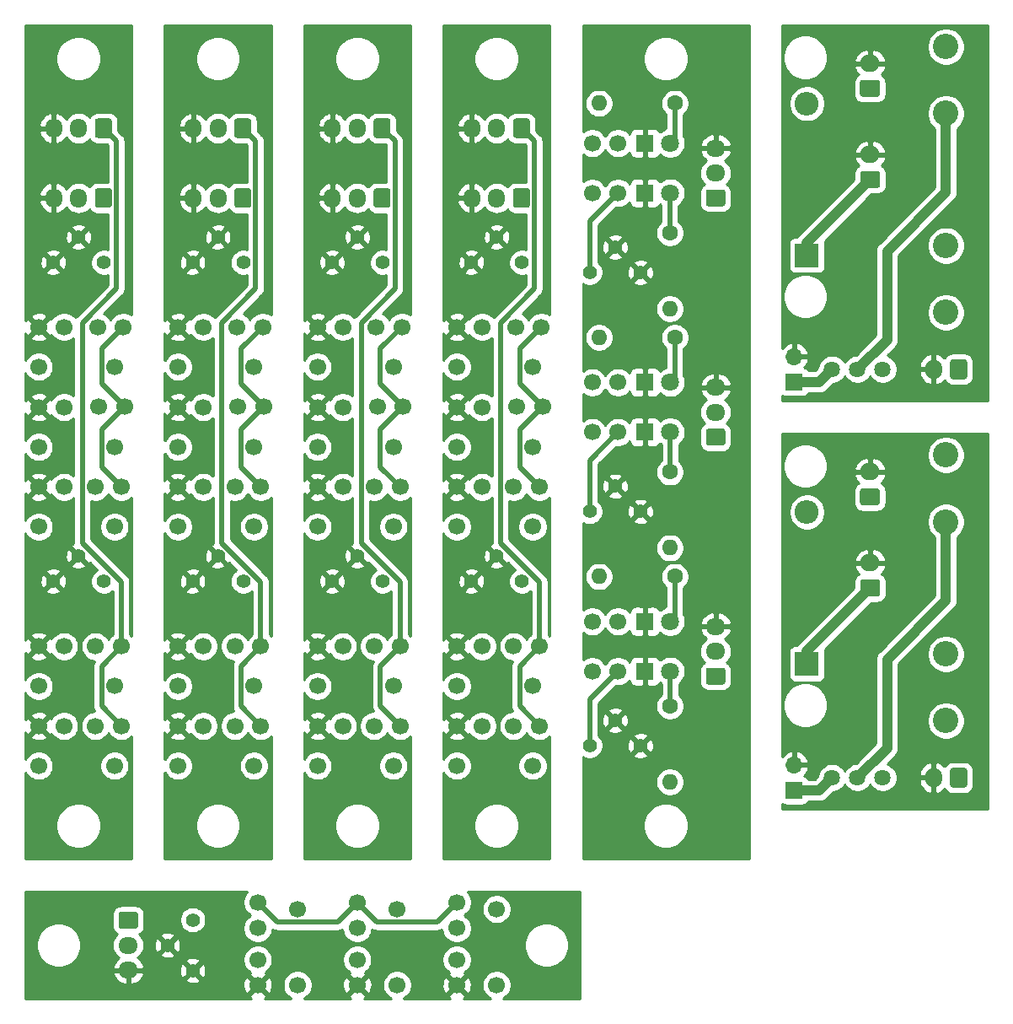
<source format=gbl>
G04 #@! TF.GenerationSoftware,KiCad,Pcbnew,(5.1.8)-1*
G04 #@! TF.CreationDate,2021-05-15T16:38:38+09:00*
G04 #@! TF.ProjectId,test,74657374-2e6b-4696-9361-645f70636258,rev?*
G04 #@! TF.SameCoordinates,PX4c4b400PY8954400*
G04 #@! TF.FileFunction,Copper,L2,Bot*
G04 #@! TF.FilePolarity,Positive*
%FSLAX46Y46*%
G04 Gerber Fmt 4.6, Leading zero omitted, Abs format (unit mm)*
G04 Created by KiCad (PCBNEW (5.1.8)-1) date 2021-05-15 16:38:38*
%MOMM*%
%LPD*%
G01*
G04 APERTURE LIST*
G04 #@! TA.AperFunction,ComponentPad*
%ADD10C,2.550000*%
G04 #@! TD*
G04 #@! TA.AperFunction,ComponentPad*
%ADD11O,1.700000X2.000000*%
G04 #@! TD*
G04 #@! TA.AperFunction,ComponentPad*
%ADD12O,1.700000X1.700000*%
G04 #@! TD*
G04 #@! TA.AperFunction,ComponentPad*
%ADD13R,1.700000X1.700000*%
G04 #@! TD*
G04 #@! TA.AperFunction,ComponentPad*
%ADD14O,2.000000X1.700000*%
G04 #@! TD*
G04 #@! TA.AperFunction,ComponentPad*
%ADD15O,2.400000X2.400000*%
G04 #@! TD*
G04 #@! TA.AperFunction,ComponentPad*
%ADD16R,2.400000X2.400000*%
G04 #@! TD*
G04 #@! TA.AperFunction,ComponentPad*
%ADD17C,1.635000*%
G04 #@! TD*
G04 #@! TA.AperFunction,ComponentPad*
%ADD18C,1.700000*%
G04 #@! TD*
G04 #@! TA.AperFunction,ComponentPad*
%ADD19O,1.700000X1.950000*%
G04 #@! TD*
G04 #@! TA.AperFunction,ComponentPad*
%ADD20C,1.400000*%
G04 #@! TD*
G04 #@! TA.AperFunction,ComponentPad*
%ADD21O,1.950000X1.700000*%
G04 #@! TD*
G04 #@! TA.AperFunction,ComponentPad*
%ADD22C,1.800000*%
G04 #@! TD*
G04 #@! TA.AperFunction,ComponentPad*
%ADD23R,1.800000X1.800000*%
G04 #@! TD*
G04 #@! TA.AperFunction,ComponentPad*
%ADD24O,1.600000X1.600000*%
G04 #@! TD*
G04 #@! TA.AperFunction,ComponentPad*
%ADD25C,1.600000*%
G04 #@! TD*
G04 #@! TA.AperFunction,ViaPad*
%ADD26C,0.800000*%
G04 #@! TD*
G04 #@! TA.AperFunction,Conductor*
%ADD27C,0.500000*%
G04 #@! TD*
G04 #@! TA.AperFunction,Conductor*
%ADD28C,1.000000*%
G04 #@! TD*
G04 #@! TA.AperFunction,NonConductor*
%ADD29C,0.254000*%
G04 #@! TD*
G04 #@! TA.AperFunction,NonConductor*
%ADD30C,0.100000*%
G04 #@! TD*
G04 APERTURE END LIST*
D10*
X93145000Y28525000D03*
X93145000Y35225000D03*
D11*
X91915000Y22810000D03*
G04 #@! TA.AperFunction,ComponentPad*
G36*
G01*
X95265000Y23560000D02*
X95265000Y22060000D01*
G75*
G02*
X95015000Y21810000I-250000J0D01*
G01*
X93815000Y21810000D01*
G75*
G02*
X93565000Y22060000I0J250000D01*
G01*
X93565000Y23560000D01*
G75*
G02*
X93815000Y23810000I250000J0D01*
G01*
X95015000Y23810000D01*
G75*
G02*
X95265000Y23560000I0J-250000D01*
G01*
G37*
G04 #@! TD.AperFunction*
D12*
X77905000Y24080000D03*
D13*
X77905000Y21540000D03*
G04 #@! TA.AperFunction,ComponentPad*
G36*
G01*
X86250000Y50154000D02*
X84750000Y50154000D01*
G75*
G02*
X84500000Y50404000I0J250000D01*
G01*
X84500000Y51604000D01*
G75*
G02*
X84750000Y51854000I250000J0D01*
G01*
X86250000Y51854000D01*
G75*
G02*
X86500000Y51604000I0J-250000D01*
G01*
X86500000Y50404000D01*
G75*
G02*
X86250000Y50154000I-250000J0D01*
G01*
G37*
G04 #@! TD.AperFunction*
D14*
X85500000Y53504000D03*
D15*
X79175000Y49480000D03*
D16*
X79175000Y34240000D03*
D10*
X93145000Y55195000D03*
X93145000Y48495000D03*
D17*
X86795000Y22810000D03*
X84255000Y22810000D03*
X81715000Y22810000D03*
D14*
X85525000Y44360000D03*
G04 #@! TA.AperFunction,ComponentPad*
G36*
G01*
X86275000Y41010000D02*
X84775000Y41010000D01*
G75*
G02*
X84525000Y41260000I0J250000D01*
G01*
X84525000Y42460000D01*
G75*
G02*
X84775000Y42710000I250000J0D01*
G01*
X86275000Y42710000D01*
G75*
G02*
X86525000Y42460000I0J-250000D01*
G01*
X86525000Y41260000D01*
G75*
G02*
X86275000Y41010000I-250000J0D01*
G01*
G37*
G04 #@! TD.AperFunction*
D10*
X93145000Y69525000D03*
X93145000Y76225000D03*
D11*
X91915000Y63810000D03*
G04 #@! TA.AperFunction,ComponentPad*
G36*
G01*
X95265000Y64560000D02*
X95265000Y63060000D01*
G75*
G02*
X95015000Y62810000I-250000J0D01*
G01*
X93815000Y62810000D01*
G75*
G02*
X93565000Y63060000I0J250000D01*
G01*
X93565000Y64560000D01*
G75*
G02*
X93815000Y64810000I250000J0D01*
G01*
X95015000Y64810000D01*
G75*
G02*
X95265000Y64560000I0J-250000D01*
G01*
G37*
G04 #@! TD.AperFunction*
D12*
X77905000Y65080000D03*
D13*
X77905000Y62540000D03*
G04 #@! TA.AperFunction,ComponentPad*
G36*
G01*
X86250000Y91154000D02*
X84750000Y91154000D01*
G75*
G02*
X84500000Y91404000I0J250000D01*
G01*
X84500000Y92604000D01*
G75*
G02*
X84750000Y92854000I250000J0D01*
G01*
X86250000Y92854000D01*
G75*
G02*
X86500000Y92604000I0J-250000D01*
G01*
X86500000Y91404000D01*
G75*
G02*
X86250000Y91154000I-250000J0D01*
G01*
G37*
G04 #@! TD.AperFunction*
D14*
X85500000Y94504000D03*
D15*
X79175000Y90480000D03*
D16*
X79175000Y75240000D03*
D10*
X93145000Y96195000D03*
X93145000Y89495000D03*
D17*
X86795000Y63810000D03*
X84255000Y63810000D03*
X81715000Y63810000D03*
D14*
X85525000Y85360000D03*
G04 #@! TA.AperFunction,ComponentPad*
G36*
G01*
X86275000Y82010000D02*
X84775000Y82010000D01*
G75*
G02*
X84525000Y82260000I0J250000D01*
G01*
X84525000Y83460000D01*
G75*
G02*
X84775000Y83710000I250000J0D01*
G01*
X86275000Y83710000D01*
G75*
G02*
X86525000Y83460000I0J-250000D01*
G01*
X86525000Y82260000D01*
G75*
G02*
X86275000Y82010000I-250000J0D01*
G01*
G37*
G04 #@! TD.AperFunction*
D18*
X52300000Y52000000D03*
X49700000Y52000000D03*
X44000000Y64050000D03*
X51620000Y64050000D03*
X49900000Y68050000D03*
X52500000Y68050000D03*
X49700000Y36000000D03*
X52300000Y36000000D03*
X46540000Y68050000D03*
X44000000Y68050000D03*
X44000000Y60000000D03*
X46540000Y60000000D03*
X46540000Y52000000D03*
X44000000Y52000000D03*
X51620000Y56000000D03*
X44000000Y56000000D03*
X44000000Y36000000D03*
X46540000Y36000000D03*
X52600000Y60050000D03*
X50000000Y60050000D03*
G04 #@! TA.AperFunction,ComponentPad*
G36*
G01*
X51350000Y88725000D02*
X51350000Y87275000D01*
G75*
G02*
X51100000Y87025000I-250000J0D01*
G01*
X49900000Y87025000D01*
G75*
G02*
X49650000Y87275000I0J250000D01*
G01*
X49650000Y88725000D01*
G75*
G02*
X49900000Y88975000I250000J0D01*
G01*
X51100000Y88975000D01*
G75*
G02*
X51350000Y88725000I0J-250000D01*
G01*
G37*
G04 #@! TD.AperFunction*
D19*
X48000000Y88000000D03*
X45500000Y88000000D03*
X45500000Y81000000D03*
X48000000Y81000000D03*
G04 #@! TA.AperFunction,ComponentPad*
G36*
G01*
X51350000Y81725000D02*
X51350000Y80275000D01*
G75*
G02*
X51100000Y80025000I-250000J0D01*
G01*
X49900000Y80025000D01*
G75*
G02*
X49650000Y80275000I0J250000D01*
G01*
X49650000Y81725000D01*
G75*
G02*
X49900000Y81975000I250000J0D01*
G01*
X51100000Y81975000D01*
G75*
G02*
X51350000Y81725000I0J-250000D01*
G01*
G37*
G04 #@! TD.AperFunction*
D18*
X44000000Y32000000D03*
X51620000Y32000000D03*
X44000000Y28000000D03*
X46540000Y28000000D03*
X44000000Y24000000D03*
X51620000Y24000000D03*
X52300000Y28000000D03*
X49700000Y28000000D03*
X51620000Y48000000D03*
X44000000Y48000000D03*
D20*
X45460000Y74530000D03*
X48000000Y77070000D03*
X50540000Y74530000D03*
X50540000Y42530000D03*
X48000000Y45070000D03*
X45460000Y42530000D03*
D18*
X44000000Y7700000D03*
X44000000Y10300000D03*
X38000000Y2000000D03*
X38000000Y9620000D03*
X34000000Y2000000D03*
X34000000Y4540000D03*
X24000000Y4540000D03*
X24000000Y2000000D03*
D21*
X11000000Y3500000D03*
X11000000Y6000000D03*
G04 #@! TA.AperFunction,ComponentPad*
G36*
G01*
X10275000Y9350000D02*
X11725000Y9350000D01*
G75*
G02*
X11975000Y9100000I0J-250000D01*
G01*
X11975000Y7900000D01*
G75*
G02*
X11725000Y7650000I-250000J0D01*
G01*
X10275000Y7650000D01*
G75*
G02*
X10025000Y7900000I0J250000D01*
G01*
X10025000Y9100000D01*
G75*
G02*
X10275000Y9350000I250000J0D01*
G01*
G37*
G04 #@! TD.AperFunction*
D18*
X48000000Y9620000D03*
X48000000Y2000000D03*
X28000000Y9620000D03*
X28000000Y2000000D03*
X34000000Y10300000D03*
X34000000Y7700000D03*
X24000000Y7700000D03*
X24000000Y10300000D03*
X44000000Y4540000D03*
X44000000Y2000000D03*
D20*
X17470000Y3460000D03*
X14930000Y6000000D03*
X17470000Y8540000D03*
D22*
X65440000Y62500000D03*
D23*
X62900000Y62500000D03*
X62900000Y33500000D03*
D22*
X65440000Y33500000D03*
D21*
X70000000Y86000000D03*
X70000000Y83500000D03*
G04 #@! TA.AperFunction,ComponentPad*
G36*
G01*
X70725000Y80150000D02*
X69275000Y80150000D01*
G75*
G02*
X69025000Y80400000I0J250000D01*
G01*
X69025000Y81600000D01*
G75*
G02*
X69275000Y81850000I250000J0D01*
G01*
X70725000Y81850000D01*
G75*
G02*
X70975000Y81600000I0J-250000D01*
G01*
X70975000Y80400000D01*
G75*
G02*
X70725000Y80150000I-250000J0D01*
G01*
G37*
G04 #@! TD.AperFunction*
D22*
X65440000Y81500000D03*
D23*
X62900000Y81500000D03*
D22*
X65440000Y38500000D03*
D23*
X62900000Y38500000D03*
X62900000Y86500000D03*
D22*
X65440000Y86500000D03*
D23*
X62900000Y57500000D03*
D22*
X65440000Y57500000D03*
D18*
X57600000Y62500000D03*
X60200000Y62500000D03*
X60200000Y81500000D03*
X57600000Y81500000D03*
X57600000Y86500000D03*
X60200000Y86500000D03*
D21*
X70000000Y38000000D03*
X70000000Y35500000D03*
G04 #@! TA.AperFunction,ComponentPad*
G36*
G01*
X70725000Y32150000D02*
X69275000Y32150000D01*
G75*
G02*
X69025000Y32400000I0J250000D01*
G01*
X69025000Y33600000D01*
G75*
G02*
X69275000Y33850000I250000J0D01*
G01*
X70725000Y33850000D01*
G75*
G02*
X70975000Y33600000I0J-250000D01*
G01*
X70975000Y32400000D01*
G75*
G02*
X70725000Y32150000I-250000J0D01*
G01*
G37*
G04 #@! TD.AperFunction*
G04 #@! TA.AperFunction,ComponentPad*
G36*
G01*
X70725000Y56150000D02*
X69275000Y56150000D01*
G75*
G02*
X69025000Y56400000I0J250000D01*
G01*
X69025000Y57600000D01*
G75*
G02*
X69275000Y57850000I250000J0D01*
G01*
X70725000Y57850000D01*
G75*
G02*
X70975000Y57600000I0J-250000D01*
G01*
X70975000Y56400000D01*
G75*
G02*
X70725000Y56150000I-250000J0D01*
G01*
G37*
G04 #@! TD.AperFunction*
X70000000Y59500000D03*
X70000000Y62000000D03*
D24*
X65400000Y45880000D03*
D25*
X65400000Y53500000D03*
D18*
X57600000Y38500000D03*
X60200000Y38500000D03*
D24*
X65400000Y22380000D03*
D25*
X65400000Y30000000D03*
D20*
X62440000Y26030000D03*
X59900000Y28570000D03*
X57360000Y26030000D03*
D18*
X60200000Y33500000D03*
X57600000Y33500000D03*
D20*
X62440000Y49530000D03*
X59900000Y52070000D03*
X57360000Y49530000D03*
X57360000Y73530000D03*
X59900000Y76070000D03*
X62440000Y73530000D03*
D24*
X58280000Y43000000D03*
D25*
X65900000Y43000000D03*
X65400000Y77500000D03*
D24*
X65400000Y69880000D03*
D25*
X65900000Y67000000D03*
D24*
X58280000Y67000000D03*
D25*
X65900000Y90500000D03*
D24*
X58280000Y90500000D03*
D18*
X60200000Y57500000D03*
X57600000Y57500000D03*
X30000000Y52000000D03*
X32540000Y52000000D03*
X36000000Y60050000D03*
X38600000Y60050000D03*
X30000000Y68050000D03*
X32540000Y68050000D03*
X38500000Y68050000D03*
X35900000Y68050000D03*
X32540000Y36000000D03*
X30000000Y36000000D03*
X30000000Y56000000D03*
X37620000Y56000000D03*
X32540000Y60000000D03*
X30000000Y60000000D03*
X37620000Y64050000D03*
X30000000Y64050000D03*
X35700000Y52000000D03*
X38300000Y52000000D03*
X38300000Y36000000D03*
X35700000Y36000000D03*
X30000000Y48000000D03*
X37620000Y48000000D03*
G04 #@! TA.AperFunction,ComponentPad*
G36*
G01*
X37350000Y81725000D02*
X37350000Y80275000D01*
G75*
G02*
X37100000Y80025000I-250000J0D01*
G01*
X35900000Y80025000D01*
G75*
G02*
X35650000Y80275000I0J250000D01*
G01*
X35650000Y81725000D01*
G75*
G02*
X35900000Y81975000I250000J0D01*
G01*
X37100000Y81975000D01*
G75*
G02*
X37350000Y81725000I0J-250000D01*
G01*
G37*
G04 #@! TD.AperFunction*
D19*
X34000000Y81000000D03*
X31500000Y81000000D03*
D20*
X36540000Y74530000D03*
X34000000Y77070000D03*
X31460000Y74530000D03*
D18*
X35700000Y28000000D03*
X38300000Y28000000D03*
D20*
X31460000Y42530000D03*
X34000000Y45070000D03*
X36540000Y42530000D03*
D19*
X31500000Y88000000D03*
X34000000Y88000000D03*
G04 #@! TA.AperFunction,ComponentPad*
G36*
G01*
X37350000Y88725000D02*
X37350000Y87275000D01*
G75*
G02*
X37100000Y87025000I-250000J0D01*
G01*
X35900000Y87025000D01*
G75*
G02*
X35650000Y87275000I0J250000D01*
G01*
X35650000Y88725000D01*
G75*
G02*
X35900000Y88975000I250000J0D01*
G01*
X37100000Y88975000D01*
G75*
G02*
X37350000Y88725000I0J-250000D01*
G01*
G37*
G04 #@! TD.AperFunction*
D18*
X37620000Y24000000D03*
X30000000Y24000000D03*
X32540000Y28000000D03*
X30000000Y28000000D03*
X37620000Y32000000D03*
X30000000Y32000000D03*
X16000000Y52000000D03*
X18540000Y52000000D03*
X22000000Y60050000D03*
X24600000Y60050000D03*
X16000000Y68050000D03*
X18540000Y68050000D03*
X24500000Y68050000D03*
X21900000Y68050000D03*
X18540000Y36000000D03*
X16000000Y36000000D03*
X16000000Y56000000D03*
X23620000Y56000000D03*
X18540000Y60000000D03*
X16000000Y60000000D03*
X23620000Y64050000D03*
X16000000Y64050000D03*
X21700000Y52000000D03*
X24300000Y52000000D03*
X24300000Y36000000D03*
X21700000Y36000000D03*
X16000000Y48000000D03*
X23620000Y48000000D03*
G04 #@! TA.AperFunction,ComponentPad*
G36*
G01*
X23350000Y81725000D02*
X23350000Y80275000D01*
G75*
G02*
X23100000Y80025000I-250000J0D01*
G01*
X21900000Y80025000D01*
G75*
G02*
X21650000Y80275000I0J250000D01*
G01*
X21650000Y81725000D01*
G75*
G02*
X21900000Y81975000I250000J0D01*
G01*
X23100000Y81975000D01*
G75*
G02*
X23350000Y81725000I0J-250000D01*
G01*
G37*
G04 #@! TD.AperFunction*
D19*
X20000000Y81000000D03*
X17500000Y81000000D03*
D20*
X22540000Y74530000D03*
X20000000Y77070000D03*
X17460000Y74530000D03*
D18*
X21700000Y28000000D03*
X24300000Y28000000D03*
D20*
X17460000Y42530000D03*
X20000000Y45070000D03*
X22540000Y42530000D03*
D19*
X17500000Y88000000D03*
X20000000Y88000000D03*
G04 #@! TA.AperFunction,ComponentPad*
G36*
G01*
X23350000Y88725000D02*
X23350000Y87275000D01*
G75*
G02*
X23100000Y87025000I-250000J0D01*
G01*
X21900000Y87025000D01*
G75*
G02*
X21650000Y87275000I0J250000D01*
G01*
X21650000Y88725000D01*
G75*
G02*
X21900000Y88975000I250000J0D01*
G01*
X23100000Y88975000D01*
G75*
G02*
X23350000Y88725000I0J-250000D01*
G01*
G37*
G04 #@! TD.AperFunction*
D18*
X23620000Y24000000D03*
X16000000Y24000000D03*
X18540000Y28000000D03*
X16000000Y28000000D03*
X23620000Y32000000D03*
X16000000Y32000000D03*
X2000000Y52000000D03*
X4540000Y52000000D03*
X8000000Y60050000D03*
X10600000Y60050000D03*
X2000000Y68050000D03*
X4540000Y68050000D03*
X10500000Y68050000D03*
X7900000Y68050000D03*
X4540000Y36000000D03*
X2000000Y36000000D03*
X2000000Y56000000D03*
X9620000Y56000000D03*
X4540000Y60000000D03*
X2000000Y60000000D03*
X9620000Y64050000D03*
X2000000Y64050000D03*
X7700000Y52000000D03*
X10300000Y52000000D03*
X10300000Y36000000D03*
X7700000Y36000000D03*
X2000000Y48000000D03*
X9620000Y48000000D03*
G04 #@! TA.AperFunction,ComponentPad*
G36*
G01*
X9350000Y81725000D02*
X9350000Y80275000D01*
G75*
G02*
X9100000Y80025000I-250000J0D01*
G01*
X7900000Y80025000D01*
G75*
G02*
X7650000Y80275000I0J250000D01*
G01*
X7650000Y81725000D01*
G75*
G02*
X7900000Y81975000I250000J0D01*
G01*
X9100000Y81975000D01*
G75*
G02*
X9350000Y81725000I0J-250000D01*
G01*
G37*
G04 #@! TD.AperFunction*
D19*
X6000000Y81000000D03*
X3500000Y81000000D03*
D20*
X8540000Y74530000D03*
X6000000Y77070000D03*
X3460000Y74530000D03*
D18*
X7700000Y28000000D03*
X10300000Y28000000D03*
D20*
X3460000Y42530000D03*
X6000000Y45070000D03*
X8540000Y42530000D03*
D19*
X3500000Y88000000D03*
X6000000Y88000000D03*
G04 #@! TA.AperFunction,ComponentPad*
G36*
G01*
X9350000Y88725000D02*
X9350000Y87275000D01*
G75*
G02*
X9100000Y87025000I-250000J0D01*
G01*
X7900000Y87025000D01*
G75*
G02*
X7650000Y87275000I0J250000D01*
G01*
X7650000Y88725000D01*
G75*
G02*
X7900000Y88975000I250000J0D01*
G01*
X9100000Y88975000D01*
G75*
G02*
X9350000Y88725000I0J-250000D01*
G01*
G37*
G04 #@! TD.AperFunction*
D18*
X9620000Y24000000D03*
X2000000Y24000000D03*
X4540000Y28000000D03*
X2000000Y28000000D03*
X9620000Y32000000D03*
X2000000Y32000000D03*
D26*
X10000000Y45000000D03*
X24000000Y45000000D03*
X38000000Y45000000D03*
X68000000Y53000000D03*
X68000000Y29000000D03*
X68000000Y77000000D03*
X14000000Y9000000D03*
X52000000Y45000000D03*
D27*
X10300000Y42472002D02*
X10300000Y36000000D01*
X8319999Y29980001D02*
X10300000Y28000000D01*
X6399999Y68474001D02*
X6399999Y46372003D01*
X6399999Y46372003D02*
X10300000Y42472002D01*
X8319999Y34019999D02*
X8319999Y29980001D01*
X8500000Y88000000D02*
X9800010Y86699990D01*
X9800010Y71874012D02*
X6399999Y68474001D01*
X10300000Y36000000D02*
X8319999Y34019999D01*
X9800010Y86699990D02*
X9800010Y71874012D01*
X8319999Y62330001D02*
X10600000Y60050000D01*
X10500000Y68050000D02*
X8319999Y65869999D01*
X8319999Y53980001D02*
X10300000Y52000000D01*
X8319999Y65869999D02*
X8319999Y62330001D01*
X10600000Y60050000D02*
X8319999Y57769999D01*
X8319999Y57769999D02*
X8319999Y53980001D01*
X24300000Y42472002D02*
X24300000Y36000000D01*
X22319999Y29980001D02*
X24300000Y28000000D01*
X20399999Y68474001D02*
X20399999Y46372003D01*
X20399999Y46372003D02*
X24300000Y42472002D01*
X22319999Y34019999D02*
X22319999Y29980001D01*
X22500000Y88000000D02*
X23800010Y86699990D01*
X23800010Y71874012D02*
X20399999Y68474001D01*
X24300000Y36000000D02*
X22319999Y34019999D01*
X23800010Y86699990D02*
X23800010Y71874012D01*
X22319999Y62330001D02*
X24600000Y60050000D01*
X24500000Y68050000D02*
X22319999Y65869999D01*
X22319999Y53980001D02*
X24300000Y52000000D01*
X22319999Y65869999D02*
X22319999Y62330001D01*
X24600000Y60050000D02*
X22319999Y57769999D01*
X22319999Y57769999D02*
X22319999Y53980001D01*
X38300000Y42472002D02*
X38300000Y36000000D01*
X36319999Y29980001D02*
X38300000Y28000000D01*
X34399999Y68474001D02*
X34399999Y46372003D01*
X34399999Y46372003D02*
X38300000Y42472002D01*
X36319999Y34019999D02*
X36319999Y29980001D01*
X36500000Y88000000D02*
X37800010Y86699990D01*
X37800010Y71874012D02*
X34399999Y68474001D01*
X38300000Y36000000D02*
X36319999Y34019999D01*
X37800010Y86699990D02*
X37800010Y71874012D01*
X36319999Y62330001D02*
X38600000Y60050000D01*
X38500000Y68050000D02*
X36319999Y65869999D01*
X36319999Y53980001D02*
X38300000Y52000000D01*
X36319999Y65869999D02*
X36319999Y62330001D01*
X38600000Y60050000D02*
X36319999Y57769999D01*
X36319999Y57769999D02*
X36319999Y53980001D01*
X65900000Y90500000D02*
X65900000Y86960000D01*
X65900000Y86960000D02*
X65440000Y86500000D01*
X65400000Y81460000D02*
X65440000Y81500000D01*
X65400000Y77500000D02*
X65400000Y81460000D01*
X65900000Y62960000D02*
X65440000Y62500000D01*
X65900000Y67000000D02*
X65900000Y62960000D01*
X65440000Y57500000D02*
X65440000Y53540000D01*
X65440000Y53540000D02*
X65400000Y53500000D01*
X65900000Y38960000D02*
X65440000Y38500000D01*
X65900000Y43000000D02*
X65900000Y38960000D01*
X65440000Y30040000D02*
X65400000Y30000000D01*
X65440000Y33500000D02*
X65440000Y30040000D01*
X57360000Y78660000D02*
X57360000Y73530000D01*
X60200000Y81500000D02*
X57360000Y78660000D01*
X57360000Y54660000D02*
X57360000Y49530000D01*
X60200000Y57500000D02*
X57360000Y54660000D01*
X57360000Y30660000D02*
X57360000Y26030000D01*
X60200000Y33500000D02*
X57360000Y30660000D01*
X42019999Y8319999D02*
X35980001Y8319999D01*
X44000000Y10300000D02*
X42019999Y8319999D01*
X32019999Y8319999D02*
X25980001Y8319999D01*
X34000000Y10300000D02*
X32019999Y8319999D01*
X25980001Y8319999D02*
X24000000Y10300000D01*
X35980001Y8319999D02*
X34000000Y10300000D01*
X52300000Y42472002D02*
X52300000Y36000000D01*
X48399999Y68474001D02*
X48399999Y46372003D01*
X48399999Y46372003D02*
X52300000Y42472002D01*
X50319999Y34019999D02*
X50319999Y29980001D01*
X50319999Y29980001D02*
X52300000Y28000000D01*
X50500000Y88000000D02*
X51800010Y86699990D01*
X52300000Y36000000D02*
X50319999Y34019999D01*
X51800010Y86699990D02*
X51800010Y71874012D01*
X52500000Y68050000D02*
X50319999Y65869999D01*
X50319999Y62330001D02*
X52600000Y60050000D01*
X51800010Y71874012D02*
X48399999Y68474001D01*
X50319999Y53980001D02*
X52300000Y52000000D01*
X52600000Y60050000D02*
X50319999Y57769999D01*
X50319999Y65869999D02*
X50319999Y62330001D01*
X50319999Y57769999D02*
X50319999Y53980001D01*
D28*
X79175000Y76510000D02*
X85525000Y82860000D01*
X79175000Y75240000D02*
X79175000Y76510000D01*
X80445000Y62540000D02*
X81715000Y63810000D01*
X77905000Y62540000D02*
X80445000Y62540000D01*
X87225010Y66780010D02*
X87225010Y75670010D01*
X93145000Y81590000D02*
X93145000Y89495000D01*
X87225010Y75670010D02*
X93145000Y81590000D01*
X84255000Y63810000D02*
X87225010Y66780010D01*
X79175000Y35510000D02*
X85525000Y41860000D01*
X79175000Y34240000D02*
X79175000Y35510000D01*
X80445000Y21540000D02*
X81715000Y22810000D01*
X77905000Y21540000D02*
X80445000Y21540000D01*
X87225010Y25780010D02*
X87225010Y34670010D01*
X93145000Y40590000D02*
X93145000Y48495000D01*
X87225010Y34670010D02*
X93145000Y40590000D01*
X84255000Y22810000D02*
X87225010Y25780010D01*
D29*
X11340000Y69274724D02*
X11203411Y69365990D01*
X10933158Y69477932D01*
X10646260Y69535000D01*
X10353740Y69535000D01*
X10066842Y69477932D01*
X9796589Y69365990D01*
X9553368Y69203475D01*
X9346525Y68996632D01*
X9200000Y68777342D01*
X9053475Y68996632D01*
X8846632Y69203475D01*
X8603411Y69365990D01*
X8561094Y69383518D01*
X10395059Y71217482D01*
X10428827Y71245195D01*
X10539421Y71379953D01*
X10621599Y71533698D01*
X10672205Y71700522D01*
X10685010Y71830535D01*
X10685010Y71830543D01*
X10689291Y71874012D01*
X10685010Y71917481D01*
X10685010Y86656521D01*
X10689291Y86699990D01*
X10685010Y86743459D01*
X10685010Y86743467D01*
X10672205Y86873480D01*
X10621599Y87040303D01*
X10539421Y87194049D01*
X10428827Y87328807D01*
X10395060Y87356519D01*
X9988072Y87763507D01*
X9988072Y88725000D01*
X9971008Y88898254D01*
X9920472Y89064850D01*
X9838405Y89218386D01*
X9727962Y89352962D01*
X9593386Y89463405D01*
X9439850Y89545472D01*
X9273254Y89596008D01*
X9100000Y89613072D01*
X7900000Y89613072D01*
X7726746Y89596008D01*
X7560150Y89545472D01*
X7406614Y89463405D01*
X7272038Y89352962D01*
X7161595Y89218386D01*
X7107223Y89116663D01*
X7055134Y89180134D01*
X6829014Y89365706D01*
X6571034Y89503599D01*
X6291111Y89588513D01*
X6000000Y89617185D01*
X5708890Y89588513D01*
X5428967Y89503599D01*
X5170987Y89365706D01*
X4944866Y89180134D01*
X4759294Y88954014D01*
X4745538Y88928278D01*
X4589049Y89134429D01*
X4371193Y89327496D01*
X4119858Y89474352D01*
X3856890Y89566476D01*
X3627000Y89445155D01*
X3627000Y88127000D01*
X3647000Y88127000D01*
X3647000Y87873000D01*
X3627000Y87873000D01*
X3627000Y86554845D01*
X3856890Y86433524D01*
X4119858Y86525648D01*
X4371193Y86672504D01*
X4589049Y86865571D01*
X4745538Y87071722D01*
X4759294Y87045987D01*
X4944866Y86819866D01*
X5170986Y86634294D01*
X5428966Y86496401D01*
X5708889Y86411487D01*
X6000000Y86382815D01*
X6291110Y86411487D01*
X6571033Y86496401D01*
X6829013Y86634294D01*
X7055134Y86819866D01*
X7107223Y86883337D01*
X7161595Y86781614D01*
X7272038Y86647038D01*
X7406614Y86536595D01*
X7560150Y86454528D01*
X7726746Y86403992D01*
X7900000Y86386928D01*
X8861493Y86386928D01*
X8915010Y86333411D01*
X8915010Y82613072D01*
X7900000Y82613072D01*
X7726746Y82596008D01*
X7560150Y82545472D01*
X7406614Y82463405D01*
X7272038Y82352962D01*
X7161595Y82218386D01*
X7107223Y82116663D01*
X7055134Y82180134D01*
X6829014Y82365706D01*
X6571034Y82503599D01*
X6291111Y82588513D01*
X6000000Y82617185D01*
X5708890Y82588513D01*
X5428967Y82503599D01*
X5170987Y82365706D01*
X4944866Y82180134D01*
X4759294Y81954014D01*
X4745538Y81928278D01*
X4589049Y82134429D01*
X4371193Y82327496D01*
X4119858Y82474352D01*
X3856890Y82566476D01*
X3627000Y82445155D01*
X3627000Y81127000D01*
X3647000Y81127000D01*
X3647000Y80873000D01*
X3627000Y80873000D01*
X3627000Y79554845D01*
X3856890Y79433524D01*
X4119858Y79525648D01*
X4371193Y79672504D01*
X4589049Y79865571D01*
X4745538Y80071722D01*
X4759294Y80045987D01*
X4944866Y79819866D01*
X5170986Y79634294D01*
X5428966Y79496401D01*
X5708889Y79411487D01*
X6000000Y79382815D01*
X6291110Y79411487D01*
X6571033Y79496401D01*
X6829013Y79634294D01*
X7055134Y79819866D01*
X7107223Y79883337D01*
X7161595Y79781614D01*
X7272038Y79647038D01*
X7406614Y79536595D01*
X7560150Y79454528D01*
X7726746Y79403992D01*
X7900000Y79386928D01*
X8915010Y79386928D01*
X8915011Y75816559D01*
X8671486Y75865000D01*
X8408514Y75865000D01*
X8150595Y75813696D01*
X7907641Y75713061D01*
X7688987Y75566962D01*
X7503038Y75381013D01*
X7356939Y75162359D01*
X7256304Y74919405D01*
X7205000Y74661486D01*
X7205000Y74398514D01*
X7256304Y74140595D01*
X7356939Y73897641D01*
X7503038Y73678987D01*
X7688987Y73493038D01*
X7907641Y73346939D01*
X8150595Y73246304D01*
X8408514Y73195000D01*
X8671486Y73195000D01*
X8915011Y73243441D01*
X8915011Y72240592D01*
X5804955Y69130535D01*
X5771182Y69102818D01*
X5688291Y69001816D01*
X5486632Y69203475D01*
X5243411Y69365990D01*
X4973158Y69477932D01*
X4686260Y69535000D01*
X4393740Y69535000D01*
X4106842Y69477932D01*
X3836589Y69365990D01*
X3593368Y69203475D01*
X3386525Y68996632D01*
X3270689Y68823271D01*
X3028397Y68898792D01*
X2179605Y68050000D01*
X3028397Y67201208D01*
X3270689Y67276729D01*
X3386525Y67103368D01*
X3593368Y66896525D01*
X3836589Y66734010D01*
X4106842Y66622068D01*
X4393740Y66565000D01*
X4686260Y66565000D01*
X4973158Y66622068D01*
X5243411Y66734010D01*
X5486632Y66896525D01*
X5514999Y66924892D01*
X5514999Y61125108D01*
X5486632Y61153475D01*
X5243411Y61315990D01*
X4973158Y61427932D01*
X4686260Y61485000D01*
X4393740Y61485000D01*
X4106842Y61427932D01*
X3836589Y61315990D01*
X3593368Y61153475D01*
X3386525Y60946632D01*
X3270689Y60773271D01*
X3028397Y60848792D01*
X2179605Y60000000D01*
X3028397Y59151208D01*
X3270689Y59226729D01*
X3386525Y59053368D01*
X3593368Y58846525D01*
X3836589Y58684010D01*
X4106842Y58572068D01*
X4393740Y58515000D01*
X4686260Y58515000D01*
X4973158Y58572068D01*
X5243411Y58684010D01*
X5486632Y58846525D01*
X5514999Y58874892D01*
X5515000Y53125107D01*
X5486632Y53153475D01*
X5243411Y53315990D01*
X4973158Y53427932D01*
X4686260Y53485000D01*
X4393740Y53485000D01*
X4106842Y53427932D01*
X3836589Y53315990D01*
X3593368Y53153475D01*
X3386525Y52946632D01*
X3270689Y52773271D01*
X3028397Y52848792D01*
X2179605Y52000000D01*
X3028397Y51151208D01*
X3270689Y51226729D01*
X3386525Y51053368D01*
X3593368Y50846525D01*
X3836589Y50684010D01*
X4106842Y50572068D01*
X4393740Y50515000D01*
X4686260Y50515000D01*
X4973158Y50572068D01*
X5243411Y50684010D01*
X5486632Y50846525D01*
X5515000Y50874893D01*
X5515000Y46415482D01*
X5510718Y46372003D01*
X5516369Y46314619D01*
X5418634Y46278935D01*
X5317797Y46225037D01*
X5258336Y45991269D01*
X6000000Y45249605D01*
X6014143Y45263747D01*
X6193748Y45084142D01*
X6179605Y45070000D01*
X6921269Y44328336D01*
X7137171Y44383253D01*
X7847528Y43672895D01*
X7688987Y43566962D01*
X7503038Y43381013D01*
X7356939Y43162359D01*
X7256304Y42919405D01*
X7205000Y42661486D01*
X7205000Y42398514D01*
X7256304Y42140595D01*
X7356939Y41897641D01*
X7503038Y41678987D01*
X7688987Y41493038D01*
X7907641Y41346939D01*
X8150595Y41246304D01*
X8408514Y41195000D01*
X8671486Y41195000D01*
X8929405Y41246304D01*
X9172359Y41346939D01*
X9391013Y41493038D01*
X9415000Y41517025D01*
X9415001Y37194657D01*
X9353368Y37153475D01*
X9146525Y36946632D01*
X9000000Y36727342D01*
X8853475Y36946632D01*
X8646632Y37153475D01*
X8403411Y37315990D01*
X8133158Y37427932D01*
X7846260Y37485000D01*
X7553740Y37485000D01*
X7266842Y37427932D01*
X6996589Y37315990D01*
X6753368Y37153475D01*
X6546525Y36946632D01*
X6384010Y36703411D01*
X6272068Y36433158D01*
X6215000Y36146260D01*
X6215000Y35853740D01*
X6272068Y35566842D01*
X6384010Y35296589D01*
X6546525Y35053368D01*
X6753368Y34846525D01*
X6996589Y34684010D01*
X7266842Y34572068D01*
X7553740Y34515000D01*
X7581362Y34515000D01*
X7580588Y34514057D01*
X7498410Y34360311D01*
X7447804Y34193488D01*
X7434999Y34063475D01*
X7434999Y34063468D01*
X7430718Y34019999D01*
X7434999Y33976530D01*
X7435000Y30023480D01*
X7430718Y29980001D01*
X7447804Y29806511D01*
X7498411Y29639688D01*
X7580589Y29485942D01*
X7581362Y29485000D01*
X7553740Y29485000D01*
X7266842Y29427932D01*
X6996589Y29315990D01*
X6753368Y29153475D01*
X6546525Y28946632D01*
X6384010Y28703411D01*
X6272068Y28433158D01*
X6215000Y28146260D01*
X6215000Y27853740D01*
X6272068Y27566842D01*
X6384010Y27296589D01*
X6546525Y27053368D01*
X6753368Y26846525D01*
X6996589Y26684010D01*
X7266842Y26572068D01*
X7553740Y26515000D01*
X7846260Y26515000D01*
X8133158Y26572068D01*
X8403411Y26684010D01*
X8646632Y26846525D01*
X8853475Y27053368D01*
X9000000Y27272658D01*
X9146525Y27053368D01*
X9353368Y26846525D01*
X9596589Y26684010D01*
X9866842Y26572068D01*
X10153740Y26515000D01*
X10446260Y26515000D01*
X10733158Y26572068D01*
X11003411Y26684010D01*
X11246632Y26846525D01*
X11340001Y26939894D01*
X11340001Y14660000D01*
X660000Y14660000D01*
X660000Y18223785D01*
X3727872Y18223785D01*
X3727872Y17776215D01*
X3815188Y17337245D01*
X3986466Y16923744D01*
X4235123Y16551603D01*
X4551603Y16235123D01*
X4923744Y15986466D01*
X5337245Y15815188D01*
X5776215Y15727872D01*
X6223785Y15727872D01*
X6662755Y15815188D01*
X7076256Y15986466D01*
X7448397Y16235123D01*
X7764877Y16551603D01*
X8013534Y16923744D01*
X8184812Y17337245D01*
X8272128Y17776215D01*
X8272128Y18223785D01*
X8184812Y18662755D01*
X8013534Y19076256D01*
X7764877Y19448397D01*
X7448397Y19764877D01*
X7076256Y20013534D01*
X6662755Y20184812D01*
X6223785Y20272128D01*
X5776215Y20272128D01*
X5337245Y20184812D01*
X4923744Y20013534D01*
X4551603Y19764877D01*
X4235123Y19448397D01*
X3986466Y19076256D01*
X3815188Y18662755D01*
X3727872Y18223785D01*
X660000Y18223785D01*
X660000Y23354555D01*
X684010Y23296589D01*
X846525Y23053368D01*
X1053368Y22846525D01*
X1296589Y22684010D01*
X1566842Y22572068D01*
X1853740Y22515000D01*
X2146260Y22515000D01*
X2433158Y22572068D01*
X2703411Y22684010D01*
X2946632Y22846525D01*
X3153475Y23053368D01*
X3315990Y23296589D01*
X3427932Y23566842D01*
X3485000Y23853740D01*
X3485000Y24146260D01*
X8135000Y24146260D01*
X8135000Y23853740D01*
X8192068Y23566842D01*
X8304010Y23296589D01*
X8466525Y23053368D01*
X8673368Y22846525D01*
X8916589Y22684010D01*
X9186842Y22572068D01*
X9473740Y22515000D01*
X9766260Y22515000D01*
X10053158Y22572068D01*
X10323411Y22684010D01*
X10566632Y22846525D01*
X10773475Y23053368D01*
X10935990Y23296589D01*
X11047932Y23566842D01*
X11105000Y23853740D01*
X11105000Y24146260D01*
X11047932Y24433158D01*
X10935990Y24703411D01*
X10773475Y24946632D01*
X10566632Y25153475D01*
X10323411Y25315990D01*
X10053158Y25427932D01*
X9766260Y25485000D01*
X9473740Y25485000D01*
X9186842Y25427932D01*
X8916589Y25315990D01*
X8673368Y25153475D01*
X8466525Y24946632D01*
X8304010Y24703411D01*
X8192068Y24433158D01*
X8135000Y24146260D01*
X3485000Y24146260D01*
X3427932Y24433158D01*
X3315990Y24703411D01*
X3153475Y24946632D01*
X2946632Y25153475D01*
X2703411Y25315990D01*
X2433158Y25427932D01*
X2146260Y25485000D01*
X1853740Y25485000D01*
X1566842Y25427932D01*
X1296589Y25315990D01*
X1053368Y25153475D01*
X846525Y24946632D01*
X684010Y24703411D01*
X660000Y24645445D01*
X660000Y26971603D01*
X1151208Y26971603D01*
X1228843Y26722528D01*
X1492883Y26596629D01*
X1776411Y26524661D01*
X2068531Y26509389D01*
X2358019Y26551401D01*
X2633747Y26649081D01*
X2771157Y26722528D01*
X2848792Y26971603D01*
X2000000Y27820395D01*
X1151208Y26971603D01*
X660000Y26971603D01*
X660000Y27345825D01*
X722528Y27228843D01*
X971603Y27151208D01*
X1820395Y28000000D01*
X2179605Y28000000D01*
X3028397Y27151208D01*
X3270689Y27226729D01*
X3386525Y27053368D01*
X3593368Y26846525D01*
X3836589Y26684010D01*
X4106842Y26572068D01*
X4393740Y26515000D01*
X4686260Y26515000D01*
X4973158Y26572068D01*
X5243411Y26684010D01*
X5486632Y26846525D01*
X5693475Y27053368D01*
X5855990Y27296589D01*
X5967932Y27566842D01*
X6025000Y27853740D01*
X6025000Y28146260D01*
X5967932Y28433158D01*
X5855990Y28703411D01*
X5693475Y28946632D01*
X5486632Y29153475D01*
X5243411Y29315990D01*
X4973158Y29427932D01*
X4686260Y29485000D01*
X4393740Y29485000D01*
X4106842Y29427932D01*
X3836589Y29315990D01*
X3593368Y29153475D01*
X3386525Y28946632D01*
X3270689Y28773271D01*
X3028397Y28848792D01*
X2179605Y28000000D01*
X1820395Y28000000D01*
X971603Y28848792D01*
X722528Y28771157D01*
X660000Y28640021D01*
X660000Y29028397D01*
X1151208Y29028397D01*
X2000000Y28179605D01*
X2848792Y29028397D01*
X2771157Y29277472D01*
X2507117Y29403371D01*
X2223589Y29475339D01*
X1931469Y29490611D01*
X1641981Y29448599D01*
X1366253Y29350919D01*
X1228843Y29277472D01*
X1151208Y29028397D01*
X660000Y29028397D01*
X660000Y31354555D01*
X684010Y31296589D01*
X846525Y31053368D01*
X1053368Y30846525D01*
X1296589Y30684010D01*
X1566842Y30572068D01*
X1853740Y30515000D01*
X2146260Y30515000D01*
X2433158Y30572068D01*
X2703411Y30684010D01*
X2946632Y30846525D01*
X3153475Y31053368D01*
X3315990Y31296589D01*
X3427932Y31566842D01*
X3485000Y31853740D01*
X3485000Y32146260D01*
X3427932Y32433158D01*
X3315990Y32703411D01*
X3153475Y32946632D01*
X2946632Y33153475D01*
X2703411Y33315990D01*
X2433158Y33427932D01*
X2146260Y33485000D01*
X1853740Y33485000D01*
X1566842Y33427932D01*
X1296589Y33315990D01*
X1053368Y33153475D01*
X846525Y32946632D01*
X684010Y32703411D01*
X660000Y32645445D01*
X660000Y34971603D01*
X1151208Y34971603D01*
X1228843Y34722528D01*
X1492883Y34596629D01*
X1776411Y34524661D01*
X2068531Y34509389D01*
X2358019Y34551401D01*
X2633747Y34649081D01*
X2771157Y34722528D01*
X2848792Y34971603D01*
X2000000Y35820395D01*
X1151208Y34971603D01*
X660000Y34971603D01*
X660000Y35345825D01*
X722528Y35228843D01*
X971603Y35151208D01*
X1820395Y36000000D01*
X2179605Y36000000D01*
X3028397Y35151208D01*
X3270689Y35226729D01*
X3386525Y35053368D01*
X3593368Y34846525D01*
X3836589Y34684010D01*
X4106842Y34572068D01*
X4393740Y34515000D01*
X4686260Y34515000D01*
X4973158Y34572068D01*
X5243411Y34684010D01*
X5486632Y34846525D01*
X5693475Y35053368D01*
X5855990Y35296589D01*
X5967932Y35566842D01*
X6025000Y35853740D01*
X6025000Y36146260D01*
X5967932Y36433158D01*
X5855990Y36703411D01*
X5693475Y36946632D01*
X5486632Y37153475D01*
X5243411Y37315990D01*
X4973158Y37427932D01*
X4686260Y37485000D01*
X4393740Y37485000D01*
X4106842Y37427932D01*
X3836589Y37315990D01*
X3593368Y37153475D01*
X3386525Y36946632D01*
X3270689Y36773271D01*
X3028397Y36848792D01*
X2179605Y36000000D01*
X1820395Y36000000D01*
X971603Y36848792D01*
X722528Y36771157D01*
X660000Y36640021D01*
X660000Y37028397D01*
X1151208Y37028397D01*
X2000000Y36179605D01*
X2848792Y37028397D01*
X2771157Y37277472D01*
X2507117Y37403371D01*
X2223589Y37475339D01*
X1931469Y37490611D01*
X1641981Y37448599D01*
X1366253Y37350919D01*
X1228843Y37277472D01*
X1151208Y37028397D01*
X660000Y37028397D01*
X660000Y41608731D01*
X2718336Y41608731D01*
X2777797Y41374963D01*
X3016242Y41264066D01*
X3271740Y41201817D01*
X3534473Y41190610D01*
X3794344Y41230875D01*
X4041366Y41321065D01*
X4142203Y41374963D01*
X4201664Y41608731D01*
X3460000Y42350395D01*
X2718336Y41608731D01*
X660000Y41608731D01*
X660000Y42455527D01*
X2120610Y42455527D01*
X2160875Y42195656D01*
X2251065Y41948634D01*
X2304963Y41847797D01*
X2538731Y41788336D01*
X3280395Y42530000D01*
X3639605Y42530000D01*
X4381269Y41788336D01*
X4615037Y41847797D01*
X4725934Y42086242D01*
X4788183Y42341740D01*
X4799390Y42604473D01*
X4759125Y42864344D01*
X4668935Y43111366D01*
X4615037Y43212203D01*
X4381269Y43271664D01*
X3639605Y42530000D01*
X3280395Y42530000D01*
X2538731Y43271664D01*
X2304963Y43212203D01*
X2194066Y42973758D01*
X2131817Y42718260D01*
X2120610Y42455527D01*
X660000Y42455527D01*
X660000Y43451269D01*
X2718336Y43451269D01*
X3460000Y42709605D01*
X4201664Y43451269D01*
X4142203Y43685037D01*
X3903758Y43795934D01*
X3648260Y43858183D01*
X3385527Y43869390D01*
X3125656Y43829125D01*
X2878634Y43738935D01*
X2777797Y43685037D01*
X2718336Y43451269D01*
X660000Y43451269D01*
X660000Y44148731D01*
X5258336Y44148731D01*
X5317797Y43914963D01*
X5556242Y43804066D01*
X5811740Y43741817D01*
X6074473Y43730610D01*
X6334344Y43770875D01*
X6581366Y43861065D01*
X6682203Y43914963D01*
X6741664Y44148731D01*
X6000000Y44890395D01*
X5258336Y44148731D01*
X660000Y44148731D01*
X660000Y44995527D01*
X4660610Y44995527D01*
X4700875Y44735656D01*
X4791065Y44488634D01*
X4844963Y44387797D01*
X5078731Y44328336D01*
X5820395Y45070000D01*
X5078731Y45811664D01*
X4844963Y45752203D01*
X4734066Y45513758D01*
X4671817Y45258260D01*
X4660610Y44995527D01*
X660000Y44995527D01*
X660000Y47354555D01*
X684010Y47296589D01*
X846525Y47053368D01*
X1053368Y46846525D01*
X1296589Y46684010D01*
X1566842Y46572068D01*
X1853740Y46515000D01*
X2146260Y46515000D01*
X2433158Y46572068D01*
X2703411Y46684010D01*
X2946632Y46846525D01*
X3153475Y47053368D01*
X3315990Y47296589D01*
X3427932Y47566842D01*
X3485000Y47853740D01*
X3485000Y48146260D01*
X3427932Y48433158D01*
X3315990Y48703411D01*
X3153475Y48946632D01*
X2946632Y49153475D01*
X2703411Y49315990D01*
X2433158Y49427932D01*
X2146260Y49485000D01*
X1853740Y49485000D01*
X1566842Y49427932D01*
X1296589Y49315990D01*
X1053368Y49153475D01*
X846525Y48946632D01*
X684010Y48703411D01*
X660000Y48645445D01*
X660000Y50971603D01*
X1151208Y50971603D01*
X1228843Y50722528D01*
X1492883Y50596629D01*
X1776411Y50524661D01*
X2068531Y50509389D01*
X2358019Y50551401D01*
X2633747Y50649081D01*
X2771157Y50722528D01*
X2848792Y50971603D01*
X2000000Y51820395D01*
X1151208Y50971603D01*
X660000Y50971603D01*
X660000Y51345825D01*
X722528Y51228843D01*
X971603Y51151208D01*
X1820395Y52000000D01*
X971603Y52848792D01*
X722528Y52771157D01*
X660000Y52640021D01*
X660000Y53028397D01*
X1151208Y53028397D01*
X2000000Y52179605D01*
X2848792Y53028397D01*
X2771157Y53277472D01*
X2507117Y53403371D01*
X2223589Y53475339D01*
X1931469Y53490611D01*
X1641981Y53448599D01*
X1366253Y53350919D01*
X1228843Y53277472D01*
X1151208Y53028397D01*
X660000Y53028397D01*
X660000Y55354555D01*
X684010Y55296589D01*
X846525Y55053368D01*
X1053368Y54846525D01*
X1296589Y54684010D01*
X1566842Y54572068D01*
X1853740Y54515000D01*
X2146260Y54515000D01*
X2433158Y54572068D01*
X2703411Y54684010D01*
X2946632Y54846525D01*
X3153475Y55053368D01*
X3315990Y55296589D01*
X3427932Y55566842D01*
X3485000Y55853740D01*
X3485000Y56146260D01*
X3427932Y56433158D01*
X3315990Y56703411D01*
X3153475Y56946632D01*
X2946632Y57153475D01*
X2703411Y57315990D01*
X2433158Y57427932D01*
X2146260Y57485000D01*
X1853740Y57485000D01*
X1566842Y57427932D01*
X1296589Y57315990D01*
X1053368Y57153475D01*
X846525Y56946632D01*
X684010Y56703411D01*
X660000Y56645445D01*
X660000Y58971603D01*
X1151208Y58971603D01*
X1228843Y58722528D01*
X1492883Y58596629D01*
X1776411Y58524661D01*
X2068531Y58509389D01*
X2358019Y58551401D01*
X2633747Y58649081D01*
X2771157Y58722528D01*
X2848792Y58971603D01*
X2000000Y59820395D01*
X1151208Y58971603D01*
X660000Y58971603D01*
X660000Y59345825D01*
X722528Y59228843D01*
X971603Y59151208D01*
X1820395Y60000000D01*
X971603Y60848792D01*
X722528Y60771157D01*
X660000Y60640021D01*
X660000Y61028397D01*
X1151208Y61028397D01*
X2000000Y60179605D01*
X2848792Y61028397D01*
X2771157Y61277472D01*
X2507117Y61403371D01*
X2223589Y61475339D01*
X1931469Y61490611D01*
X1641981Y61448599D01*
X1366253Y61350919D01*
X1228843Y61277472D01*
X1151208Y61028397D01*
X660000Y61028397D01*
X660000Y63404555D01*
X684010Y63346589D01*
X846525Y63103368D01*
X1053368Y62896525D01*
X1296589Y62734010D01*
X1566842Y62622068D01*
X1853740Y62565000D01*
X2146260Y62565000D01*
X2433158Y62622068D01*
X2703411Y62734010D01*
X2946632Y62896525D01*
X3153475Y63103368D01*
X3315990Y63346589D01*
X3427932Y63616842D01*
X3485000Y63903740D01*
X3485000Y64196260D01*
X3427932Y64483158D01*
X3315990Y64753411D01*
X3153475Y64996632D01*
X2946632Y65203475D01*
X2703411Y65365990D01*
X2433158Y65477932D01*
X2146260Y65535000D01*
X1853740Y65535000D01*
X1566842Y65477932D01*
X1296589Y65365990D01*
X1053368Y65203475D01*
X846525Y64996632D01*
X684010Y64753411D01*
X660000Y64695445D01*
X660000Y67021603D01*
X1151208Y67021603D01*
X1228843Y66772528D01*
X1492883Y66646629D01*
X1776411Y66574661D01*
X2068531Y66559389D01*
X2358019Y66601401D01*
X2633747Y66699081D01*
X2771157Y66772528D01*
X2848792Y67021603D01*
X2000000Y67870395D01*
X1151208Y67021603D01*
X660000Y67021603D01*
X660000Y67395825D01*
X722528Y67278843D01*
X971603Y67201208D01*
X1820395Y68050000D01*
X971603Y68898792D01*
X722528Y68821157D01*
X660000Y68690021D01*
X660000Y69078397D01*
X1151208Y69078397D01*
X2000000Y68229605D01*
X2848792Y69078397D01*
X2771157Y69327472D01*
X2507117Y69453371D01*
X2223589Y69525339D01*
X1931469Y69540611D01*
X1641981Y69498599D01*
X1366253Y69400919D01*
X1228843Y69327472D01*
X1151208Y69078397D01*
X660000Y69078397D01*
X660000Y73608731D01*
X2718336Y73608731D01*
X2777797Y73374963D01*
X3016242Y73264066D01*
X3271740Y73201817D01*
X3534473Y73190610D01*
X3794344Y73230875D01*
X4041366Y73321065D01*
X4142203Y73374963D01*
X4201664Y73608731D01*
X3460000Y74350395D01*
X2718336Y73608731D01*
X660000Y73608731D01*
X660000Y74455527D01*
X2120610Y74455527D01*
X2160875Y74195656D01*
X2251065Y73948634D01*
X2304963Y73847797D01*
X2538731Y73788336D01*
X3280395Y74530000D01*
X3639605Y74530000D01*
X4381269Y73788336D01*
X4615037Y73847797D01*
X4725934Y74086242D01*
X4788183Y74341740D01*
X4799390Y74604473D01*
X4759125Y74864344D01*
X4668935Y75111366D01*
X4615037Y75212203D01*
X4381269Y75271664D01*
X3639605Y74530000D01*
X3280395Y74530000D01*
X2538731Y75271664D01*
X2304963Y75212203D01*
X2194066Y74973758D01*
X2131817Y74718260D01*
X2120610Y74455527D01*
X660000Y74455527D01*
X660000Y75451269D01*
X2718336Y75451269D01*
X3460000Y74709605D01*
X4201664Y75451269D01*
X4142203Y75685037D01*
X3903758Y75795934D01*
X3648260Y75858183D01*
X3385527Y75869390D01*
X3125656Y75829125D01*
X2878634Y75738935D01*
X2777797Y75685037D01*
X2718336Y75451269D01*
X660000Y75451269D01*
X660000Y76148731D01*
X5258336Y76148731D01*
X5317797Y75914963D01*
X5556242Y75804066D01*
X5811740Y75741817D01*
X6074473Y75730610D01*
X6334344Y75770875D01*
X6581366Y75861065D01*
X6682203Y75914963D01*
X6741664Y76148731D01*
X6000000Y76890395D01*
X5258336Y76148731D01*
X660000Y76148731D01*
X660000Y76995527D01*
X4660610Y76995527D01*
X4700875Y76735656D01*
X4791065Y76488634D01*
X4844963Y76387797D01*
X5078731Y76328336D01*
X5820395Y77070000D01*
X6179605Y77070000D01*
X6921269Y76328336D01*
X7155037Y76387797D01*
X7265934Y76626242D01*
X7328183Y76881740D01*
X7339390Y77144473D01*
X7299125Y77404344D01*
X7208935Y77651366D01*
X7155037Y77752203D01*
X6921269Y77811664D01*
X6179605Y77070000D01*
X5820395Y77070000D01*
X5078731Y77811664D01*
X4844963Y77752203D01*
X4734066Y77513758D01*
X4671817Y77258260D01*
X4660610Y76995527D01*
X660000Y76995527D01*
X660000Y77991269D01*
X5258336Y77991269D01*
X6000000Y77249605D01*
X6741664Y77991269D01*
X6682203Y78225037D01*
X6443758Y78335934D01*
X6188260Y78398183D01*
X5925527Y78409390D01*
X5665656Y78369125D01*
X5418634Y78278935D01*
X5317797Y78225037D01*
X5258336Y77991269D01*
X660000Y77991269D01*
X660000Y80640733D01*
X2033680Y80640733D01*
X2107558Y80359170D01*
X2234947Y80097430D01*
X2410951Y79865571D01*
X2628807Y79672504D01*
X2880142Y79525648D01*
X3143110Y79433524D01*
X3373000Y79554845D01*
X3373000Y80873000D01*
X2173835Y80873000D01*
X2033680Y80640733D01*
X660000Y80640733D01*
X660000Y81359267D01*
X2033680Y81359267D01*
X2173835Y81127000D01*
X3373000Y81127000D01*
X3373000Y82445155D01*
X3143110Y82566476D01*
X2880142Y82474352D01*
X2628807Y82327496D01*
X2410951Y82134429D01*
X2234947Y81902570D01*
X2107558Y81640830D01*
X2033680Y81359267D01*
X660000Y81359267D01*
X660000Y87640733D01*
X2033680Y87640733D01*
X2107558Y87359170D01*
X2234947Y87097430D01*
X2410951Y86865571D01*
X2628807Y86672504D01*
X2880142Y86525648D01*
X3143110Y86433524D01*
X3373000Y86554845D01*
X3373000Y87873000D01*
X2173835Y87873000D01*
X2033680Y87640733D01*
X660000Y87640733D01*
X660000Y88359267D01*
X2033680Y88359267D01*
X2173835Y88127000D01*
X3373000Y88127000D01*
X3373000Y89445155D01*
X3143110Y89566476D01*
X2880142Y89474352D01*
X2628807Y89327496D01*
X2410951Y89134429D01*
X2234947Y88902570D01*
X2107558Y88640830D01*
X2033680Y88359267D01*
X660000Y88359267D01*
X660000Y95223479D01*
X3730979Y95223479D01*
X3730979Y94776521D01*
X3818176Y94338151D01*
X3989220Y93925215D01*
X4237536Y93553583D01*
X4553583Y93237536D01*
X4925215Y92989220D01*
X5338151Y92818176D01*
X5776521Y92730979D01*
X6223479Y92730979D01*
X6661849Y92818176D01*
X7074785Y92989220D01*
X7446417Y93237536D01*
X7762464Y93553583D01*
X8010780Y93925215D01*
X8181824Y94338151D01*
X8269021Y94776521D01*
X8269021Y95223479D01*
X8181824Y95661849D01*
X8010780Y96074785D01*
X7762464Y96446417D01*
X7446417Y96762464D01*
X7074785Y97010780D01*
X6661849Y97181824D01*
X6223479Y97269021D01*
X5776521Y97269021D01*
X5338151Y97181824D01*
X4925215Y97010780D01*
X4553583Y96762464D01*
X4237536Y96446417D01*
X3989220Y96074785D01*
X3818176Y95661849D01*
X3730979Y95223479D01*
X660000Y95223479D01*
X660000Y98340000D01*
X11340000Y98340000D01*
X11340000Y69274724D01*
G04 #@! TA.AperFunction,NonConductor*
D30*
G36*
X11340000Y69274724D02*
G01*
X11203411Y69365990D01*
X10933158Y69477932D01*
X10646260Y69535000D01*
X10353740Y69535000D01*
X10066842Y69477932D01*
X9796589Y69365990D01*
X9553368Y69203475D01*
X9346525Y68996632D01*
X9200000Y68777342D01*
X9053475Y68996632D01*
X8846632Y69203475D01*
X8603411Y69365990D01*
X8561094Y69383518D01*
X10395059Y71217482D01*
X10428827Y71245195D01*
X10539421Y71379953D01*
X10621599Y71533698D01*
X10672205Y71700522D01*
X10685010Y71830535D01*
X10685010Y71830543D01*
X10689291Y71874012D01*
X10685010Y71917481D01*
X10685010Y86656521D01*
X10689291Y86699990D01*
X10685010Y86743459D01*
X10685010Y86743467D01*
X10672205Y86873480D01*
X10621599Y87040303D01*
X10539421Y87194049D01*
X10428827Y87328807D01*
X10395060Y87356519D01*
X9988072Y87763507D01*
X9988072Y88725000D01*
X9971008Y88898254D01*
X9920472Y89064850D01*
X9838405Y89218386D01*
X9727962Y89352962D01*
X9593386Y89463405D01*
X9439850Y89545472D01*
X9273254Y89596008D01*
X9100000Y89613072D01*
X7900000Y89613072D01*
X7726746Y89596008D01*
X7560150Y89545472D01*
X7406614Y89463405D01*
X7272038Y89352962D01*
X7161595Y89218386D01*
X7107223Y89116663D01*
X7055134Y89180134D01*
X6829014Y89365706D01*
X6571034Y89503599D01*
X6291111Y89588513D01*
X6000000Y89617185D01*
X5708890Y89588513D01*
X5428967Y89503599D01*
X5170987Y89365706D01*
X4944866Y89180134D01*
X4759294Y88954014D01*
X4745538Y88928278D01*
X4589049Y89134429D01*
X4371193Y89327496D01*
X4119858Y89474352D01*
X3856890Y89566476D01*
X3627000Y89445155D01*
X3627000Y88127000D01*
X3647000Y88127000D01*
X3647000Y87873000D01*
X3627000Y87873000D01*
X3627000Y86554845D01*
X3856890Y86433524D01*
X4119858Y86525648D01*
X4371193Y86672504D01*
X4589049Y86865571D01*
X4745538Y87071722D01*
X4759294Y87045987D01*
X4944866Y86819866D01*
X5170986Y86634294D01*
X5428966Y86496401D01*
X5708889Y86411487D01*
X6000000Y86382815D01*
X6291110Y86411487D01*
X6571033Y86496401D01*
X6829013Y86634294D01*
X7055134Y86819866D01*
X7107223Y86883337D01*
X7161595Y86781614D01*
X7272038Y86647038D01*
X7406614Y86536595D01*
X7560150Y86454528D01*
X7726746Y86403992D01*
X7900000Y86386928D01*
X8861493Y86386928D01*
X8915010Y86333411D01*
X8915010Y82613072D01*
X7900000Y82613072D01*
X7726746Y82596008D01*
X7560150Y82545472D01*
X7406614Y82463405D01*
X7272038Y82352962D01*
X7161595Y82218386D01*
X7107223Y82116663D01*
X7055134Y82180134D01*
X6829014Y82365706D01*
X6571034Y82503599D01*
X6291111Y82588513D01*
X6000000Y82617185D01*
X5708890Y82588513D01*
X5428967Y82503599D01*
X5170987Y82365706D01*
X4944866Y82180134D01*
X4759294Y81954014D01*
X4745538Y81928278D01*
X4589049Y82134429D01*
X4371193Y82327496D01*
X4119858Y82474352D01*
X3856890Y82566476D01*
X3627000Y82445155D01*
X3627000Y81127000D01*
X3647000Y81127000D01*
X3647000Y80873000D01*
X3627000Y80873000D01*
X3627000Y79554845D01*
X3856890Y79433524D01*
X4119858Y79525648D01*
X4371193Y79672504D01*
X4589049Y79865571D01*
X4745538Y80071722D01*
X4759294Y80045987D01*
X4944866Y79819866D01*
X5170986Y79634294D01*
X5428966Y79496401D01*
X5708889Y79411487D01*
X6000000Y79382815D01*
X6291110Y79411487D01*
X6571033Y79496401D01*
X6829013Y79634294D01*
X7055134Y79819866D01*
X7107223Y79883337D01*
X7161595Y79781614D01*
X7272038Y79647038D01*
X7406614Y79536595D01*
X7560150Y79454528D01*
X7726746Y79403992D01*
X7900000Y79386928D01*
X8915010Y79386928D01*
X8915011Y75816559D01*
X8671486Y75865000D01*
X8408514Y75865000D01*
X8150595Y75813696D01*
X7907641Y75713061D01*
X7688987Y75566962D01*
X7503038Y75381013D01*
X7356939Y75162359D01*
X7256304Y74919405D01*
X7205000Y74661486D01*
X7205000Y74398514D01*
X7256304Y74140595D01*
X7356939Y73897641D01*
X7503038Y73678987D01*
X7688987Y73493038D01*
X7907641Y73346939D01*
X8150595Y73246304D01*
X8408514Y73195000D01*
X8671486Y73195000D01*
X8915011Y73243441D01*
X8915011Y72240592D01*
X5804955Y69130535D01*
X5771182Y69102818D01*
X5688291Y69001816D01*
X5486632Y69203475D01*
X5243411Y69365990D01*
X4973158Y69477932D01*
X4686260Y69535000D01*
X4393740Y69535000D01*
X4106842Y69477932D01*
X3836589Y69365990D01*
X3593368Y69203475D01*
X3386525Y68996632D01*
X3270689Y68823271D01*
X3028397Y68898792D01*
X2179605Y68050000D01*
X3028397Y67201208D01*
X3270689Y67276729D01*
X3386525Y67103368D01*
X3593368Y66896525D01*
X3836589Y66734010D01*
X4106842Y66622068D01*
X4393740Y66565000D01*
X4686260Y66565000D01*
X4973158Y66622068D01*
X5243411Y66734010D01*
X5486632Y66896525D01*
X5514999Y66924892D01*
X5514999Y61125108D01*
X5486632Y61153475D01*
X5243411Y61315990D01*
X4973158Y61427932D01*
X4686260Y61485000D01*
X4393740Y61485000D01*
X4106842Y61427932D01*
X3836589Y61315990D01*
X3593368Y61153475D01*
X3386525Y60946632D01*
X3270689Y60773271D01*
X3028397Y60848792D01*
X2179605Y60000000D01*
X3028397Y59151208D01*
X3270689Y59226729D01*
X3386525Y59053368D01*
X3593368Y58846525D01*
X3836589Y58684010D01*
X4106842Y58572068D01*
X4393740Y58515000D01*
X4686260Y58515000D01*
X4973158Y58572068D01*
X5243411Y58684010D01*
X5486632Y58846525D01*
X5514999Y58874892D01*
X5515000Y53125107D01*
X5486632Y53153475D01*
X5243411Y53315990D01*
X4973158Y53427932D01*
X4686260Y53485000D01*
X4393740Y53485000D01*
X4106842Y53427932D01*
X3836589Y53315990D01*
X3593368Y53153475D01*
X3386525Y52946632D01*
X3270689Y52773271D01*
X3028397Y52848792D01*
X2179605Y52000000D01*
X3028397Y51151208D01*
X3270689Y51226729D01*
X3386525Y51053368D01*
X3593368Y50846525D01*
X3836589Y50684010D01*
X4106842Y50572068D01*
X4393740Y50515000D01*
X4686260Y50515000D01*
X4973158Y50572068D01*
X5243411Y50684010D01*
X5486632Y50846525D01*
X5515000Y50874893D01*
X5515000Y46415482D01*
X5510718Y46372003D01*
X5516369Y46314619D01*
X5418634Y46278935D01*
X5317797Y46225037D01*
X5258336Y45991269D01*
X6000000Y45249605D01*
X6014143Y45263747D01*
X6193748Y45084142D01*
X6179605Y45070000D01*
X6921269Y44328336D01*
X7137171Y44383253D01*
X7847528Y43672895D01*
X7688987Y43566962D01*
X7503038Y43381013D01*
X7356939Y43162359D01*
X7256304Y42919405D01*
X7205000Y42661486D01*
X7205000Y42398514D01*
X7256304Y42140595D01*
X7356939Y41897641D01*
X7503038Y41678987D01*
X7688987Y41493038D01*
X7907641Y41346939D01*
X8150595Y41246304D01*
X8408514Y41195000D01*
X8671486Y41195000D01*
X8929405Y41246304D01*
X9172359Y41346939D01*
X9391013Y41493038D01*
X9415000Y41517025D01*
X9415001Y37194657D01*
X9353368Y37153475D01*
X9146525Y36946632D01*
X9000000Y36727342D01*
X8853475Y36946632D01*
X8646632Y37153475D01*
X8403411Y37315990D01*
X8133158Y37427932D01*
X7846260Y37485000D01*
X7553740Y37485000D01*
X7266842Y37427932D01*
X6996589Y37315990D01*
X6753368Y37153475D01*
X6546525Y36946632D01*
X6384010Y36703411D01*
X6272068Y36433158D01*
X6215000Y36146260D01*
X6215000Y35853740D01*
X6272068Y35566842D01*
X6384010Y35296589D01*
X6546525Y35053368D01*
X6753368Y34846525D01*
X6996589Y34684010D01*
X7266842Y34572068D01*
X7553740Y34515000D01*
X7581362Y34515000D01*
X7580588Y34514057D01*
X7498410Y34360311D01*
X7447804Y34193488D01*
X7434999Y34063475D01*
X7434999Y34063468D01*
X7430718Y34019999D01*
X7434999Y33976530D01*
X7435000Y30023480D01*
X7430718Y29980001D01*
X7447804Y29806511D01*
X7498411Y29639688D01*
X7580589Y29485942D01*
X7581362Y29485000D01*
X7553740Y29485000D01*
X7266842Y29427932D01*
X6996589Y29315990D01*
X6753368Y29153475D01*
X6546525Y28946632D01*
X6384010Y28703411D01*
X6272068Y28433158D01*
X6215000Y28146260D01*
X6215000Y27853740D01*
X6272068Y27566842D01*
X6384010Y27296589D01*
X6546525Y27053368D01*
X6753368Y26846525D01*
X6996589Y26684010D01*
X7266842Y26572068D01*
X7553740Y26515000D01*
X7846260Y26515000D01*
X8133158Y26572068D01*
X8403411Y26684010D01*
X8646632Y26846525D01*
X8853475Y27053368D01*
X9000000Y27272658D01*
X9146525Y27053368D01*
X9353368Y26846525D01*
X9596589Y26684010D01*
X9866842Y26572068D01*
X10153740Y26515000D01*
X10446260Y26515000D01*
X10733158Y26572068D01*
X11003411Y26684010D01*
X11246632Y26846525D01*
X11340001Y26939894D01*
X11340001Y14660000D01*
X660000Y14660000D01*
X660000Y18223785D01*
X3727872Y18223785D01*
X3727872Y17776215D01*
X3815188Y17337245D01*
X3986466Y16923744D01*
X4235123Y16551603D01*
X4551603Y16235123D01*
X4923744Y15986466D01*
X5337245Y15815188D01*
X5776215Y15727872D01*
X6223785Y15727872D01*
X6662755Y15815188D01*
X7076256Y15986466D01*
X7448397Y16235123D01*
X7764877Y16551603D01*
X8013534Y16923744D01*
X8184812Y17337245D01*
X8272128Y17776215D01*
X8272128Y18223785D01*
X8184812Y18662755D01*
X8013534Y19076256D01*
X7764877Y19448397D01*
X7448397Y19764877D01*
X7076256Y20013534D01*
X6662755Y20184812D01*
X6223785Y20272128D01*
X5776215Y20272128D01*
X5337245Y20184812D01*
X4923744Y20013534D01*
X4551603Y19764877D01*
X4235123Y19448397D01*
X3986466Y19076256D01*
X3815188Y18662755D01*
X3727872Y18223785D01*
X660000Y18223785D01*
X660000Y23354555D01*
X684010Y23296589D01*
X846525Y23053368D01*
X1053368Y22846525D01*
X1296589Y22684010D01*
X1566842Y22572068D01*
X1853740Y22515000D01*
X2146260Y22515000D01*
X2433158Y22572068D01*
X2703411Y22684010D01*
X2946632Y22846525D01*
X3153475Y23053368D01*
X3315990Y23296589D01*
X3427932Y23566842D01*
X3485000Y23853740D01*
X3485000Y24146260D01*
X8135000Y24146260D01*
X8135000Y23853740D01*
X8192068Y23566842D01*
X8304010Y23296589D01*
X8466525Y23053368D01*
X8673368Y22846525D01*
X8916589Y22684010D01*
X9186842Y22572068D01*
X9473740Y22515000D01*
X9766260Y22515000D01*
X10053158Y22572068D01*
X10323411Y22684010D01*
X10566632Y22846525D01*
X10773475Y23053368D01*
X10935990Y23296589D01*
X11047932Y23566842D01*
X11105000Y23853740D01*
X11105000Y24146260D01*
X11047932Y24433158D01*
X10935990Y24703411D01*
X10773475Y24946632D01*
X10566632Y25153475D01*
X10323411Y25315990D01*
X10053158Y25427932D01*
X9766260Y25485000D01*
X9473740Y25485000D01*
X9186842Y25427932D01*
X8916589Y25315990D01*
X8673368Y25153475D01*
X8466525Y24946632D01*
X8304010Y24703411D01*
X8192068Y24433158D01*
X8135000Y24146260D01*
X3485000Y24146260D01*
X3427932Y24433158D01*
X3315990Y24703411D01*
X3153475Y24946632D01*
X2946632Y25153475D01*
X2703411Y25315990D01*
X2433158Y25427932D01*
X2146260Y25485000D01*
X1853740Y25485000D01*
X1566842Y25427932D01*
X1296589Y25315990D01*
X1053368Y25153475D01*
X846525Y24946632D01*
X684010Y24703411D01*
X660000Y24645445D01*
X660000Y26971603D01*
X1151208Y26971603D01*
X1228843Y26722528D01*
X1492883Y26596629D01*
X1776411Y26524661D01*
X2068531Y26509389D01*
X2358019Y26551401D01*
X2633747Y26649081D01*
X2771157Y26722528D01*
X2848792Y26971603D01*
X2000000Y27820395D01*
X1151208Y26971603D01*
X660000Y26971603D01*
X660000Y27345825D01*
X722528Y27228843D01*
X971603Y27151208D01*
X1820395Y28000000D01*
X2179605Y28000000D01*
X3028397Y27151208D01*
X3270689Y27226729D01*
X3386525Y27053368D01*
X3593368Y26846525D01*
X3836589Y26684010D01*
X4106842Y26572068D01*
X4393740Y26515000D01*
X4686260Y26515000D01*
X4973158Y26572068D01*
X5243411Y26684010D01*
X5486632Y26846525D01*
X5693475Y27053368D01*
X5855990Y27296589D01*
X5967932Y27566842D01*
X6025000Y27853740D01*
X6025000Y28146260D01*
X5967932Y28433158D01*
X5855990Y28703411D01*
X5693475Y28946632D01*
X5486632Y29153475D01*
X5243411Y29315990D01*
X4973158Y29427932D01*
X4686260Y29485000D01*
X4393740Y29485000D01*
X4106842Y29427932D01*
X3836589Y29315990D01*
X3593368Y29153475D01*
X3386525Y28946632D01*
X3270689Y28773271D01*
X3028397Y28848792D01*
X2179605Y28000000D01*
X1820395Y28000000D01*
X971603Y28848792D01*
X722528Y28771157D01*
X660000Y28640021D01*
X660000Y29028397D01*
X1151208Y29028397D01*
X2000000Y28179605D01*
X2848792Y29028397D01*
X2771157Y29277472D01*
X2507117Y29403371D01*
X2223589Y29475339D01*
X1931469Y29490611D01*
X1641981Y29448599D01*
X1366253Y29350919D01*
X1228843Y29277472D01*
X1151208Y29028397D01*
X660000Y29028397D01*
X660000Y31354555D01*
X684010Y31296589D01*
X846525Y31053368D01*
X1053368Y30846525D01*
X1296589Y30684010D01*
X1566842Y30572068D01*
X1853740Y30515000D01*
X2146260Y30515000D01*
X2433158Y30572068D01*
X2703411Y30684010D01*
X2946632Y30846525D01*
X3153475Y31053368D01*
X3315990Y31296589D01*
X3427932Y31566842D01*
X3485000Y31853740D01*
X3485000Y32146260D01*
X3427932Y32433158D01*
X3315990Y32703411D01*
X3153475Y32946632D01*
X2946632Y33153475D01*
X2703411Y33315990D01*
X2433158Y33427932D01*
X2146260Y33485000D01*
X1853740Y33485000D01*
X1566842Y33427932D01*
X1296589Y33315990D01*
X1053368Y33153475D01*
X846525Y32946632D01*
X684010Y32703411D01*
X660000Y32645445D01*
X660000Y34971603D01*
X1151208Y34971603D01*
X1228843Y34722528D01*
X1492883Y34596629D01*
X1776411Y34524661D01*
X2068531Y34509389D01*
X2358019Y34551401D01*
X2633747Y34649081D01*
X2771157Y34722528D01*
X2848792Y34971603D01*
X2000000Y35820395D01*
X1151208Y34971603D01*
X660000Y34971603D01*
X660000Y35345825D01*
X722528Y35228843D01*
X971603Y35151208D01*
X1820395Y36000000D01*
X2179605Y36000000D01*
X3028397Y35151208D01*
X3270689Y35226729D01*
X3386525Y35053368D01*
X3593368Y34846525D01*
X3836589Y34684010D01*
X4106842Y34572068D01*
X4393740Y34515000D01*
X4686260Y34515000D01*
X4973158Y34572068D01*
X5243411Y34684010D01*
X5486632Y34846525D01*
X5693475Y35053368D01*
X5855990Y35296589D01*
X5967932Y35566842D01*
X6025000Y35853740D01*
X6025000Y36146260D01*
X5967932Y36433158D01*
X5855990Y36703411D01*
X5693475Y36946632D01*
X5486632Y37153475D01*
X5243411Y37315990D01*
X4973158Y37427932D01*
X4686260Y37485000D01*
X4393740Y37485000D01*
X4106842Y37427932D01*
X3836589Y37315990D01*
X3593368Y37153475D01*
X3386525Y36946632D01*
X3270689Y36773271D01*
X3028397Y36848792D01*
X2179605Y36000000D01*
X1820395Y36000000D01*
X971603Y36848792D01*
X722528Y36771157D01*
X660000Y36640021D01*
X660000Y37028397D01*
X1151208Y37028397D01*
X2000000Y36179605D01*
X2848792Y37028397D01*
X2771157Y37277472D01*
X2507117Y37403371D01*
X2223589Y37475339D01*
X1931469Y37490611D01*
X1641981Y37448599D01*
X1366253Y37350919D01*
X1228843Y37277472D01*
X1151208Y37028397D01*
X660000Y37028397D01*
X660000Y41608731D01*
X2718336Y41608731D01*
X2777797Y41374963D01*
X3016242Y41264066D01*
X3271740Y41201817D01*
X3534473Y41190610D01*
X3794344Y41230875D01*
X4041366Y41321065D01*
X4142203Y41374963D01*
X4201664Y41608731D01*
X3460000Y42350395D01*
X2718336Y41608731D01*
X660000Y41608731D01*
X660000Y42455527D01*
X2120610Y42455527D01*
X2160875Y42195656D01*
X2251065Y41948634D01*
X2304963Y41847797D01*
X2538731Y41788336D01*
X3280395Y42530000D01*
X3639605Y42530000D01*
X4381269Y41788336D01*
X4615037Y41847797D01*
X4725934Y42086242D01*
X4788183Y42341740D01*
X4799390Y42604473D01*
X4759125Y42864344D01*
X4668935Y43111366D01*
X4615037Y43212203D01*
X4381269Y43271664D01*
X3639605Y42530000D01*
X3280395Y42530000D01*
X2538731Y43271664D01*
X2304963Y43212203D01*
X2194066Y42973758D01*
X2131817Y42718260D01*
X2120610Y42455527D01*
X660000Y42455527D01*
X660000Y43451269D01*
X2718336Y43451269D01*
X3460000Y42709605D01*
X4201664Y43451269D01*
X4142203Y43685037D01*
X3903758Y43795934D01*
X3648260Y43858183D01*
X3385527Y43869390D01*
X3125656Y43829125D01*
X2878634Y43738935D01*
X2777797Y43685037D01*
X2718336Y43451269D01*
X660000Y43451269D01*
X660000Y44148731D01*
X5258336Y44148731D01*
X5317797Y43914963D01*
X5556242Y43804066D01*
X5811740Y43741817D01*
X6074473Y43730610D01*
X6334344Y43770875D01*
X6581366Y43861065D01*
X6682203Y43914963D01*
X6741664Y44148731D01*
X6000000Y44890395D01*
X5258336Y44148731D01*
X660000Y44148731D01*
X660000Y44995527D01*
X4660610Y44995527D01*
X4700875Y44735656D01*
X4791065Y44488634D01*
X4844963Y44387797D01*
X5078731Y44328336D01*
X5820395Y45070000D01*
X5078731Y45811664D01*
X4844963Y45752203D01*
X4734066Y45513758D01*
X4671817Y45258260D01*
X4660610Y44995527D01*
X660000Y44995527D01*
X660000Y47354555D01*
X684010Y47296589D01*
X846525Y47053368D01*
X1053368Y46846525D01*
X1296589Y46684010D01*
X1566842Y46572068D01*
X1853740Y46515000D01*
X2146260Y46515000D01*
X2433158Y46572068D01*
X2703411Y46684010D01*
X2946632Y46846525D01*
X3153475Y47053368D01*
X3315990Y47296589D01*
X3427932Y47566842D01*
X3485000Y47853740D01*
X3485000Y48146260D01*
X3427932Y48433158D01*
X3315990Y48703411D01*
X3153475Y48946632D01*
X2946632Y49153475D01*
X2703411Y49315990D01*
X2433158Y49427932D01*
X2146260Y49485000D01*
X1853740Y49485000D01*
X1566842Y49427932D01*
X1296589Y49315990D01*
X1053368Y49153475D01*
X846525Y48946632D01*
X684010Y48703411D01*
X660000Y48645445D01*
X660000Y50971603D01*
X1151208Y50971603D01*
X1228843Y50722528D01*
X1492883Y50596629D01*
X1776411Y50524661D01*
X2068531Y50509389D01*
X2358019Y50551401D01*
X2633747Y50649081D01*
X2771157Y50722528D01*
X2848792Y50971603D01*
X2000000Y51820395D01*
X1151208Y50971603D01*
X660000Y50971603D01*
X660000Y51345825D01*
X722528Y51228843D01*
X971603Y51151208D01*
X1820395Y52000000D01*
X971603Y52848792D01*
X722528Y52771157D01*
X660000Y52640021D01*
X660000Y53028397D01*
X1151208Y53028397D01*
X2000000Y52179605D01*
X2848792Y53028397D01*
X2771157Y53277472D01*
X2507117Y53403371D01*
X2223589Y53475339D01*
X1931469Y53490611D01*
X1641981Y53448599D01*
X1366253Y53350919D01*
X1228843Y53277472D01*
X1151208Y53028397D01*
X660000Y53028397D01*
X660000Y55354555D01*
X684010Y55296589D01*
X846525Y55053368D01*
X1053368Y54846525D01*
X1296589Y54684010D01*
X1566842Y54572068D01*
X1853740Y54515000D01*
X2146260Y54515000D01*
X2433158Y54572068D01*
X2703411Y54684010D01*
X2946632Y54846525D01*
X3153475Y55053368D01*
X3315990Y55296589D01*
X3427932Y55566842D01*
X3485000Y55853740D01*
X3485000Y56146260D01*
X3427932Y56433158D01*
X3315990Y56703411D01*
X3153475Y56946632D01*
X2946632Y57153475D01*
X2703411Y57315990D01*
X2433158Y57427932D01*
X2146260Y57485000D01*
X1853740Y57485000D01*
X1566842Y57427932D01*
X1296589Y57315990D01*
X1053368Y57153475D01*
X846525Y56946632D01*
X684010Y56703411D01*
X660000Y56645445D01*
X660000Y58971603D01*
X1151208Y58971603D01*
X1228843Y58722528D01*
X1492883Y58596629D01*
X1776411Y58524661D01*
X2068531Y58509389D01*
X2358019Y58551401D01*
X2633747Y58649081D01*
X2771157Y58722528D01*
X2848792Y58971603D01*
X2000000Y59820395D01*
X1151208Y58971603D01*
X660000Y58971603D01*
X660000Y59345825D01*
X722528Y59228843D01*
X971603Y59151208D01*
X1820395Y60000000D01*
X971603Y60848792D01*
X722528Y60771157D01*
X660000Y60640021D01*
X660000Y61028397D01*
X1151208Y61028397D01*
X2000000Y60179605D01*
X2848792Y61028397D01*
X2771157Y61277472D01*
X2507117Y61403371D01*
X2223589Y61475339D01*
X1931469Y61490611D01*
X1641981Y61448599D01*
X1366253Y61350919D01*
X1228843Y61277472D01*
X1151208Y61028397D01*
X660000Y61028397D01*
X660000Y63404555D01*
X684010Y63346589D01*
X846525Y63103368D01*
X1053368Y62896525D01*
X1296589Y62734010D01*
X1566842Y62622068D01*
X1853740Y62565000D01*
X2146260Y62565000D01*
X2433158Y62622068D01*
X2703411Y62734010D01*
X2946632Y62896525D01*
X3153475Y63103368D01*
X3315990Y63346589D01*
X3427932Y63616842D01*
X3485000Y63903740D01*
X3485000Y64196260D01*
X3427932Y64483158D01*
X3315990Y64753411D01*
X3153475Y64996632D01*
X2946632Y65203475D01*
X2703411Y65365990D01*
X2433158Y65477932D01*
X2146260Y65535000D01*
X1853740Y65535000D01*
X1566842Y65477932D01*
X1296589Y65365990D01*
X1053368Y65203475D01*
X846525Y64996632D01*
X684010Y64753411D01*
X660000Y64695445D01*
X660000Y67021603D01*
X1151208Y67021603D01*
X1228843Y66772528D01*
X1492883Y66646629D01*
X1776411Y66574661D01*
X2068531Y66559389D01*
X2358019Y66601401D01*
X2633747Y66699081D01*
X2771157Y66772528D01*
X2848792Y67021603D01*
X2000000Y67870395D01*
X1151208Y67021603D01*
X660000Y67021603D01*
X660000Y67395825D01*
X722528Y67278843D01*
X971603Y67201208D01*
X1820395Y68050000D01*
X971603Y68898792D01*
X722528Y68821157D01*
X660000Y68690021D01*
X660000Y69078397D01*
X1151208Y69078397D01*
X2000000Y68229605D01*
X2848792Y69078397D01*
X2771157Y69327472D01*
X2507117Y69453371D01*
X2223589Y69525339D01*
X1931469Y69540611D01*
X1641981Y69498599D01*
X1366253Y69400919D01*
X1228843Y69327472D01*
X1151208Y69078397D01*
X660000Y69078397D01*
X660000Y73608731D01*
X2718336Y73608731D01*
X2777797Y73374963D01*
X3016242Y73264066D01*
X3271740Y73201817D01*
X3534473Y73190610D01*
X3794344Y73230875D01*
X4041366Y73321065D01*
X4142203Y73374963D01*
X4201664Y73608731D01*
X3460000Y74350395D01*
X2718336Y73608731D01*
X660000Y73608731D01*
X660000Y74455527D01*
X2120610Y74455527D01*
X2160875Y74195656D01*
X2251065Y73948634D01*
X2304963Y73847797D01*
X2538731Y73788336D01*
X3280395Y74530000D01*
X3639605Y74530000D01*
X4381269Y73788336D01*
X4615037Y73847797D01*
X4725934Y74086242D01*
X4788183Y74341740D01*
X4799390Y74604473D01*
X4759125Y74864344D01*
X4668935Y75111366D01*
X4615037Y75212203D01*
X4381269Y75271664D01*
X3639605Y74530000D01*
X3280395Y74530000D01*
X2538731Y75271664D01*
X2304963Y75212203D01*
X2194066Y74973758D01*
X2131817Y74718260D01*
X2120610Y74455527D01*
X660000Y74455527D01*
X660000Y75451269D01*
X2718336Y75451269D01*
X3460000Y74709605D01*
X4201664Y75451269D01*
X4142203Y75685037D01*
X3903758Y75795934D01*
X3648260Y75858183D01*
X3385527Y75869390D01*
X3125656Y75829125D01*
X2878634Y75738935D01*
X2777797Y75685037D01*
X2718336Y75451269D01*
X660000Y75451269D01*
X660000Y76148731D01*
X5258336Y76148731D01*
X5317797Y75914963D01*
X5556242Y75804066D01*
X5811740Y75741817D01*
X6074473Y75730610D01*
X6334344Y75770875D01*
X6581366Y75861065D01*
X6682203Y75914963D01*
X6741664Y76148731D01*
X6000000Y76890395D01*
X5258336Y76148731D01*
X660000Y76148731D01*
X660000Y76995527D01*
X4660610Y76995527D01*
X4700875Y76735656D01*
X4791065Y76488634D01*
X4844963Y76387797D01*
X5078731Y76328336D01*
X5820395Y77070000D01*
X6179605Y77070000D01*
X6921269Y76328336D01*
X7155037Y76387797D01*
X7265934Y76626242D01*
X7328183Y76881740D01*
X7339390Y77144473D01*
X7299125Y77404344D01*
X7208935Y77651366D01*
X7155037Y77752203D01*
X6921269Y77811664D01*
X6179605Y77070000D01*
X5820395Y77070000D01*
X5078731Y77811664D01*
X4844963Y77752203D01*
X4734066Y77513758D01*
X4671817Y77258260D01*
X4660610Y76995527D01*
X660000Y76995527D01*
X660000Y77991269D01*
X5258336Y77991269D01*
X6000000Y77249605D01*
X6741664Y77991269D01*
X6682203Y78225037D01*
X6443758Y78335934D01*
X6188260Y78398183D01*
X5925527Y78409390D01*
X5665656Y78369125D01*
X5418634Y78278935D01*
X5317797Y78225037D01*
X5258336Y77991269D01*
X660000Y77991269D01*
X660000Y80640733D01*
X2033680Y80640733D01*
X2107558Y80359170D01*
X2234947Y80097430D01*
X2410951Y79865571D01*
X2628807Y79672504D01*
X2880142Y79525648D01*
X3143110Y79433524D01*
X3373000Y79554845D01*
X3373000Y80873000D01*
X2173835Y80873000D01*
X2033680Y80640733D01*
X660000Y80640733D01*
X660000Y81359267D01*
X2033680Y81359267D01*
X2173835Y81127000D01*
X3373000Y81127000D01*
X3373000Y82445155D01*
X3143110Y82566476D01*
X2880142Y82474352D01*
X2628807Y82327496D01*
X2410951Y82134429D01*
X2234947Y81902570D01*
X2107558Y81640830D01*
X2033680Y81359267D01*
X660000Y81359267D01*
X660000Y87640733D01*
X2033680Y87640733D01*
X2107558Y87359170D01*
X2234947Y87097430D01*
X2410951Y86865571D01*
X2628807Y86672504D01*
X2880142Y86525648D01*
X3143110Y86433524D01*
X3373000Y86554845D01*
X3373000Y87873000D01*
X2173835Y87873000D01*
X2033680Y87640733D01*
X660000Y87640733D01*
X660000Y88359267D01*
X2033680Y88359267D01*
X2173835Y88127000D01*
X3373000Y88127000D01*
X3373000Y89445155D01*
X3143110Y89566476D01*
X2880142Y89474352D01*
X2628807Y89327496D01*
X2410951Y89134429D01*
X2234947Y88902570D01*
X2107558Y88640830D01*
X2033680Y88359267D01*
X660000Y88359267D01*
X660000Y95223479D01*
X3730979Y95223479D01*
X3730979Y94776521D01*
X3818176Y94338151D01*
X3989220Y93925215D01*
X4237536Y93553583D01*
X4553583Y93237536D01*
X4925215Y92989220D01*
X5338151Y92818176D01*
X5776521Y92730979D01*
X6223479Y92730979D01*
X6661849Y92818176D01*
X7074785Y92989220D01*
X7446417Y93237536D01*
X7762464Y93553583D01*
X8010780Y93925215D01*
X8181824Y94338151D01*
X8269021Y94776521D01*
X8269021Y95223479D01*
X8181824Y95661849D01*
X8010780Y96074785D01*
X7762464Y96446417D01*
X7446417Y96762464D01*
X7074785Y97010780D01*
X6661849Y97181824D01*
X6223479Y97269021D01*
X5776521Y97269021D01*
X5338151Y97181824D01*
X4925215Y97010780D01*
X4553583Y96762464D01*
X4237536Y96446417D01*
X3989220Y96074785D01*
X3818176Y95661849D01*
X3730979Y95223479D01*
X660000Y95223479D01*
X660000Y98340000D01*
X11340000Y98340000D01*
X11340000Y69274724D01*
G37*
G04 #@! TD.AperFunction*
D29*
X9146525Y51053368D02*
X9353368Y50846525D01*
X9596589Y50684010D01*
X9866842Y50572068D01*
X10153740Y50515000D01*
X10446260Y50515000D01*
X10733158Y50572068D01*
X11003411Y50684010D01*
X11246632Y50846525D01*
X11340001Y50939894D01*
X11340001Y37060106D01*
X11246632Y37153475D01*
X11185000Y37194656D01*
X11185000Y42428537D01*
X11189281Y42472003D01*
X11185000Y42515469D01*
X11185000Y42515479D01*
X11172195Y42645492D01*
X11121589Y42812315D01*
X11039411Y42966061D01*
X10928817Y43100819D01*
X10895050Y43128530D01*
X7284999Y46738581D01*
X7284999Y48146260D01*
X8135000Y48146260D01*
X8135000Y47853740D01*
X8192068Y47566842D01*
X8304010Y47296589D01*
X8466525Y47053368D01*
X8673368Y46846525D01*
X8916589Y46684010D01*
X9186842Y46572068D01*
X9473740Y46515000D01*
X9766260Y46515000D01*
X10053158Y46572068D01*
X10323411Y46684010D01*
X10566632Y46846525D01*
X10773475Y47053368D01*
X10935990Y47296589D01*
X11047932Y47566842D01*
X11105000Y47853740D01*
X11105000Y48146260D01*
X11047932Y48433158D01*
X10935990Y48703411D01*
X10773475Y48946632D01*
X10566632Y49153475D01*
X10323411Y49315990D01*
X10053158Y49427932D01*
X9766260Y49485000D01*
X9473740Y49485000D01*
X9186842Y49427932D01*
X8916589Y49315990D01*
X8673368Y49153475D01*
X8466525Y48946632D01*
X8304010Y48703411D01*
X8192068Y48433158D01*
X8135000Y48146260D01*
X7284999Y48146260D01*
X7284999Y50568456D01*
X7553740Y50515000D01*
X7846260Y50515000D01*
X8133158Y50572068D01*
X8403411Y50684010D01*
X8646632Y50846525D01*
X8853475Y51053368D01*
X9000000Y51272658D01*
X9146525Y51053368D01*
G04 #@! TA.AperFunction,NonConductor*
D30*
G36*
X9146525Y51053368D02*
G01*
X9353368Y50846525D01*
X9596589Y50684010D01*
X9866842Y50572068D01*
X10153740Y50515000D01*
X10446260Y50515000D01*
X10733158Y50572068D01*
X11003411Y50684010D01*
X11246632Y50846525D01*
X11340001Y50939894D01*
X11340001Y37060106D01*
X11246632Y37153475D01*
X11185000Y37194656D01*
X11185000Y42428537D01*
X11189281Y42472003D01*
X11185000Y42515469D01*
X11185000Y42515479D01*
X11172195Y42645492D01*
X11121589Y42812315D01*
X11039411Y42966061D01*
X10928817Y43100819D01*
X10895050Y43128530D01*
X7284999Y46738581D01*
X7284999Y48146260D01*
X8135000Y48146260D01*
X8135000Y47853740D01*
X8192068Y47566842D01*
X8304010Y47296589D01*
X8466525Y47053368D01*
X8673368Y46846525D01*
X8916589Y46684010D01*
X9186842Y46572068D01*
X9473740Y46515000D01*
X9766260Y46515000D01*
X10053158Y46572068D01*
X10323411Y46684010D01*
X10566632Y46846525D01*
X10773475Y47053368D01*
X10935990Y47296589D01*
X11047932Y47566842D01*
X11105000Y47853740D01*
X11105000Y48146260D01*
X11047932Y48433158D01*
X10935990Y48703411D01*
X10773475Y48946632D01*
X10566632Y49153475D01*
X10323411Y49315990D01*
X10053158Y49427932D01*
X9766260Y49485000D01*
X9473740Y49485000D01*
X9186842Y49427932D01*
X8916589Y49315990D01*
X8673368Y49153475D01*
X8466525Y48946632D01*
X8304010Y48703411D01*
X8192068Y48433158D01*
X8135000Y48146260D01*
X7284999Y48146260D01*
X7284999Y50568456D01*
X7553740Y50515000D01*
X7846260Y50515000D01*
X8133158Y50572068D01*
X8403411Y50684010D01*
X8646632Y50846525D01*
X8853475Y51053368D01*
X9000000Y51272658D01*
X9146525Y51053368D01*
G37*
G04 #@! TD.AperFunction*
D29*
X25340000Y69274724D02*
X25203411Y69365990D01*
X24933158Y69477932D01*
X24646260Y69535000D01*
X24353740Y69535000D01*
X24066842Y69477932D01*
X23796589Y69365990D01*
X23553368Y69203475D01*
X23346525Y68996632D01*
X23200000Y68777342D01*
X23053475Y68996632D01*
X22846632Y69203475D01*
X22603411Y69365990D01*
X22561094Y69383518D01*
X24395059Y71217482D01*
X24428827Y71245195D01*
X24539421Y71379953D01*
X24621599Y71533698D01*
X24672205Y71700522D01*
X24685010Y71830535D01*
X24685010Y71830543D01*
X24689291Y71874012D01*
X24685010Y71917481D01*
X24685010Y86656521D01*
X24689291Y86699990D01*
X24685010Y86743459D01*
X24685010Y86743467D01*
X24672205Y86873480D01*
X24621599Y87040303D01*
X24539421Y87194049D01*
X24428827Y87328807D01*
X24395060Y87356519D01*
X23988072Y87763507D01*
X23988072Y88725000D01*
X23971008Y88898254D01*
X23920472Y89064850D01*
X23838405Y89218386D01*
X23727962Y89352962D01*
X23593386Y89463405D01*
X23439850Y89545472D01*
X23273254Y89596008D01*
X23100000Y89613072D01*
X21900000Y89613072D01*
X21726746Y89596008D01*
X21560150Y89545472D01*
X21406614Y89463405D01*
X21272038Y89352962D01*
X21161595Y89218386D01*
X21107223Y89116663D01*
X21055134Y89180134D01*
X20829014Y89365706D01*
X20571034Y89503599D01*
X20291111Y89588513D01*
X20000000Y89617185D01*
X19708890Y89588513D01*
X19428967Y89503599D01*
X19170987Y89365706D01*
X18944866Y89180134D01*
X18759294Y88954014D01*
X18745538Y88928278D01*
X18589049Y89134429D01*
X18371193Y89327496D01*
X18119858Y89474352D01*
X17856890Y89566476D01*
X17627000Y89445155D01*
X17627000Y88127000D01*
X17647000Y88127000D01*
X17647000Y87873000D01*
X17627000Y87873000D01*
X17627000Y86554845D01*
X17856890Y86433524D01*
X18119858Y86525648D01*
X18371193Y86672504D01*
X18589049Y86865571D01*
X18745538Y87071722D01*
X18759294Y87045987D01*
X18944866Y86819866D01*
X19170986Y86634294D01*
X19428966Y86496401D01*
X19708889Y86411487D01*
X20000000Y86382815D01*
X20291110Y86411487D01*
X20571033Y86496401D01*
X20829013Y86634294D01*
X21055134Y86819866D01*
X21107223Y86883337D01*
X21161595Y86781614D01*
X21272038Y86647038D01*
X21406614Y86536595D01*
X21560150Y86454528D01*
X21726746Y86403992D01*
X21900000Y86386928D01*
X22861493Y86386928D01*
X22915010Y86333411D01*
X22915010Y82613072D01*
X21900000Y82613072D01*
X21726746Y82596008D01*
X21560150Y82545472D01*
X21406614Y82463405D01*
X21272038Y82352962D01*
X21161595Y82218386D01*
X21107223Y82116663D01*
X21055134Y82180134D01*
X20829014Y82365706D01*
X20571034Y82503599D01*
X20291111Y82588513D01*
X20000000Y82617185D01*
X19708890Y82588513D01*
X19428967Y82503599D01*
X19170987Y82365706D01*
X18944866Y82180134D01*
X18759294Y81954014D01*
X18745538Y81928278D01*
X18589049Y82134429D01*
X18371193Y82327496D01*
X18119858Y82474352D01*
X17856890Y82566476D01*
X17627000Y82445155D01*
X17627000Y81127000D01*
X17647000Y81127000D01*
X17647000Y80873000D01*
X17627000Y80873000D01*
X17627000Y79554845D01*
X17856890Y79433524D01*
X18119858Y79525648D01*
X18371193Y79672504D01*
X18589049Y79865571D01*
X18745538Y80071722D01*
X18759294Y80045987D01*
X18944866Y79819866D01*
X19170986Y79634294D01*
X19428966Y79496401D01*
X19708889Y79411487D01*
X20000000Y79382815D01*
X20291110Y79411487D01*
X20571033Y79496401D01*
X20829013Y79634294D01*
X21055134Y79819866D01*
X21107223Y79883337D01*
X21161595Y79781614D01*
X21272038Y79647038D01*
X21406614Y79536595D01*
X21560150Y79454528D01*
X21726746Y79403992D01*
X21900000Y79386928D01*
X22915010Y79386928D01*
X22915011Y75816559D01*
X22671486Y75865000D01*
X22408514Y75865000D01*
X22150595Y75813696D01*
X21907641Y75713061D01*
X21688987Y75566962D01*
X21503038Y75381013D01*
X21356939Y75162359D01*
X21256304Y74919405D01*
X21205000Y74661486D01*
X21205000Y74398514D01*
X21256304Y74140595D01*
X21356939Y73897641D01*
X21503038Y73678987D01*
X21688987Y73493038D01*
X21907641Y73346939D01*
X22150595Y73246304D01*
X22408514Y73195000D01*
X22671486Y73195000D01*
X22915011Y73243441D01*
X22915011Y72240592D01*
X19804955Y69130535D01*
X19771182Y69102818D01*
X19688291Y69001816D01*
X19486632Y69203475D01*
X19243411Y69365990D01*
X18973158Y69477932D01*
X18686260Y69535000D01*
X18393740Y69535000D01*
X18106842Y69477932D01*
X17836589Y69365990D01*
X17593368Y69203475D01*
X17386525Y68996632D01*
X17270689Y68823271D01*
X17028397Y68898792D01*
X16179605Y68050000D01*
X17028397Y67201208D01*
X17270689Y67276729D01*
X17386525Y67103368D01*
X17593368Y66896525D01*
X17836589Y66734010D01*
X18106842Y66622068D01*
X18393740Y66565000D01*
X18686260Y66565000D01*
X18973158Y66622068D01*
X19243411Y66734010D01*
X19486632Y66896525D01*
X19514999Y66924892D01*
X19514999Y61125108D01*
X19486632Y61153475D01*
X19243411Y61315990D01*
X18973158Y61427932D01*
X18686260Y61485000D01*
X18393740Y61485000D01*
X18106842Y61427932D01*
X17836589Y61315990D01*
X17593368Y61153475D01*
X17386525Y60946632D01*
X17270689Y60773271D01*
X17028397Y60848792D01*
X16179605Y60000000D01*
X17028397Y59151208D01*
X17270689Y59226729D01*
X17386525Y59053368D01*
X17593368Y58846525D01*
X17836589Y58684010D01*
X18106842Y58572068D01*
X18393740Y58515000D01*
X18686260Y58515000D01*
X18973158Y58572068D01*
X19243411Y58684010D01*
X19486632Y58846525D01*
X19514999Y58874892D01*
X19515000Y53125107D01*
X19486632Y53153475D01*
X19243411Y53315990D01*
X18973158Y53427932D01*
X18686260Y53485000D01*
X18393740Y53485000D01*
X18106842Y53427932D01*
X17836589Y53315990D01*
X17593368Y53153475D01*
X17386525Y52946632D01*
X17270689Y52773271D01*
X17028397Y52848792D01*
X16179605Y52000000D01*
X17028397Y51151208D01*
X17270689Y51226729D01*
X17386525Y51053368D01*
X17593368Y50846525D01*
X17836589Y50684010D01*
X18106842Y50572068D01*
X18393740Y50515000D01*
X18686260Y50515000D01*
X18973158Y50572068D01*
X19243411Y50684010D01*
X19486632Y50846525D01*
X19515000Y50874893D01*
X19515000Y46415482D01*
X19510718Y46372003D01*
X19516369Y46314619D01*
X19418634Y46278935D01*
X19317797Y46225037D01*
X19258336Y45991269D01*
X20000000Y45249605D01*
X20014143Y45263747D01*
X20193748Y45084142D01*
X20179605Y45070000D01*
X20921269Y44328336D01*
X21137171Y44383253D01*
X21847528Y43672895D01*
X21688987Y43566962D01*
X21503038Y43381013D01*
X21356939Y43162359D01*
X21256304Y42919405D01*
X21205000Y42661486D01*
X21205000Y42398514D01*
X21256304Y42140595D01*
X21356939Y41897641D01*
X21503038Y41678987D01*
X21688987Y41493038D01*
X21907641Y41346939D01*
X22150595Y41246304D01*
X22408514Y41195000D01*
X22671486Y41195000D01*
X22929405Y41246304D01*
X23172359Y41346939D01*
X23391013Y41493038D01*
X23415000Y41517025D01*
X23415001Y37194657D01*
X23353368Y37153475D01*
X23146525Y36946632D01*
X23000000Y36727342D01*
X22853475Y36946632D01*
X22646632Y37153475D01*
X22403411Y37315990D01*
X22133158Y37427932D01*
X21846260Y37485000D01*
X21553740Y37485000D01*
X21266842Y37427932D01*
X20996589Y37315990D01*
X20753368Y37153475D01*
X20546525Y36946632D01*
X20384010Y36703411D01*
X20272068Y36433158D01*
X20215000Y36146260D01*
X20215000Y35853740D01*
X20272068Y35566842D01*
X20384010Y35296589D01*
X20546525Y35053368D01*
X20753368Y34846525D01*
X20996589Y34684010D01*
X21266842Y34572068D01*
X21553740Y34515000D01*
X21581362Y34515000D01*
X21580588Y34514057D01*
X21498410Y34360311D01*
X21447804Y34193488D01*
X21434999Y34063475D01*
X21434999Y34063468D01*
X21430718Y34019999D01*
X21434999Y33976530D01*
X21435000Y30023480D01*
X21430718Y29980001D01*
X21447804Y29806511D01*
X21498411Y29639688D01*
X21580589Y29485942D01*
X21581362Y29485000D01*
X21553740Y29485000D01*
X21266842Y29427932D01*
X20996589Y29315990D01*
X20753368Y29153475D01*
X20546525Y28946632D01*
X20384010Y28703411D01*
X20272068Y28433158D01*
X20215000Y28146260D01*
X20215000Y27853740D01*
X20272068Y27566842D01*
X20384010Y27296589D01*
X20546525Y27053368D01*
X20753368Y26846525D01*
X20996589Y26684010D01*
X21266842Y26572068D01*
X21553740Y26515000D01*
X21846260Y26515000D01*
X22133158Y26572068D01*
X22403411Y26684010D01*
X22646632Y26846525D01*
X22853475Y27053368D01*
X23000000Y27272658D01*
X23146525Y27053368D01*
X23353368Y26846525D01*
X23596589Y26684010D01*
X23866842Y26572068D01*
X24153740Y26515000D01*
X24446260Y26515000D01*
X24733158Y26572068D01*
X25003411Y26684010D01*
X25246632Y26846525D01*
X25340001Y26939894D01*
X25340001Y14660000D01*
X14660000Y14660000D01*
X14660000Y18223785D01*
X17727872Y18223785D01*
X17727872Y17776215D01*
X17815188Y17337245D01*
X17986466Y16923744D01*
X18235123Y16551603D01*
X18551603Y16235123D01*
X18923744Y15986466D01*
X19337245Y15815188D01*
X19776215Y15727872D01*
X20223785Y15727872D01*
X20662755Y15815188D01*
X21076256Y15986466D01*
X21448397Y16235123D01*
X21764877Y16551603D01*
X22013534Y16923744D01*
X22184812Y17337245D01*
X22272128Y17776215D01*
X22272128Y18223785D01*
X22184812Y18662755D01*
X22013534Y19076256D01*
X21764877Y19448397D01*
X21448397Y19764877D01*
X21076256Y20013534D01*
X20662755Y20184812D01*
X20223785Y20272128D01*
X19776215Y20272128D01*
X19337245Y20184812D01*
X18923744Y20013534D01*
X18551603Y19764877D01*
X18235123Y19448397D01*
X17986466Y19076256D01*
X17815188Y18662755D01*
X17727872Y18223785D01*
X14660000Y18223785D01*
X14660000Y23354555D01*
X14684010Y23296589D01*
X14846525Y23053368D01*
X15053368Y22846525D01*
X15296589Y22684010D01*
X15566842Y22572068D01*
X15853740Y22515000D01*
X16146260Y22515000D01*
X16433158Y22572068D01*
X16703411Y22684010D01*
X16946632Y22846525D01*
X17153475Y23053368D01*
X17315990Y23296589D01*
X17427932Y23566842D01*
X17485000Y23853740D01*
X17485000Y24146260D01*
X22135000Y24146260D01*
X22135000Y23853740D01*
X22192068Y23566842D01*
X22304010Y23296589D01*
X22466525Y23053368D01*
X22673368Y22846525D01*
X22916589Y22684010D01*
X23186842Y22572068D01*
X23473740Y22515000D01*
X23766260Y22515000D01*
X24053158Y22572068D01*
X24323411Y22684010D01*
X24566632Y22846525D01*
X24773475Y23053368D01*
X24935990Y23296589D01*
X25047932Y23566842D01*
X25105000Y23853740D01*
X25105000Y24146260D01*
X25047932Y24433158D01*
X24935990Y24703411D01*
X24773475Y24946632D01*
X24566632Y25153475D01*
X24323411Y25315990D01*
X24053158Y25427932D01*
X23766260Y25485000D01*
X23473740Y25485000D01*
X23186842Y25427932D01*
X22916589Y25315990D01*
X22673368Y25153475D01*
X22466525Y24946632D01*
X22304010Y24703411D01*
X22192068Y24433158D01*
X22135000Y24146260D01*
X17485000Y24146260D01*
X17427932Y24433158D01*
X17315990Y24703411D01*
X17153475Y24946632D01*
X16946632Y25153475D01*
X16703411Y25315990D01*
X16433158Y25427932D01*
X16146260Y25485000D01*
X15853740Y25485000D01*
X15566842Y25427932D01*
X15296589Y25315990D01*
X15053368Y25153475D01*
X14846525Y24946632D01*
X14684010Y24703411D01*
X14660000Y24645445D01*
X14660000Y26971603D01*
X15151208Y26971603D01*
X15228843Y26722528D01*
X15492883Y26596629D01*
X15776411Y26524661D01*
X16068531Y26509389D01*
X16358019Y26551401D01*
X16633747Y26649081D01*
X16771157Y26722528D01*
X16848792Y26971603D01*
X16000000Y27820395D01*
X15151208Y26971603D01*
X14660000Y26971603D01*
X14660000Y27345825D01*
X14722528Y27228843D01*
X14971603Y27151208D01*
X15820395Y28000000D01*
X16179605Y28000000D01*
X17028397Y27151208D01*
X17270689Y27226729D01*
X17386525Y27053368D01*
X17593368Y26846525D01*
X17836589Y26684010D01*
X18106842Y26572068D01*
X18393740Y26515000D01*
X18686260Y26515000D01*
X18973158Y26572068D01*
X19243411Y26684010D01*
X19486632Y26846525D01*
X19693475Y27053368D01*
X19855990Y27296589D01*
X19967932Y27566842D01*
X20025000Y27853740D01*
X20025000Y28146260D01*
X19967932Y28433158D01*
X19855990Y28703411D01*
X19693475Y28946632D01*
X19486632Y29153475D01*
X19243411Y29315990D01*
X18973158Y29427932D01*
X18686260Y29485000D01*
X18393740Y29485000D01*
X18106842Y29427932D01*
X17836589Y29315990D01*
X17593368Y29153475D01*
X17386525Y28946632D01*
X17270689Y28773271D01*
X17028397Y28848792D01*
X16179605Y28000000D01*
X15820395Y28000000D01*
X14971603Y28848792D01*
X14722528Y28771157D01*
X14660000Y28640021D01*
X14660000Y29028397D01*
X15151208Y29028397D01*
X16000000Y28179605D01*
X16848792Y29028397D01*
X16771157Y29277472D01*
X16507117Y29403371D01*
X16223589Y29475339D01*
X15931469Y29490611D01*
X15641981Y29448599D01*
X15366253Y29350919D01*
X15228843Y29277472D01*
X15151208Y29028397D01*
X14660000Y29028397D01*
X14660000Y31354555D01*
X14684010Y31296589D01*
X14846525Y31053368D01*
X15053368Y30846525D01*
X15296589Y30684010D01*
X15566842Y30572068D01*
X15853740Y30515000D01*
X16146260Y30515000D01*
X16433158Y30572068D01*
X16703411Y30684010D01*
X16946632Y30846525D01*
X17153475Y31053368D01*
X17315990Y31296589D01*
X17427932Y31566842D01*
X17485000Y31853740D01*
X17485000Y32146260D01*
X17427932Y32433158D01*
X17315990Y32703411D01*
X17153475Y32946632D01*
X16946632Y33153475D01*
X16703411Y33315990D01*
X16433158Y33427932D01*
X16146260Y33485000D01*
X15853740Y33485000D01*
X15566842Y33427932D01*
X15296589Y33315990D01*
X15053368Y33153475D01*
X14846525Y32946632D01*
X14684010Y32703411D01*
X14660000Y32645445D01*
X14660000Y34971603D01*
X15151208Y34971603D01*
X15228843Y34722528D01*
X15492883Y34596629D01*
X15776411Y34524661D01*
X16068531Y34509389D01*
X16358019Y34551401D01*
X16633747Y34649081D01*
X16771157Y34722528D01*
X16848792Y34971603D01*
X16000000Y35820395D01*
X15151208Y34971603D01*
X14660000Y34971603D01*
X14660000Y35345825D01*
X14722528Y35228843D01*
X14971603Y35151208D01*
X15820395Y36000000D01*
X16179605Y36000000D01*
X17028397Y35151208D01*
X17270689Y35226729D01*
X17386525Y35053368D01*
X17593368Y34846525D01*
X17836589Y34684010D01*
X18106842Y34572068D01*
X18393740Y34515000D01*
X18686260Y34515000D01*
X18973158Y34572068D01*
X19243411Y34684010D01*
X19486632Y34846525D01*
X19693475Y35053368D01*
X19855990Y35296589D01*
X19967932Y35566842D01*
X20025000Y35853740D01*
X20025000Y36146260D01*
X19967932Y36433158D01*
X19855990Y36703411D01*
X19693475Y36946632D01*
X19486632Y37153475D01*
X19243411Y37315990D01*
X18973158Y37427932D01*
X18686260Y37485000D01*
X18393740Y37485000D01*
X18106842Y37427932D01*
X17836589Y37315990D01*
X17593368Y37153475D01*
X17386525Y36946632D01*
X17270689Y36773271D01*
X17028397Y36848792D01*
X16179605Y36000000D01*
X15820395Y36000000D01*
X14971603Y36848792D01*
X14722528Y36771157D01*
X14660000Y36640021D01*
X14660000Y37028397D01*
X15151208Y37028397D01*
X16000000Y36179605D01*
X16848792Y37028397D01*
X16771157Y37277472D01*
X16507117Y37403371D01*
X16223589Y37475339D01*
X15931469Y37490611D01*
X15641981Y37448599D01*
X15366253Y37350919D01*
X15228843Y37277472D01*
X15151208Y37028397D01*
X14660000Y37028397D01*
X14660000Y41608731D01*
X16718336Y41608731D01*
X16777797Y41374963D01*
X17016242Y41264066D01*
X17271740Y41201817D01*
X17534473Y41190610D01*
X17794344Y41230875D01*
X18041366Y41321065D01*
X18142203Y41374963D01*
X18201664Y41608731D01*
X17460000Y42350395D01*
X16718336Y41608731D01*
X14660000Y41608731D01*
X14660000Y42455527D01*
X16120610Y42455527D01*
X16160875Y42195656D01*
X16251065Y41948634D01*
X16304963Y41847797D01*
X16538731Y41788336D01*
X17280395Y42530000D01*
X17639605Y42530000D01*
X18381269Y41788336D01*
X18615037Y41847797D01*
X18725934Y42086242D01*
X18788183Y42341740D01*
X18799390Y42604473D01*
X18759125Y42864344D01*
X18668935Y43111366D01*
X18615037Y43212203D01*
X18381269Y43271664D01*
X17639605Y42530000D01*
X17280395Y42530000D01*
X16538731Y43271664D01*
X16304963Y43212203D01*
X16194066Y42973758D01*
X16131817Y42718260D01*
X16120610Y42455527D01*
X14660000Y42455527D01*
X14660000Y43451269D01*
X16718336Y43451269D01*
X17460000Y42709605D01*
X18201664Y43451269D01*
X18142203Y43685037D01*
X17903758Y43795934D01*
X17648260Y43858183D01*
X17385527Y43869390D01*
X17125656Y43829125D01*
X16878634Y43738935D01*
X16777797Y43685037D01*
X16718336Y43451269D01*
X14660000Y43451269D01*
X14660000Y44148731D01*
X19258336Y44148731D01*
X19317797Y43914963D01*
X19556242Y43804066D01*
X19811740Y43741817D01*
X20074473Y43730610D01*
X20334344Y43770875D01*
X20581366Y43861065D01*
X20682203Y43914963D01*
X20741664Y44148731D01*
X20000000Y44890395D01*
X19258336Y44148731D01*
X14660000Y44148731D01*
X14660000Y44995527D01*
X18660610Y44995527D01*
X18700875Y44735656D01*
X18791065Y44488634D01*
X18844963Y44387797D01*
X19078731Y44328336D01*
X19820395Y45070000D01*
X19078731Y45811664D01*
X18844963Y45752203D01*
X18734066Y45513758D01*
X18671817Y45258260D01*
X18660610Y44995527D01*
X14660000Y44995527D01*
X14660000Y47354555D01*
X14684010Y47296589D01*
X14846525Y47053368D01*
X15053368Y46846525D01*
X15296589Y46684010D01*
X15566842Y46572068D01*
X15853740Y46515000D01*
X16146260Y46515000D01*
X16433158Y46572068D01*
X16703411Y46684010D01*
X16946632Y46846525D01*
X17153475Y47053368D01*
X17315990Y47296589D01*
X17427932Y47566842D01*
X17485000Y47853740D01*
X17485000Y48146260D01*
X17427932Y48433158D01*
X17315990Y48703411D01*
X17153475Y48946632D01*
X16946632Y49153475D01*
X16703411Y49315990D01*
X16433158Y49427932D01*
X16146260Y49485000D01*
X15853740Y49485000D01*
X15566842Y49427932D01*
X15296589Y49315990D01*
X15053368Y49153475D01*
X14846525Y48946632D01*
X14684010Y48703411D01*
X14660000Y48645445D01*
X14660000Y50971603D01*
X15151208Y50971603D01*
X15228843Y50722528D01*
X15492883Y50596629D01*
X15776411Y50524661D01*
X16068531Y50509389D01*
X16358019Y50551401D01*
X16633747Y50649081D01*
X16771157Y50722528D01*
X16848792Y50971603D01*
X16000000Y51820395D01*
X15151208Y50971603D01*
X14660000Y50971603D01*
X14660000Y51345825D01*
X14722528Y51228843D01*
X14971603Y51151208D01*
X15820395Y52000000D01*
X14971603Y52848792D01*
X14722528Y52771157D01*
X14660000Y52640021D01*
X14660000Y53028397D01*
X15151208Y53028397D01*
X16000000Y52179605D01*
X16848792Y53028397D01*
X16771157Y53277472D01*
X16507117Y53403371D01*
X16223589Y53475339D01*
X15931469Y53490611D01*
X15641981Y53448599D01*
X15366253Y53350919D01*
X15228843Y53277472D01*
X15151208Y53028397D01*
X14660000Y53028397D01*
X14660000Y55354555D01*
X14684010Y55296589D01*
X14846525Y55053368D01*
X15053368Y54846525D01*
X15296589Y54684010D01*
X15566842Y54572068D01*
X15853740Y54515000D01*
X16146260Y54515000D01*
X16433158Y54572068D01*
X16703411Y54684010D01*
X16946632Y54846525D01*
X17153475Y55053368D01*
X17315990Y55296589D01*
X17427932Y55566842D01*
X17485000Y55853740D01*
X17485000Y56146260D01*
X17427932Y56433158D01*
X17315990Y56703411D01*
X17153475Y56946632D01*
X16946632Y57153475D01*
X16703411Y57315990D01*
X16433158Y57427932D01*
X16146260Y57485000D01*
X15853740Y57485000D01*
X15566842Y57427932D01*
X15296589Y57315990D01*
X15053368Y57153475D01*
X14846525Y56946632D01*
X14684010Y56703411D01*
X14660000Y56645445D01*
X14660000Y58971603D01*
X15151208Y58971603D01*
X15228843Y58722528D01*
X15492883Y58596629D01*
X15776411Y58524661D01*
X16068531Y58509389D01*
X16358019Y58551401D01*
X16633747Y58649081D01*
X16771157Y58722528D01*
X16848792Y58971603D01*
X16000000Y59820395D01*
X15151208Y58971603D01*
X14660000Y58971603D01*
X14660000Y59345825D01*
X14722528Y59228843D01*
X14971603Y59151208D01*
X15820395Y60000000D01*
X14971603Y60848792D01*
X14722528Y60771157D01*
X14660000Y60640021D01*
X14660000Y61028397D01*
X15151208Y61028397D01*
X16000000Y60179605D01*
X16848792Y61028397D01*
X16771157Y61277472D01*
X16507117Y61403371D01*
X16223589Y61475339D01*
X15931469Y61490611D01*
X15641981Y61448599D01*
X15366253Y61350919D01*
X15228843Y61277472D01*
X15151208Y61028397D01*
X14660000Y61028397D01*
X14660000Y63404555D01*
X14684010Y63346589D01*
X14846525Y63103368D01*
X15053368Y62896525D01*
X15296589Y62734010D01*
X15566842Y62622068D01*
X15853740Y62565000D01*
X16146260Y62565000D01*
X16433158Y62622068D01*
X16703411Y62734010D01*
X16946632Y62896525D01*
X17153475Y63103368D01*
X17315990Y63346589D01*
X17427932Y63616842D01*
X17485000Y63903740D01*
X17485000Y64196260D01*
X17427932Y64483158D01*
X17315990Y64753411D01*
X17153475Y64996632D01*
X16946632Y65203475D01*
X16703411Y65365990D01*
X16433158Y65477932D01*
X16146260Y65535000D01*
X15853740Y65535000D01*
X15566842Y65477932D01*
X15296589Y65365990D01*
X15053368Y65203475D01*
X14846525Y64996632D01*
X14684010Y64753411D01*
X14660000Y64695445D01*
X14660000Y67021603D01*
X15151208Y67021603D01*
X15228843Y66772528D01*
X15492883Y66646629D01*
X15776411Y66574661D01*
X16068531Y66559389D01*
X16358019Y66601401D01*
X16633747Y66699081D01*
X16771157Y66772528D01*
X16848792Y67021603D01*
X16000000Y67870395D01*
X15151208Y67021603D01*
X14660000Y67021603D01*
X14660000Y67395825D01*
X14722528Y67278843D01*
X14971603Y67201208D01*
X15820395Y68050000D01*
X14971603Y68898792D01*
X14722528Y68821157D01*
X14660000Y68690021D01*
X14660000Y69078397D01*
X15151208Y69078397D01*
X16000000Y68229605D01*
X16848792Y69078397D01*
X16771157Y69327472D01*
X16507117Y69453371D01*
X16223589Y69525339D01*
X15931469Y69540611D01*
X15641981Y69498599D01*
X15366253Y69400919D01*
X15228843Y69327472D01*
X15151208Y69078397D01*
X14660000Y69078397D01*
X14660000Y73608731D01*
X16718336Y73608731D01*
X16777797Y73374963D01*
X17016242Y73264066D01*
X17271740Y73201817D01*
X17534473Y73190610D01*
X17794344Y73230875D01*
X18041366Y73321065D01*
X18142203Y73374963D01*
X18201664Y73608731D01*
X17460000Y74350395D01*
X16718336Y73608731D01*
X14660000Y73608731D01*
X14660000Y74455527D01*
X16120610Y74455527D01*
X16160875Y74195656D01*
X16251065Y73948634D01*
X16304963Y73847797D01*
X16538731Y73788336D01*
X17280395Y74530000D01*
X17639605Y74530000D01*
X18381269Y73788336D01*
X18615037Y73847797D01*
X18725934Y74086242D01*
X18788183Y74341740D01*
X18799390Y74604473D01*
X18759125Y74864344D01*
X18668935Y75111366D01*
X18615037Y75212203D01*
X18381269Y75271664D01*
X17639605Y74530000D01*
X17280395Y74530000D01*
X16538731Y75271664D01*
X16304963Y75212203D01*
X16194066Y74973758D01*
X16131817Y74718260D01*
X16120610Y74455527D01*
X14660000Y74455527D01*
X14660000Y75451269D01*
X16718336Y75451269D01*
X17460000Y74709605D01*
X18201664Y75451269D01*
X18142203Y75685037D01*
X17903758Y75795934D01*
X17648260Y75858183D01*
X17385527Y75869390D01*
X17125656Y75829125D01*
X16878634Y75738935D01*
X16777797Y75685037D01*
X16718336Y75451269D01*
X14660000Y75451269D01*
X14660000Y76148731D01*
X19258336Y76148731D01*
X19317797Y75914963D01*
X19556242Y75804066D01*
X19811740Y75741817D01*
X20074473Y75730610D01*
X20334344Y75770875D01*
X20581366Y75861065D01*
X20682203Y75914963D01*
X20741664Y76148731D01*
X20000000Y76890395D01*
X19258336Y76148731D01*
X14660000Y76148731D01*
X14660000Y76995527D01*
X18660610Y76995527D01*
X18700875Y76735656D01*
X18791065Y76488634D01*
X18844963Y76387797D01*
X19078731Y76328336D01*
X19820395Y77070000D01*
X20179605Y77070000D01*
X20921269Y76328336D01*
X21155037Y76387797D01*
X21265934Y76626242D01*
X21328183Y76881740D01*
X21339390Y77144473D01*
X21299125Y77404344D01*
X21208935Y77651366D01*
X21155037Y77752203D01*
X20921269Y77811664D01*
X20179605Y77070000D01*
X19820395Y77070000D01*
X19078731Y77811664D01*
X18844963Y77752203D01*
X18734066Y77513758D01*
X18671817Y77258260D01*
X18660610Y76995527D01*
X14660000Y76995527D01*
X14660000Y77991269D01*
X19258336Y77991269D01*
X20000000Y77249605D01*
X20741664Y77991269D01*
X20682203Y78225037D01*
X20443758Y78335934D01*
X20188260Y78398183D01*
X19925527Y78409390D01*
X19665656Y78369125D01*
X19418634Y78278935D01*
X19317797Y78225037D01*
X19258336Y77991269D01*
X14660000Y77991269D01*
X14660000Y80640733D01*
X16033680Y80640733D01*
X16107558Y80359170D01*
X16234947Y80097430D01*
X16410951Y79865571D01*
X16628807Y79672504D01*
X16880142Y79525648D01*
X17143110Y79433524D01*
X17373000Y79554845D01*
X17373000Y80873000D01*
X16173835Y80873000D01*
X16033680Y80640733D01*
X14660000Y80640733D01*
X14660000Y81359267D01*
X16033680Y81359267D01*
X16173835Y81127000D01*
X17373000Y81127000D01*
X17373000Y82445155D01*
X17143110Y82566476D01*
X16880142Y82474352D01*
X16628807Y82327496D01*
X16410951Y82134429D01*
X16234947Y81902570D01*
X16107558Y81640830D01*
X16033680Y81359267D01*
X14660000Y81359267D01*
X14660000Y87640733D01*
X16033680Y87640733D01*
X16107558Y87359170D01*
X16234947Y87097430D01*
X16410951Y86865571D01*
X16628807Y86672504D01*
X16880142Y86525648D01*
X17143110Y86433524D01*
X17373000Y86554845D01*
X17373000Y87873000D01*
X16173835Y87873000D01*
X16033680Y87640733D01*
X14660000Y87640733D01*
X14660000Y88359267D01*
X16033680Y88359267D01*
X16173835Y88127000D01*
X17373000Y88127000D01*
X17373000Y89445155D01*
X17143110Y89566476D01*
X16880142Y89474352D01*
X16628807Y89327496D01*
X16410951Y89134429D01*
X16234947Y88902570D01*
X16107558Y88640830D01*
X16033680Y88359267D01*
X14660000Y88359267D01*
X14660000Y95223479D01*
X17730979Y95223479D01*
X17730979Y94776521D01*
X17818176Y94338151D01*
X17989220Y93925215D01*
X18237536Y93553583D01*
X18553583Y93237536D01*
X18925215Y92989220D01*
X19338151Y92818176D01*
X19776521Y92730979D01*
X20223479Y92730979D01*
X20661849Y92818176D01*
X21074785Y92989220D01*
X21446417Y93237536D01*
X21762464Y93553583D01*
X22010780Y93925215D01*
X22181824Y94338151D01*
X22269021Y94776521D01*
X22269021Y95223479D01*
X22181824Y95661849D01*
X22010780Y96074785D01*
X21762464Y96446417D01*
X21446417Y96762464D01*
X21074785Y97010780D01*
X20661849Y97181824D01*
X20223479Y97269021D01*
X19776521Y97269021D01*
X19338151Y97181824D01*
X18925215Y97010780D01*
X18553583Y96762464D01*
X18237536Y96446417D01*
X17989220Y96074785D01*
X17818176Y95661849D01*
X17730979Y95223479D01*
X14660000Y95223479D01*
X14660000Y98340000D01*
X25340000Y98340000D01*
X25340000Y69274724D01*
G04 #@! TA.AperFunction,NonConductor*
D30*
G36*
X25340000Y69274724D02*
G01*
X25203411Y69365990D01*
X24933158Y69477932D01*
X24646260Y69535000D01*
X24353740Y69535000D01*
X24066842Y69477932D01*
X23796589Y69365990D01*
X23553368Y69203475D01*
X23346525Y68996632D01*
X23200000Y68777342D01*
X23053475Y68996632D01*
X22846632Y69203475D01*
X22603411Y69365990D01*
X22561094Y69383518D01*
X24395059Y71217482D01*
X24428827Y71245195D01*
X24539421Y71379953D01*
X24621599Y71533698D01*
X24672205Y71700522D01*
X24685010Y71830535D01*
X24685010Y71830543D01*
X24689291Y71874012D01*
X24685010Y71917481D01*
X24685010Y86656521D01*
X24689291Y86699990D01*
X24685010Y86743459D01*
X24685010Y86743467D01*
X24672205Y86873480D01*
X24621599Y87040303D01*
X24539421Y87194049D01*
X24428827Y87328807D01*
X24395060Y87356519D01*
X23988072Y87763507D01*
X23988072Y88725000D01*
X23971008Y88898254D01*
X23920472Y89064850D01*
X23838405Y89218386D01*
X23727962Y89352962D01*
X23593386Y89463405D01*
X23439850Y89545472D01*
X23273254Y89596008D01*
X23100000Y89613072D01*
X21900000Y89613072D01*
X21726746Y89596008D01*
X21560150Y89545472D01*
X21406614Y89463405D01*
X21272038Y89352962D01*
X21161595Y89218386D01*
X21107223Y89116663D01*
X21055134Y89180134D01*
X20829014Y89365706D01*
X20571034Y89503599D01*
X20291111Y89588513D01*
X20000000Y89617185D01*
X19708890Y89588513D01*
X19428967Y89503599D01*
X19170987Y89365706D01*
X18944866Y89180134D01*
X18759294Y88954014D01*
X18745538Y88928278D01*
X18589049Y89134429D01*
X18371193Y89327496D01*
X18119858Y89474352D01*
X17856890Y89566476D01*
X17627000Y89445155D01*
X17627000Y88127000D01*
X17647000Y88127000D01*
X17647000Y87873000D01*
X17627000Y87873000D01*
X17627000Y86554845D01*
X17856890Y86433524D01*
X18119858Y86525648D01*
X18371193Y86672504D01*
X18589049Y86865571D01*
X18745538Y87071722D01*
X18759294Y87045987D01*
X18944866Y86819866D01*
X19170986Y86634294D01*
X19428966Y86496401D01*
X19708889Y86411487D01*
X20000000Y86382815D01*
X20291110Y86411487D01*
X20571033Y86496401D01*
X20829013Y86634294D01*
X21055134Y86819866D01*
X21107223Y86883337D01*
X21161595Y86781614D01*
X21272038Y86647038D01*
X21406614Y86536595D01*
X21560150Y86454528D01*
X21726746Y86403992D01*
X21900000Y86386928D01*
X22861493Y86386928D01*
X22915010Y86333411D01*
X22915010Y82613072D01*
X21900000Y82613072D01*
X21726746Y82596008D01*
X21560150Y82545472D01*
X21406614Y82463405D01*
X21272038Y82352962D01*
X21161595Y82218386D01*
X21107223Y82116663D01*
X21055134Y82180134D01*
X20829014Y82365706D01*
X20571034Y82503599D01*
X20291111Y82588513D01*
X20000000Y82617185D01*
X19708890Y82588513D01*
X19428967Y82503599D01*
X19170987Y82365706D01*
X18944866Y82180134D01*
X18759294Y81954014D01*
X18745538Y81928278D01*
X18589049Y82134429D01*
X18371193Y82327496D01*
X18119858Y82474352D01*
X17856890Y82566476D01*
X17627000Y82445155D01*
X17627000Y81127000D01*
X17647000Y81127000D01*
X17647000Y80873000D01*
X17627000Y80873000D01*
X17627000Y79554845D01*
X17856890Y79433524D01*
X18119858Y79525648D01*
X18371193Y79672504D01*
X18589049Y79865571D01*
X18745538Y80071722D01*
X18759294Y80045987D01*
X18944866Y79819866D01*
X19170986Y79634294D01*
X19428966Y79496401D01*
X19708889Y79411487D01*
X20000000Y79382815D01*
X20291110Y79411487D01*
X20571033Y79496401D01*
X20829013Y79634294D01*
X21055134Y79819866D01*
X21107223Y79883337D01*
X21161595Y79781614D01*
X21272038Y79647038D01*
X21406614Y79536595D01*
X21560150Y79454528D01*
X21726746Y79403992D01*
X21900000Y79386928D01*
X22915010Y79386928D01*
X22915011Y75816559D01*
X22671486Y75865000D01*
X22408514Y75865000D01*
X22150595Y75813696D01*
X21907641Y75713061D01*
X21688987Y75566962D01*
X21503038Y75381013D01*
X21356939Y75162359D01*
X21256304Y74919405D01*
X21205000Y74661486D01*
X21205000Y74398514D01*
X21256304Y74140595D01*
X21356939Y73897641D01*
X21503038Y73678987D01*
X21688987Y73493038D01*
X21907641Y73346939D01*
X22150595Y73246304D01*
X22408514Y73195000D01*
X22671486Y73195000D01*
X22915011Y73243441D01*
X22915011Y72240592D01*
X19804955Y69130535D01*
X19771182Y69102818D01*
X19688291Y69001816D01*
X19486632Y69203475D01*
X19243411Y69365990D01*
X18973158Y69477932D01*
X18686260Y69535000D01*
X18393740Y69535000D01*
X18106842Y69477932D01*
X17836589Y69365990D01*
X17593368Y69203475D01*
X17386525Y68996632D01*
X17270689Y68823271D01*
X17028397Y68898792D01*
X16179605Y68050000D01*
X17028397Y67201208D01*
X17270689Y67276729D01*
X17386525Y67103368D01*
X17593368Y66896525D01*
X17836589Y66734010D01*
X18106842Y66622068D01*
X18393740Y66565000D01*
X18686260Y66565000D01*
X18973158Y66622068D01*
X19243411Y66734010D01*
X19486632Y66896525D01*
X19514999Y66924892D01*
X19514999Y61125108D01*
X19486632Y61153475D01*
X19243411Y61315990D01*
X18973158Y61427932D01*
X18686260Y61485000D01*
X18393740Y61485000D01*
X18106842Y61427932D01*
X17836589Y61315990D01*
X17593368Y61153475D01*
X17386525Y60946632D01*
X17270689Y60773271D01*
X17028397Y60848792D01*
X16179605Y60000000D01*
X17028397Y59151208D01*
X17270689Y59226729D01*
X17386525Y59053368D01*
X17593368Y58846525D01*
X17836589Y58684010D01*
X18106842Y58572068D01*
X18393740Y58515000D01*
X18686260Y58515000D01*
X18973158Y58572068D01*
X19243411Y58684010D01*
X19486632Y58846525D01*
X19514999Y58874892D01*
X19515000Y53125107D01*
X19486632Y53153475D01*
X19243411Y53315990D01*
X18973158Y53427932D01*
X18686260Y53485000D01*
X18393740Y53485000D01*
X18106842Y53427932D01*
X17836589Y53315990D01*
X17593368Y53153475D01*
X17386525Y52946632D01*
X17270689Y52773271D01*
X17028397Y52848792D01*
X16179605Y52000000D01*
X17028397Y51151208D01*
X17270689Y51226729D01*
X17386525Y51053368D01*
X17593368Y50846525D01*
X17836589Y50684010D01*
X18106842Y50572068D01*
X18393740Y50515000D01*
X18686260Y50515000D01*
X18973158Y50572068D01*
X19243411Y50684010D01*
X19486632Y50846525D01*
X19515000Y50874893D01*
X19515000Y46415482D01*
X19510718Y46372003D01*
X19516369Y46314619D01*
X19418634Y46278935D01*
X19317797Y46225037D01*
X19258336Y45991269D01*
X20000000Y45249605D01*
X20014143Y45263747D01*
X20193748Y45084142D01*
X20179605Y45070000D01*
X20921269Y44328336D01*
X21137171Y44383253D01*
X21847528Y43672895D01*
X21688987Y43566962D01*
X21503038Y43381013D01*
X21356939Y43162359D01*
X21256304Y42919405D01*
X21205000Y42661486D01*
X21205000Y42398514D01*
X21256304Y42140595D01*
X21356939Y41897641D01*
X21503038Y41678987D01*
X21688987Y41493038D01*
X21907641Y41346939D01*
X22150595Y41246304D01*
X22408514Y41195000D01*
X22671486Y41195000D01*
X22929405Y41246304D01*
X23172359Y41346939D01*
X23391013Y41493038D01*
X23415000Y41517025D01*
X23415001Y37194657D01*
X23353368Y37153475D01*
X23146525Y36946632D01*
X23000000Y36727342D01*
X22853475Y36946632D01*
X22646632Y37153475D01*
X22403411Y37315990D01*
X22133158Y37427932D01*
X21846260Y37485000D01*
X21553740Y37485000D01*
X21266842Y37427932D01*
X20996589Y37315990D01*
X20753368Y37153475D01*
X20546525Y36946632D01*
X20384010Y36703411D01*
X20272068Y36433158D01*
X20215000Y36146260D01*
X20215000Y35853740D01*
X20272068Y35566842D01*
X20384010Y35296589D01*
X20546525Y35053368D01*
X20753368Y34846525D01*
X20996589Y34684010D01*
X21266842Y34572068D01*
X21553740Y34515000D01*
X21581362Y34515000D01*
X21580588Y34514057D01*
X21498410Y34360311D01*
X21447804Y34193488D01*
X21434999Y34063475D01*
X21434999Y34063468D01*
X21430718Y34019999D01*
X21434999Y33976530D01*
X21435000Y30023480D01*
X21430718Y29980001D01*
X21447804Y29806511D01*
X21498411Y29639688D01*
X21580589Y29485942D01*
X21581362Y29485000D01*
X21553740Y29485000D01*
X21266842Y29427932D01*
X20996589Y29315990D01*
X20753368Y29153475D01*
X20546525Y28946632D01*
X20384010Y28703411D01*
X20272068Y28433158D01*
X20215000Y28146260D01*
X20215000Y27853740D01*
X20272068Y27566842D01*
X20384010Y27296589D01*
X20546525Y27053368D01*
X20753368Y26846525D01*
X20996589Y26684010D01*
X21266842Y26572068D01*
X21553740Y26515000D01*
X21846260Y26515000D01*
X22133158Y26572068D01*
X22403411Y26684010D01*
X22646632Y26846525D01*
X22853475Y27053368D01*
X23000000Y27272658D01*
X23146525Y27053368D01*
X23353368Y26846525D01*
X23596589Y26684010D01*
X23866842Y26572068D01*
X24153740Y26515000D01*
X24446260Y26515000D01*
X24733158Y26572068D01*
X25003411Y26684010D01*
X25246632Y26846525D01*
X25340001Y26939894D01*
X25340001Y14660000D01*
X14660000Y14660000D01*
X14660000Y18223785D01*
X17727872Y18223785D01*
X17727872Y17776215D01*
X17815188Y17337245D01*
X17986466Y16923744D01*
X18235123Y16551603D01*
X18551603Y16235123D01*
X18923744Y15986466D01*
X19337245Y15815188D01*
X19776215Y15727872D01*
X20223785Y15727872D01*
X20662755Y15815188D01*
X21076256Y15986466D01*
X21448397Y16235123D01*
X21764877Y16551603D01*
X22013534Y16923744D01*
X22184812Y17337245D01*
X22272128Y17776215D01*
X22272128Y18223785D01*
X22184812Y18662755D01*
X22013534Y19076256D01*
X21764877Y19448397D01*
X21448397Y19764877D01*
X21076256Y20013534D01*
X20662755Y20184812D01*
X20223785Y20272128D01*
X19776215Y20272128D01*
X19337245Y20184812D01*
X18923744Y20013534D01*
X18551603Y19764877D01*
X18235123Y19448397D01*
X17986466Y19076256D01*
X17815188Y18662755D01*
X17727872Y18223785D01*
X14660000Y18223785D01*
X14660000Y23354555D01*
X14684010Y23296589D01*
X14846525Y23053368D01*
X15053368Y22846525D01*
X15296589Y22684010D01*
X15566842Y22572068D01*
X15853740Y22515000D01*
X16146260Y22515000D01*
X16433158Y22572068D01*
X16703411Y22684010D01*
X16946632Y22846525D01*
X17153475Y23053368D01*
X17315990Y23296589D01*
X17427932Y23566842D01*
X17485000Y23853740D01*
X17485000Y24146260D01*
X22135000Y24146260D01*
X22135000Y23853740D01*
X22192068Y23566842D01*
X22304010Y23296589D01*
X22466525Y23053368D01*
X22673368Y22846525D01*
X22916589Y22684010D01*
X23186842Y22572068D01*
X23473740Y22515000D01*
X23766260Y22515000D01*
X24053158Y22572068D01*
X24323411Y22684010D01*
X24566632Y22846525D01*
X24773475Y23053368D01*
X24935990Y23296589D01*
X25047932Y23566842D01*
X25105000Y23853740D01*
X25105000Y24146260D01*
X25047932Y24433158D01*
X24935990Y24703411D01*
X24773475Y24946632D01*
X24566632Y25153475D01*
X24323411Y25315990D01*
X24053158Y25427932D01*
X23766260Y25485000D01*
X23473740Y25485000D01*
X23186842Y25427932D01*
X22916589Y25315990D01*
X22673368Y25153475D01*
X22466525Y24946632D01*
X22304010Y24703411D01*
X22192068Y24433158D01*
X22135000Y24146260D01*
X17485000Y24146260D01*
X17427932Y24433158D01*
X17315990Y24703411D01*
X17153475Y24946632D01*
X16946632Y25153475D01*
X16703411Y25315990D01*
X16433158Y25427932D01*
X16146260Y25485000D01*
X15853740Y25485000D01*
X15566842Y25427932D01*
X15296589Y25315990D01*
X15053368Y25153475D01*
X14846525Y24946632D01*
X14684010Y24703411D01*
X14660000Y24645445D01*
X14660000Y26971603D01*
X15151208Y26971603D01*
X15228843Y26722528D01*
X15492883Y26596629D01*
X15776411Y26524661D01*
X16068531Y26509389D01*
X16358019Y26551401D01*
X16633747Y26649081D01*
X16771157Y26722528D01*
X16848792Y26971603D01*
X16000000Y27820395D01*
X15151208Y26971603D01*
X14660000Y26971603D01*
X14660000Y27345825D01*
X14722528Y27228843D01*
X14971603Y27151208D01*
X15820395Y28000000D01*
X16179605Y28000000D01*
X17028397Y27151208D01*
X17270689Y27226729D01*
X17386525Y27053368D01*
X17593368Y26846525D01*
X17836589Y26684010D01*
X18106842Y26572068D01*
X18393740Y26515000D01*
X18686260Y26515000D01*
X18973158Y26572068D01*
X19243411Y26684010D01*
X19486632Y26846525D01*
X19693475Y27053368D01*
X19855990Y27296589D01*
X19967932Y27566842D01*
X20025000Y27853740D01*
X20025000Y28146260D01*
X19967932Y28433158D01*
X19855990Y28703411D01*
X19693475Y28946632D01*
X19486632Y29153475D01*
X19243411Y29315990D01*
X18973158Y29427932D01*
X18686260Y29485000D01*
X18393740Y29485000D01*
X18106842Y29427932D01*
X17836589Y29315990D01*
X17593368Y29153475D01*
X17386525Y28946632D01*
X17270689Y28773271D01*
X17028397Y28848792D01*
X16179605Y28000000D01*
X15820395Y28000000D01*
X14971603Y28848792D01*
X14722528Y28771157D01*
X14660000Y28640021D01*
X14660000Y29028397D01*
X15151208Y29028397D01*
X16000000Y28179605D01*
X16848792Y29028397D01*
X16771157Y29277472D01*
X16507117Y29403371D01*
X16223589Y29475339D01*
X15931469Y29490611D01*
X15641981Y29448599D01*
X15366253Y29350919D01*
X15228843Y29277472D01*
X15151208Y29028397D01*
X14660000Y29028397D01*
X14660000Y31354555D01*
X14684010Y31296589D01*
X14846525Y31053368D01*
X15053368Y30846525D01*
X15296589Y30684010D01*
X15566842Y30572068D01*
X15853740Y30515000D01*
X16146260Y30515000D01*
X16433158Y30572068D01*
X16703411Y30684010D01*
X16946632Y30846525D01*
X17153475Y31053368D01*
X17315990Y31296589D01*
X17427932Y31566842D01*
X17485000Y31853740D01*
X17485000Y32146260D01*
X17427932Y32433158D01*
X17315990Y32703411D01*
X17153475Y32946632D01*
X16946632Y33153475D01*
X16703411Y33315990D01*
X16433158Y33427932D01*
X16146260Y33485000D01*
X15853740Y33485000D01*
X15566842Y33427932D01*
X15296589Y33315990D01*
X15053368Y33153475D01*
X14846525Y32946632D01*
X14684010Y32703411D01*
X14660000Y32645445D01*
X14660000Y34971603D01*
X15151208Y34971603D01*
X15228843Y34722528D01*
X15492883Y34596629D01*
X15776411Y34524661D01*
X16068531Y34509389D01*
X16358019Y34551401D01*
X16633747Y34649081D01*
X16771157Y34722528D01*
X16848792Y34971603D01*
X16000000Y35820395D01*
X15151208Y34971603D01*
X14660000Y34971603D01*
X14660000Y35345825D01*
X14722528Y35228843D01*
X14971603Y35151208D01*
X15820395Y36000000D01*
X16179605Y36000000D01*
X17028397Y35151208D01*
X17270689Y35226729D01*
X17386525Y35053368D01*
X17593368Y34846525D01*
X17836589Y34684010D01*
X18106842Y34572068D01*
X18393740Y34515000D01*
X18686260Y34515000D01*
X18973158Y34572068D01*
X19243411Y34684010D01*
X19486632Y34846525D01*
X19693475Y35053368D01*
X19855990Y35296589D01*
X19967932Y35566842D01*
X20025000Y35853740D01*
X20025000Y36146260D01*
X19967932Y36433158D01*
X19855990Y36703411D01*
X19693475Y36946632D01*
X19486632Y37153475D01*
X19243411Y37315990D01*
X18973158Y37427932D01*
X18686260Y37485000D01*
X18393740Y37485000D01*
X18106842Y37427932D01*
X17836589Y37315990D01*
X17593368Y37153475D01*
X17386525Y36946632D01*
X17270689Y36773271D01*
X17028397Y36848792D01*
X16179605Y36000000D01*
X15820395Y36000000D01*
X14971603Y36848792D01*
X14722528Y36771157D01*
X14660000Y36640021D01*
X14660000Y37028397D01*
X15151208Y37028397D01*
X16000000Y36179605D01*
X16848792Y37028397D01*
X16771157Y37277472D01*
X16507117Y37403371D01*
X16223589Y37475339D01*
X15931469Y37490611D01*
X15641981Y37448599D01*
X15366253Y37350919D01*
X15228843Y37277472D01*
X15151208Y37028397D01*
X14660000Y37028397D01*
X14660000Y41608731D01*
X16718336Y41608731D01*
X16777797Y41374963D01*
X17016242Y41264066D01*
X17271740Y41201817D01*
X17534473Y41190610D01*
X17794344Y41230875D01*
X18041366Y41321065D01*
X18142203Y41374963D01*
X18201664Y41608731D01*
X17460000Y42350395D01*
X16718336Y41608731D01*
X14660000Y41608731D01*
X14660000Y42455527D01*
X16120610Y42455527D01*
X16160875Y42195656D01*
X16251065Y41948634D01*
X16304963Y41847797D01*
X16538731Y41788336D01*
X17280395Y42530000D01*
X17639605Y42530000D01*
X18381269Y41788336D01*
X18615037Y41847797D01*
X18725934Y42086242D01*
X18788183Y42341740D01*
X18799390Y42604473D01*
X18759125Y42864344D01*
X18668935Y43111366D01*
X18615037Y43212203D01*
X18381269Y43271664D01*
X17639605Y42530000D01*
X17280395Y42530000D01*
X16538731Y43271664D01*
X16304963Y43212203D01*
X16194066Y42973758D01*
X16131817Y42718260D01*
X16120610Y42455527D01*
X14660000Y42455527D01*
X14660000Y43451269D01*
X16718336Y43451269D01*
X17460000Y42709605D01*
X18201664Y43451269D01*
X18142203Y43685037D01*
X17903758Y43795934D01*
X17648260Y43858183D01*
X17385527Y43869390D01*
X17125656Y43829125D01*
X16878634Y43738935D01*
X16777797Y43685037D01*
X16718336Y43451269D01*
X14660000Y43451269D01*
X14660000Y44148731D01*
X19258336Y44148731D01*
X19317797Y43914963D01*
X19556242Y43804066D01*
X19811740Y43741817D01*
X20074473Y43730610D01*
X20334344Y43770875D01*
X20581366Y43861065D01*
X20682203Y43914963D01*
X20741664Y44148731D01*
X20000000Y44890395D01*
X19258336Y44148731D01*
X14660000Y44148731D01*
X14660000Y44995527D01*
X18660610Y44995527D01*
X18700875Y44735656D01*
X18791065Y44488634D01*
X18844963Y44387797D01*
X19078731Y44328336D01*
X19820395Y45070000D01*
X19078731Y45811664D01*
X18844963Y45752203D01*
X18734066Y45513758D01*
X18671817Y45258260D01*
X18660610Y44995527D01*
X14660000Y44995527D01*
X14660000Y47354555D01*
X14684010Y47296589D01*
X14846525Y47053368D01*
X15053368Y46846525D01*
X15296589Y46684010D01*
X15566842Y46572068D01*
X15853740Y46515000D01*
X16146260Y46515000D01*
X16433158Y46572068D01*
X16703411Y46684010D01*
X16946632Y46846525D01*
X17153475Y47053368D01*
X17315990Y47296589D01*
X17427932Y47566842D01*
X17485000Y47853740D01*
X17485000Y48146260D01*
X17427932Y48433158D01*
X17315990Y48703411D01*
X17153475Y48946632D01*
X16946632Y49153475D01*
X16703411Y49315990D01*
X16433158Y49427932D01*
X16146260Y49485000D01*
X15853740Y49485000D01*
X15566842Y49427932D01*
X15296589Y49315990D01*
X15053368Y49153475D01*
X14846525Y48946632D01*
X14684010Y48703411D01*
X14660000Y48645445D01*
X14660000Y50971603D01*
X15151208Y50971603D01*
X15228843Y50722528D01*
X15492883Y50596629D01*
X15776411Y50524661D01*
X16068531Y50509389D01*
X16358019Y50551401D01*
X16633747Y50649081D01*
X16771157Y50722528D01*
X16848792Y50971603D01*
X16000000Y51820395D01*
X15151208Y50971603D01*
X14660000Y50971603D01*
X14660000Y51345825D01*
X14722528Y51228843D01*
X14971603Y51151208D01*
X15820395Y52000000D01*
X14971603Y52848792D01*
X14722528Y52771157D01*
X14660000Y52640021D01*
X14660000Y53028397D01*
X15151208Y53028397D01*
X16000000Y52179605D01*
X16848792Y53028397D01*
X16771157Y53277472D01*
X16507117Y53403371D01*
X16223589Y53475339D01*
X15931469Y53490611D01*
X15641981Y53448599D01*
X15366253Y53350919D01*
X15228843Y53277472D01*
X15151208Y53028397D01*
X14660000Y53028397D01*
X14660000Y55354555D01*
X14684010Y55296589D01*
X14846525Y55053368D01*
X15053368Y54846525D01*
X15296589Y54684010D01*
X15566842Y54572068D01*
X15853740Y54515000D01*
X16146260Y54515000D01*
X16433158Y54572068D01*
X16703411Y54684010D01*
X16946632Y54846525D01*
X17153475Y55053368D01*
X17315990Y55296589D01*
X17427932Y55566842D01*
X17485000Y55853740D01*
X17485000Y56146260D01*
X17427932Y56433158D01*
X17315990Y56703411D01*
X17153475Y56946632D01*
X16946632Y57153475D01*
X16703411Y57315990D01*
X16433158Y57427932D01*
X16146260Y57485000D01*
X15853740Y57485000D01*
X15566842Y57427932D01*
X15296589Y57315990D01*
X15053368Y57153475D01*
X14846525Y56946632D01*
X14684010Y56703411D01*
X14660000Y56645445D01*
X14660000Y58971603D01*
X15151208Y58971603D01*
X15228843Y58722528D01*
X15492883Y58596629D01*
X15776411Y58524661D01*
X16068531Y58509389D01*
X16358019Y58551401D01*
X16633747Y58649081D01*
X16771157Y58722528D01*
X16848792Y58971603D01*
X16000000Y59820395D01*
X15151208Y58971603D01*
X14660000Y58971603D01*
X14660000Y59345825D01*
X14722528Y59228843D01*
X14971603Y59151208D01*
X15820395Y60000000D01*
X14971603Y60848792D01*
X14722528Y60771157D01*
X14660000Y60640021D01*
X14660000Y61028397D01*
X15151208Y61028397D01*
X16000000Y60179605D01*
X16848792Y61028397D01*
X16771157Y61277472D01*
X16507117Y61403371D01*
X16223589Y61475339D01*
X15931469Y61490611D01*
X15641981Y61448599D01*
X15366253Y61350919D01*
X15228843Y61277472D01*
X15151208Y61028397D01*
X14660000Y61028397D01*
X14660000Y63404555D01*
X14684010Y63346589D01*
X14846525Y63103368D01*
X15053368Y62896525D01*
X15296589Y62734010D01*
X15566842Y62622068D01*
X15853740Y62565000D01*
X16146260Y62565000D01*
X16433158Y62622068D01*
X16703411Y62734010D01*
X16946632Y62896525D01*
X17153475Y63103368D01*
X17315990Y63346589D01*
X17427932Y63616842D01*
X17485000Y63903740D01*
X17485000Y64196260D01*
X17427932Y64483158D01*
X17315990Y64753411D01*
X17153475Y64996632D01*
X16946632Y65203475D01*
X16703411Y65365990D01*
X16433158Y65477932D01*
X16146260Y65535000D01*
X15853740Y65535000D01*
X15566842Y65477932D01*
X15296589Y65365990D01*
X15053368Y65203475D01*
X14846525Y64996632D01*
X14684010Y64753411D01*
X14660000Y64695445D01*
X14660000Y67021603D01*
X15151208Y67021603D01*
X15228843Y66772528D01*
X15492883Y66646629D01*
X15776411Y66574661D01*
X16068531Y66559389D01*
X16358019Y66601401D01*
X16633747Y66699081D01*
X16771157Y66772528D01*
X16848792Y67021603D01*
X16000000Y67870395D01*
X15151208Y67021603D01*
X14660000Y67021603D01*
X14660000Y67395825D01*
X14722528Y67278843D01*
X14971603Y67201208D01*
X15820395Y68050000D01*
X14971603Y68898792D01*
X14722528Y68821157D01*
X14660000Y68690021D01*
X14660000Y69078397D01*
X15151208Y69078397D01*
X16000000Y68229605D01*
X16848792Y69078397D01*
X16771157Y69327472D01*
X16507117Y69453371D01*
X16223589Y69525339D01*
X15931469Y69540611D01*
X15641981Y69498599D01*
X15366253Y69400919D01*
X15228843Y69327472D01*
X15151208Y69078397D01*
X14660000Y69078397D01*
X14660000Y73608731D01*
X16718336Y73608731D01*
X16777797Y73374963D01*
X17016242Y73264066D01*
X17271740Y73201817D01*
X17534473Y73190610D01*
X17794344Y73230875D01*
X18041366Y73321065D01*
X18142203Y73374963D01*
X18201664Y73608731D01*
X17460000Y74350395D01*
X16718336Y73608731D01*
X14660000Y73608731D01*
X14660000Y74455527D01*
X16120610Y74455527D01*
X16160875Y74195656D01*
X16251065Y73948634D01*
X16304963Y73847797D01*
X16538731Y73788336D01*
X17280395Y74530000D01*
X17639605Y74530000D01*
X18381269Y73788336D01*
X18615037Y73847797D01*
X18725934Y74086242D01*
X18788183Y74341740D01*
X18799390Y74604473D01*
X18759125Y74864344D01*
X18668935Y75111366D01*
X18615037Y75212203D01*
X18381269Y75271664D01*
X17639605Y74530000D01*
X17280395Y74530000D01*
X16538731Y75271664D01*
X16304963Y75212203D01*
X16194066Y74973758D01*
X16131817Y74718260D01*
X16120610Y74455527D01*
X14660000Y74455527D01*
X14660000Y75451269D01*
X16718336Y75451269D01*
X17460000Y74709605D01*
X18201664Y75451269D01*
X18142203Y75685037D01*
X17903758Y75795934D01*
X17648260Y75858183D01*
X17385527Y75869390D01*
X17125656Y75829125D01*
X16878634Y75738935D01*
X16777797Y75685037D01*
X16718336Y75451269D01*
X14660000Y75451269D01*
X14660000Y76148731D01*
X19258336Y76148731D01*
X19317797Y75914963D01*
X19556242Y75804066D01*
X19811740Y75741817D01*
X20074473Y75730610D01*
X20334344Y75770875D01*
X20581366Y75861065D01*
X20682203Y75914963D01*
X20741664Y76148731D01*
X20000000Y76890395D01*
X19258336Y76148731D01*
X14660000Y76148731D01*
X14660000Y76995527D01*
X18660610Y76995527D01*
X18700875Y76735656D01*
X18791065Y76488634D01*
X18844963Y76387797D01*
X19078731Y76328336D01*
X19820395Y77070000D01*
X20179605Y77070000D01*
X20921269Y76328336D01*
X21155037Y76387797D01*
X21265934Y76626242D01*
X21328183Y76881740D01*
X21339390Y77144473D01*
X21299125Y77404344D01*
X21208935Y77651366D01*
X21155037Y77752203D01*
X20921269Y77811664D01*
X20179605Y77070000D01*
X19820395Y77070000D01*
X19078731Y77811664D01*
X18844963Y77752203D01*
X18734066Y77513758D01*
X18671817Y77258260D01*
X18660610Y76995527D01*
X14660000Y76995527D01*
X14660000Y77991269D01*
X19258336Y77991269D01*
X20000000Y77249605D01*
X20741664Y77991269D01*
X20682203Y78225037D01*
X20443758Y78335934D01*
X20188260Y78398183D01*
X19925527Y78409390D01*
X19665656Y78369125D01*
X19418634Y78278935D01*
X19317797Y78225037D01*
X19258336Y77991269D01*
X14660000Y77991269D01*
X14660000Y80640733D01*
X16033680Y80640733D01*
X16107558Y80359170D01*
X16234947Y80097430D01*
X16410951Y79865571D01*
X16628807Y79672504D01*
X16880142Y79525648D01*
X17143110Y79433524D01*
X17373000Y79554845D01*
X17373000Y80873000D01*
X16173835Y80873000D01*
X16033680Y80640733D01*
X14660000Y80640733D01*
X14660000Y81359267D01*
X16033680Y81359267D01*
X16173835Y81127000D01*
X17373000Y81127000D01*
X17373000Y82445155D01*
X17143110Y82566476D01*
X16880142Y82474352D01*
X16628807Y82327496D01*
X16410951Y82134429D01*
X16234947Y81902570D01*
X16107558Y81640830D01*
X16033680Y81359267D01*
X14660000Y81359267D01*
X14660000Y87640733D01*
X16033680Y87640733D01*
X16107558Y87359170D01*
X16234947Y87097430D01*
X16410951Y86865571D01*
X16628807Y86672504D01*
X16880142Y86525648D01*
X17143110Y86433524D01*
X17373000Y86554845D01*
X17373000Y87873000D01*
X16173835Y87873000D01*
X16033680Y87640733D01*
X14660000Y87640733D01*
X14660000Y88359267D01*
X16033680Y88359267D01*
X16173835Y88127000D01*
X17373000Y88127000D01*
X17373000Y89445155D01*
X17143110Y89566476D01*
X16880142Y89474352D01*
X16628807Y89327496D01*
X16410951Y89134429D01*
X16234947Y88902570D01*
X16107558Y88640830D01*
X16033680Y88359267D01*
X14660000Y88359267D01*
X14660000Y95223479D01*
X17730979Y95223479D01*
X17730979Y94776521D01*
X17818176Y94338151D01*
X17989220Y93925215D01*
X18237536Y93553583D01*
X18553583Y93237536D01*
X18925215Y92989220D01*
X19338151Y92818176D01*
X19776521Y92730979D01*
X20223479Y92730979D01*
X20661849Y92818176D01*
X21074785Y92989220D01*
X21446417Y93237536D01*
X21762464Y93553583D01*
X22010780Y93925215D01*
X22181824Y94338151D01*
X22269021Y94776521D01*
X22269021Y95223479D01*
X22181824Y95661849D01*
X22010780Y96074785D01*
X21762464Y96446417D01*
X21446417Y96762464D01*
X21074785Y97010780D01*
X20661849Y97181824D01*
X20223479Y97269021D01*
X19776521Y97269021D01*
X19338151Y97181824D01*
X18925215Y97010780D01*
X18553583Y96762464D01*
X18237536Y96446417D01*
X17989220Y96074785D01*
X17818176Y95661849D01*
X17730979Y95223479D01*
X14660000Y95223479D01*
X14660000Y98340000D01*
X25340000Y98340000D01*
X25340000Y69274724D01*
G37*
G04 #@! TD.AperFunction*
D29*
X23146525Y51053368D02*
X23353368Y50846525D01*
X23596589Y50684010D01*
X23866842Y50572068D01*
X24153740Y50515000D01*
X24446260Y50515000D01*
X24733158Y50572068D01*
X25003411Y50684010D01*
X25246632Y50846525D01*
X25340001Y50939894D01*
X25340001Y37060106D01*
X25246632Y37153475D01*
X25185000Y37194656D01*
X25185000Y42428537D01*
X25189281Y42472003D01*
X25185000Y42515469D01*
X25185000Y42515479D01*
X25172195Y42645492D01*
X25121589Y42812315D01*
X25039411Y42966061D01*
X24928817Y43100819D01*
X24895050Y43128530D01*
X21284999Y46738581D01*
X21284999Y48146260D01*
X22135000Y48146260D01*
X22135000Y47853740D01*
X22192068Y47566842D01*
X22304010Y47296589D01*
X22466525Y47053368D01*
X22673368Y46846525D01*
X22916589Y46684010D01*
X23186842Y46572068D01*
X23473740Y46515000D01*
X23766260Y46515000D01*
X24053158Y46572068D01*
X24323411Y46684010D01*
X24566632Y46846525D01*
X24773475Y47053368D01*
X24935990Y47296589D01*
X25047932Y47566842D01*
X25105000Y47853740D01*
X25105000Y48146260D01*
X25047932Y48433158D01*
X24935990Y48703411D01*
X24773475Y48946632D01*
X24566632Y49153475D01*
X24323411Y49315990D01*
X24053158Y49427932D01*
X23766260Y49485000D01*
X23473740Y49485000D01*
X23186842Y49427932D01*
X22916589Y49315990D01*
X22673368Y49153475D01*
X22466525Y48946632D01*
X22304010Y48703411D01*
X22192068Y48433158D01*
X22135000Y48146260D01*
X21284999Y48146260D01*
X21284999Y50568456D01*
X21553740Y50515000D01*
X21846260Y50515000D01*
X22133158Y50572068D01*
X22403411Y50684010D01*
X22646632Y50846525D01*
X22853475Y51053368D01*
X23000000Y51272658D01*
X23146525Y51053368D01*
G04 #@! TA.AperFunction,NonConductor*
D30*
G36*
X23146525Y51053368D02*
G01*
X23353368Y50846525D01*
X23596589Y50684010D01*
X23866842Y50572068D01*
X24153740Y50515000D01*
X24446260Y50515000D01*
X24733158Y50572068D01*
X25003411Y50684010D01*
X25246632Y50846525D01*
X25340001Y50939894D01*
X25340001Y37060106D01*
X25246632Y37153475D01*
X25185000Y37194656D01*
X25185000Y42428537D01*
X25189281Y42472003D01*
X25185000Y42515469D01*
X25185000Y42515479D01*
X25172195Y42645492D01*
X25121589Y42812315D01*
X25039411Y42966061D01*
X24928817Y43100819D01*
X24895050Y43128530D01*
X21284999Y46738581D01*
X21284999Y48146260D01*
X22135000Y48146260D01*
X22135000Y47853740D01*
X22192068Y47566842D01*
X22304010Y47296589D01*
X22466525Y47053368D01*
X22673368Y46846525D01*
X22916589Y46684010D01*
X23186842Y46572068D01*
X23473740Y46515000D01*
X23766260Y46515000D01*
X24053158Y46572068D01*
X24323411Y46684010D01*
X24566632Y46846525D01*
X24773475Y47053368D01*
X24935990Y47296589D01*
X25047932Y47566842D01*
X25105000Y47853740D01*
X25105000Y48146260D01*
X25047932Y48433158D01*
X24935990Y48703411D01*
X24773475Y48946632D01*
X24566632Y49153475D01*
X24323411Y49315990D01*
X24053158Y49427932D01*
X23766260Y49485000D01*
X23473740Y49485000D01*
X23186842Y49427932D01*
X22916589Y49315990D01*
X22673368Y49153475D01*
X22466525Y48946632D01*
X22304010Y48703411D01*
X22192068Y48433158D01*
X22135000Y48146260D01*
X21284999Y48146260D01*
X21284999Y50568456D01*
X21553740Y50515000D01*
X21846260Y50515000D01*
X22133158Y50572068D01*
X22403411Y50684010D01*
X22646632Y50846525D01*
X22853475Y51053368D01*
X23000000Y51272658D01*
X23146525Y51053368D01*
G37*
G04 #@! TD.AperFunction*
D29*
X39340000Y69274724D02*
X39203411Y69365990D01*
X38933158Y69477932D01*
X38646260Y69535000D01*
X38353740Y69535000D01*
X38066842Y69477932D01*
X37796589Y69365990D01*
X37553368Y69203475D01*
X37346525Y68996632D01*
X37200000Y68777342D01*
X37053475Y68996632D01*
X36846632Y69203475D01*
X36603411Y69365990D01*
X36561094Y69383518D01*
X38395059Y71217482D01*
X38428827Y71245195D01*
X38539421Y71379953D01*
X38621599Y71533698D01*
X38672205Y71700522D01*
X38685010Y71830535D01*
X38685010Y71830543D01*
X38689291Y71874012D01*
X38685010Y71917481D01*
X38685010Y86656521D01*
X38689291Y86699990D01*
X38685010Y86743459D01*
X38685010Y86743467D01*
X38672205Y86873480D01*
X38621599Y87040303D01*
X38539421Y87194049D01*
X38428827Y87328807D01*
X38395060Y87356519D01*
X37988072Y87763507D01*
X37988072Y88725000D01*
X37971008Y88898254D01*
X37920472Y89064850D01*
X37838405Y89218386D01*
X37727962Y89352962D01*
X37593386Y89463405D01*
X37439850Y89545472D01*
X37273254Y89596008D01*
X37100000Y89613072D01*
X35900000Y89613072D01*
X35726746Y89596008D01*
X35560150Y89545472D01*
X35406614Y89463405D01*
X35272038Y89352962D01*
X35161595Y89218386D01*
X35107223Y89116663D01*
X35055134Y89180134D01*
X34829014Y89365706D01*
X34571034Y89503599D01*
X34291111Y89588513D01*
X34000000Y89617185D01*
X33708890Y89588513D01*
X33428967Y89503599D01*
X33170987Y89365706D01*
X32944866Y89180134D01*
X32759294Y88954014D01*
X32745538Y88928278D01*
X32589049Y89134429D01*
X32371193Y89327496D01*
X32119858Y89474352D01*
X31856890Y89566476D01*
X31627000Y89445155D01*
X31627000Y88127000D01*
X31647000Y88127000D01*
X31647000Y87873000D01*
X31627000Y87873000D01*
X31627000Y86554845D01*
X31856890Y86433524D01*
X32119858Y86525648D01*
X32371193Y86672504D01*
X32589049Y86865571D01*
X32745538Y87071722D01*
X32759294Y87045987D01*
X32944866Y86819866D01*
X33170986Y86634294D01*
X33428966Y86496401D01*
X33708889Y86411487D01*
X34000000Y86382815D01*
X34291110Y86411487D01*
X34571033Y86496401D01*
X34829013Y86634294D01*
X35055134Y86819866D01*
X35107223Y86883337D01*
X35161595Y86781614D01*
X35272038Y86647038D01*
X35406614Y86536595D01*
X35560150Y86454528D01*
X35726746Y86403992D01*
X35900000Y86386928D01*
X36861493Y86386928D01*
X36915010Y86333411D01*
X36915010Y82613072D01*
X35900000Y82613072D01*
X35726746Y82596008D01*
X35560150Y82545472D01*
X35406614Y82463405D01*
X35272038Y82352962D01*
X35161595Y82218386D01*
X35107223Y82116663D01*
X35055134Y82180134D01*
X34829014Y82365706D01*
X34571034Y82503599D01*
X34291111Y82588513D01*
X34000000Y82617185D01*
X33708890Y82588513D01*
X33428967Y82503599D01*
X33170987Y82365706D01*
X32944866Y82180134D01*
X32759294Y81954014D01*
X32745538Y81928278D01*
X32589049Y82134429D01*
X32371193Y82327496D01*
X32119858Y82474352D01*
X31856890Y82566476D01*
X31627000Y82445155D01*
X31627000Y81127000D01*
X31647000Y81127000D01*
X31647000Y80873000D01*
X31627000Y80873000D01*
X31627000Y79554845D01*
X31856890Y79433524D01*
X32119858Y79525648D01*
X32371193Y79672504D01*
X32589049Y79865571D01*
X32745538Y80071722D01*
X32759294Y80045987D01*
X32944866Y79819866D01*
X33170986Y79634294D01*
X33428966Y79496401D01*
X33708889Y79411487D01*
X34000000Y79382815D01*
X34291110Y79411487D01*
X34571033Y79496401D01*
X34829013Y79634294D01*
X35055134Y79819866D01*
X35107223Y79883337D01*
X35161595Y79781614D01*
X35272038Y79647038D01*
X35406614Y79536595D01*
X35560150Y79454528D01*
X35726746Y79403992D01*
X35900000Y79386928D01*
X36915010Y79386928D01*
X36915011Y75816559D01*
X36671486Y75865000D01*
X36408514Y75865000D01*
X36150595Y75813696D01*
X35907641Y75713061D01*
X35688987Y75566962D01*
X35503038Y75381013D01*
X35356939Y75162359D01*
X35256304Y74919405D01*
X35205000Y74661486D01*
X35205000Y74398514D01*
X35256304Y74140595D01*
X35356939Y73897641D01*
X35503038Y73678987D01*
X35688987Y73493038D01*
X35907641Y73346939D01*
X36150595Y73246304D01*
X36408514Y73195000D01*
X36671486Y73195000D01*
X36915011Y73243441D01*
X36915011Y72240592D01*
X33804955Y69130535D01*
X33771182Y69102818D01*
X33688291Y69001816D01*
X33486632Y69203475D01*
X33243411Y69365990D01*
X32973158Y69477932D01*
X32686260Y69535000D01*
X32393740Y69535000D01*
X32106842Y69477932D01*
X31836589Y69365990D01*
X31593368Y69203475D01*
X31386525Y68996632D01*
X31270689Y68823271D01*
X31028397Y68898792D01*
X30179605Y68050000D01*
X31028397Y67201208D01*
X31270689Y67276729D01*
X31386525Y67103368D01*
X31593368Y66896525D01*
X31836589Y66734010D01*
X32106842Y66622068D01*
X32393740Y66565000D01*
X32686260Y66565000D01*
X32973158Y66622068D01*
X33243411Y66734010D01*
X33486632Y66896525D01*
X33514999Y66924892D01*
X33514999Y61125108D01*
X33486632Y61153475D01*
X33243411Y61315990D01*
X32973158Y61427932D01*
X32686260Y61485000D01*
X32393740Y61485000D01*
X32106842Y61427932D01*
X31836589Y61315990D01*
X31593368Y61153475D01*
X31386525Y60946632D01*
X31270689Y60773271D01*
X31028397Y60848792D01*
X30179605Y60000000D01*
X31028397Y59151208D01*
X31270689Y59226729D01*
X31386525Y59053368D01*
X31593368Y58846525D01*
X31836589Y58684010D01*
X32106842Y58572068D01*
X32393740Y58515000D01*
X32686260Y58515000D01*
X32973158Y58572068D01*
X33243411Y58684010D01*
X33486632Y58846525D01*
X33514999Y58874892D01*
X33515000Y53125107D01*
X33486632Y53153475D01*
X33243411Y53315990D01*
X32973158Y53427932D01*
X32686260Y53485000D01*
X32393740Y53485000D01*
X32106842Y53427932D01*
X31836589Y53315990D01*
X31593368Y53153475D01*
X31386525Y52946632D01*
X31270689Y52773271D01*
X31028397Y52848792D01*
X30179605Y52000000D01*
X31028397Y51151208D01*
X31270689Y51226729D01*
X31386525Y51053368D01*
X31593368Y50846525D01*
X31836589Y50684010D01*
X32106842Y50572068D01*
X32393740Y50515000D01*
X32686260Y50515000D01*
X32973158Y50572068D01*
X33243411Y50684010D01*
X33486632Y50846525D01*
X33515000Y50874893D01*
X33515000Y46415482D01*
X33510718Y46372003D01*
X33516369Y46314619D01*
X33418634Y46278935D01*
X33317797Y46225037D01*
X33258336Y45991269D01*
X34000000Y45249605D01*
X34014143Y45263747D01*
X34193748Y45084142D01*
X34179605Y45070000D01*
X34921269Y44328336D01*
X35137171Y44383253D01*
X35847528Y43672895D01*
X35688987Y43566962D01*
X35503038Y43381013D01*
X35356939Y43162359D01*
X35256304Y42919405D01*
X35205000Y42661486D01*
X35205000Y42398514D01*
X35256304Y42140595D01*
X35356939Y41897641D01*
X35503038Y41678987D01*
X35688987Y41493038D01*
X35907641Y41346939D01*
X36150595Y41246304D01*
X36408514Y41195000D01*
X36671486Y41195000D01*
X36929405Y41246304D01*
X37172359Y41346939D01*
X37391013Y41493038D01*
X37415000Y41517025D01*
X37415001Y37194657D01*
X37353368Y37153475D01*
X37146525Y36946632D01*
X37000000Y36727342D01*
X36853475Y36946632D01*
X36646632Y37153475D01*
X36403411Y37315990D01*
X36133158Y37427932D01*
X35846260Y37485000D01*
X35553740Y37485000D01*
X35266842Y37427932D01*
X34996589Y37315990D01*
X34753368Y37153475D01*
X34546525Y36946632D01*
X34384010Y36703411D01*
X34272068Y36433158D01*
X34215000Y36146260D01*
X34215000Y35853740D01*
X34272068Y35566842D01*
X34384010Y35296589D01*
X34546525Y35053368D01*
X34753368Y34846525D01*
X34996589Y34684010D01*
X35266842Y34572068D01*
X35553740Y34515000D01*
X35581362Y34515000D01*
X35580588Y34514057D01*
X35498410Y34360311D01*
X35447804Y34193488D01*
X35434999Y34063475D01*
X35434999Y34063468D01*
X35430718Y34019999D01*
X35434999Y33976530D01*
X35435000Y30023480D01*
X35430718Y29980001D01*
X35447804Y29806511D01*
X35498411Y29639688D01*
X35580589Y29485942D01*
X35581362Y29485000D01*
X35553740Y29485000D01*
X35266842Y29427932D01*
X34996589Y29315990D01*
X34753368Y29153475D01*
X34546525Y28946632D01*
X34384010Y28703411D01*
X34272068Y28433158D01*
X34215000Y28146260D01*
X34215000Y27853740D01*
X34272068Y27566842D01*
X34384010Y27296589D01*
X34546525Y27053368D01*
X34753368Y26846525D01*
X34996589Y26684010D01*
X35266842Y26572068D01*
X35553740Y26515000D01*
X35846260Y26515000D01*
X36133158Y26572068D01*
X36403411Y26684010D01*
X36646632Y26846525D01*
X36853475Y27053368D01*
X37000000Y27272658D01*
X37146525Y27053368D01*
X37353368Y26846525D01*
X37596589Y26684010D01*
X37866842Y26572068D01*
X38153740Y26515000D01*
X38446260Y26515000D01*
X38733158Y26572068D01*
X39003411Y26684010D01*
X39246632Y26846525D01*
X39340001Y26939894D01*
X39340001Y14660000D01*
X28660000Y14660000D01*
X28660000Y18223785D01*
X31727872Y18223785D01*
X31727872Y17776215D01*
X31815188Y17337245D01*
X31986466Y16923744D01*
X32235123Y16551603D01*
X32551603Y16235123D01*
X32923744Y15986466D01*
X33337245Y15815188D01*
X33776215Y15727872D01*
X34223785Y15727872D01*
X34662755Y15815188D01*
X35076256Y15986466D01*
X35448397Y16235123D01*
X35764877Y16551603D01*
X36013534Y16923744D01*
X36184812Y17337245D01*
X36272128Y17776215D01*
X36272128Y18223785D01*
X36184812Y18662755D01*
X36013534Y19076256D01*
X35764877Y19448397D01*
X35448397Y19764877D01*
X35076256Y20013534D01*
X34662755Y20184812D01*
X34223785Y20272128D01*
X33776215Y20272128D01*
X33337245Y20184812D01*
X32923744Y20013534D01*
X32551603Y19764877D01*
X32235123Y19448397D01*
X31986466Y19076256D01*
X31815188Y18662755D01*
X31727872Y18223785D01*
X28660000Y18223785D01*
X28660000Y23354555D01*
X28684010Y23296589D01*
X28846525Y23053368D01*
X29053368Y22846525D01*
X29296589Y22684010D01*
X29566842Y22572068D01*
X29853740Y22515000D01*
X30146260Y22515000D01*
X30433158Y22572068D01*
X30703411Y22684010D01*
X30946632Y22846525D01*
X31153475Y23053368D01*
X31315990Y23296589D01*
X31427932Y23566842D01*
X31485000Y23853740D01*
X31485000Y24146260D01*
X36135000Y24146260D01*
X36135000Y23853740D01*
X36192068Y23566842D01*
X36304010Y23296589D01*
X36466525Y23053368D01*
X36673368Y22846525D01*
X36916589Y22684010D01*
X37186842Y22572068D01*
X37473740Y22515000D01*
X37766260Y22515000D01*
X38053158Y22572068D01*
X38323411Y22684010D01*
X38566632Y22846525D01*
X38773475Y23053368D01*
X38935990Y23296589D01*
X39047932Y23566842D01*
X39105000Y23853740D01*
X39105000Y24146260D01*
X39047932Y24433158D01*
X38935990Y24703411D01*
X38773475Y24946632D01*
X38566632Y25153475D01*
X38323411Y25315990D01*
X38053158Y25427932D01*
X37766260Y25485000D01*
X37473740Y25485000D01*
X37186842Y25427932D01*
X36916589Y25315990D01*
X36673368Y25153475D01*
X36466525Y24946632D01*
X36304010Y24703411D01*
X36192068Y24433158D01*
X36135000Y24146260D01*
X31485000Y24146260D01*
X31427932Y24433158D01*
X31315990Y24703411D01*
X31153475Y24946632D01*
X30946632Y25153475D01*
X30703411Y25315990D01*
X30433158Y25427932D01*
X30146260Y25485000D01*
X29853740Y25485000D01*
X29566842Y25427932D01*
X29296589Y25315990D01*
X29053368Y25153475D01*
X28846525Y24946632D01*
X28684010Y24703411D01*
X28660000Y24645445D01*
X28660000Y26971603D01*
X29151208Y26971603D01*
X29228843Y26722528D01*
X29492883Y26596629D01*
X29776411Y26524661D01*
X30068531Y26509389D01*
X30358019Y26551401D01*
X30633747Y26649081D01*
X30771157Y26722528D01*
X30848792Y26971603D01*
X30000000Y27820395D01*
X29151208Y26971603D01*
X28660000Y26971603D01*
X28660000Y27345825D01*
X28722528Y27228843D01*
X28971603Y27151208D01*
X29820395Y28000000D01*
X30179605Y28000000D01*
X31028397Y27151208D01*
X31270689Y27226729D01*
X31386525Y27053368D01*
X31593368Y26846525D01*
X31836589Y26684010D01*
X32106842Y26572068D01*
X32393740Y26515000D01*
X32686260Y26515000D01*
X32973158Y26572068D01*
X33243411Y26684010D01*
X33486632Y26846525D01*
X33693475Y27053368D01*
X33855990Y27296589D01*
X33967932Y27566842D01*
X34025000Y27853740D01*
X34025000Y28146260D01*
X33967932Y28433158D01*
X33855990Y28703411D01*
X33693475Y28946632D01*
X33486632Y29153475D01*
X33243411Y29315990D01*
X32973158Y29427932D01*
X32686260Y29485000D01*
X32393740Y29485000D01*
X32106842Y29427932D01*
X31836589Y29315990D01*
X31593368Y29153475D01*
X31386525Y28946632D01*
X31270689Y28773271D01*
X31028397Y28848792D01*
X30179605Y28000000D01*
X29820395Y28000000D01*
X28971603Y28848792D01*
X28722528Y28771157D01*
X28660000Y28640021D01*
X28660000Y29028397D01*
X29151208Y29028397D01*
X30000000Y28179605D01*
X30848792Y29028397D01*
X30771157Y29277472D01*
X30507117Y29403371D01*
X30223589Y29475339D01*
X29931469Y29490611D01*
X29641981Y29448599D01*
X29366253Y29350919D01*
X29228843Y29277472D01*
X29151208Y29028397D01*
X28660000Y29028397D01*
X28660000Y31354555D01*
X28684010Y31296589D01*
X28846525Y31053368D01*
X29053368Y30846525D01*
X29296589Y30684010D01*
X29566842Y30572068D01*
X29853740Y30515000D01*
X30146260Y30515000D01*
X30433158Y30572068D01*
X30703411Y30684010D01*
X30946632Y30846525D01*
X31153475Y31053368D01*
X31315990Y31296589D01*
X31427932Y31566842D01*
X31485000Y31853740D01*
X31485000Y32146260D01*
X31427932Y32433158D01*
X31315990Y32703411D01*
X31153475Y32946632D01*
X30946632Y33153475D01*
X30703411Y33315990D01*
X30433158Y33427932D01*
X30146260Y33485000D01*
X29853740Y33485000D01*
X29566842Y33427932D01*
X29296589Y33315990D01*
X29053368Y33153475D01*
X28846525Y32946632D01*
X28684010Y32703411D01*
X28660000Y32645445D01*
X28660000Y34971603D01*
X29151208Y34971603D01*
X29228843Y34722528D01*
X29492883Y34596629D01*
X29776411Y34524661D01*
X30068531Y34509389D01*
X30358019Y34551401D01*
X30633747Y34649081D01*
X30771157Y34722528D01*
X30848792Y34971603D01*
X30000000Y35820395D01*
X29151208Y34971603D01*
X28660000Y34971603D01*
X28660000Y35345825D01*
X28722528Y35228843D01*
X28971603Y35151208D01*
X29820395Y36000000D01*
X30179605Y36000000D01*
X31028397Y35151208D01*
X31270689Y35226729D01*
X31386525Y35053368D01*
X31593368Y34846525D01*
X31836589Y34684010D01*
X32106842Y34572068D01*
X32393740Y34515000D01*
X32686260Y34515000D01*
X32973158Y34572068D01*
X33243411Y34684010D01*
X33486632Y34846525D01*
X33693475Y35053368D01*
X33855990Y35296589D01*
X33967932Y35566842D01*
X34025000Y35853740D01*
X34025000Y36146260D01*
X33967932Y36433158D01*
X33855990Y36703411D01*
X33693475Y36946632D01*
X33486632Y37153475D01*
X33243411Y37315990D01*
X32973158Y37427932D01*
X32686260Y37485000D01*
X32393740Y37485000D01*
X32106842Y37427932D01*
X31836589Y37315990D01*
X31593368Y37153475D01*
X31386525Y36946632D01*
X31270689Y36773271D01*
X31028397Y36848792D01*
X30179605Y36000000D01*
X29820395Y36000000D01*
X28971603Y36848792D01*
X28722528Y36771157D01*
X28660000Y36640021D01*
X28660000Y37028397D01*
X29151208Y37028397D01*
X30000000Y36179605D01*
X30848792Y37028397D01*
X30771157Y37277472D01*
X30507117Y37403371D01*
X30223589Y37475339D01*
X29931469Y37490611D01*
X29641981Y37448599D01*
X29366253Y37350919D01*
X29228843Y37277472D01*
X29151208Y37028397D01*
X28660000Y37028397D01*
X28660000Y41608731D01*
X30718336Y41608731D01*
X30777797Y41374963D01*
X31016242Y41264066D01*
X31271740Y41201817D01*
X31534473Y41190610D01*
X31794344Y41230875D01*
X32041366Y41321065D01*
X32142203Y41374963D01*
X32201664Y41608731D01*
X31460000Y42350395D01*
X30718336Y41608731D01*
X28660000Y41608731D01*
X28660000Y42455527D01*
X30120610Y42455527D01*
X30160875Y42195656D01*
X30251065Y41948634D01*
X30304963Y41847797D01*
X30538731Y41788336D01*
X31280395Y42530000D01*
X31639605Y42530000D01*
X32381269Y41788336D01*
X32615037Y41847797D01*
X32725934Y42086242D01*
X32788183Y42341740D01*
X32799390Y42604473D01*
X32759125Y42864344D01*
X32668935Y43111366D01*
X32615037Y43212203D01*
X32381269Y43271664D01*
X31639605Y42530000D01*
X31280395Y42530000D01*
X30538731Y43271664D01*
X30304963Y43212203D01*
X30194066Y42973758D01*
X30131817Y42718260D01*
X30120610Y42455527D01*
X28660000Y42455527D01*
X28660000Y43451269D01*
X30718336Y43451269D01*
X31460000Y42709605D01*
X32201664Y43451269D01*
X32142203Y43685037D01*
X31903758Y43795934D01*
X31648260Y43858183D01*
X31385527Y43869390D01*
X31125656Y43829125D01*
X30878634Y43738935D01*
X30777797Y43685037D01*
X30718336Y43451269D01*
X28660000Y43451269D01*
X28660000Y44148731D01*
X33258336Y44148731D01*
X33317797Y43914963D01*
X33556242Y43804066D01*
X33811740Y43741817D01*
X34074473Y43730610D01*
X34334344Y43770875D01*
X34581366Y43861065D01*
X34682203Y43914963D01*
X34741664Y44148731D01*
X34000000Y44890395D01*
X33258336Y44148731D01*
X28660000Y44148731D01*
X28660000Y44995527D01*
X32660610Y44995527D01*
X32700875Y44735656D01*
X32791065Y44488634D01*
X32844963Y44387797D01*
X33078731Y44328336D01*
X33820395Y45070000D01*
X33078731Y45811664D01*
X32844963Y45752203D01*
X32734066Y45513758D01*
X32671817Y45258260D01*
X32660610Y44995527D01*
X28660000Y44995527D01*
X28660000Y47354555D01*
X28684010Y47296589D01*
X28846525Y47053368D01*
X29053368Y46846525D01*
X29296589Y46684010D01*
X29566842Y46572068D01*
X29853740Y46515000D01*
X30146260Y46515000D01*
X30433158Y46572068D01*
X30703411Y46684010D01*
X30946632Y46846525D01*
X31153475Y47053368D01*
X31315990Y47296589D01*
X31427932Y47566842D01*
X31485000Y47853740D01*
X31485000Y48146260D01*
X31427932Y48433158D01*
X31315990Y48703411D01*
X31153475Y48946632D01*
X30946632Y49153475D01*
X30703411Y49315990D01*
X30433158Y49427932D01*
X30146260Y49485000D01*
X29853740Y49485000D01*
X29566842Y49427932D01*
X29296589Y49315990D01*
X29053368Y49153475D01*
X28846525Y48946632D01*
X28684010Y48703411D01*
X28660000Y48645445D01*
X28660000Y50971603D01*
X29151208Y50971603D01*
X29228843Y50722528D01*
X29492883Y50596629D01*
X29776411Y50524661D01*
X30068531Y50509389D01*
X30358019Y50551401D01*
X30633747Y50649081D01*
X30771157Y50722528D01*
X30848792Y50971603D01*
X30000000Y51820395D01*
X29151208Y50971603D01*
X28660000Y50971603D01*
X28660000Y51345825D01*
X28722528Y51228843D01*
X28971603Y51151208D01*
X29820395Y52000000D01*
X28971603Y52848792D01*
X28722528Y52771157D01*
X28660000Y52640021D01*
X28660000Y53028397D01*
X29151208Y53028397D01*
X30000000Y52179605D01*
X30848792Y53028397D01*
X30771157Y53277472D01*
X30507117Y53403371D01*
X30223589Y53475339D01*
X29931469Y53490611D01*
X29641981Y53448599D01*
X29366253Y53350919D01*
X29228843Y53277472D01*
X29151208Y53028397D01*
X28660000Y53028397D01*
X28660000Y55354555D01*
X28684010Y55296589D01*
X28846525Y55053368D01*
X29053368Y54846525D01*
X29296589Y54684010D01*
X29566842Y54572068D01*
X29853740Y54515000D01*
X30146260Y54515000D01*
X30433158Y54572068D01*
X30703411Y54684010D01*
X30946632Y54846525D01*
X31153475Y55053368D01*
X31315990Y55296589D01*
X31427932Y55566842D01*
X31485000Y55853740D01*
X31485000Y56146260D01*
X31427932Y56433158D01*
X31315990Y56703411D01*
X31153475Y56946632D01*
X30946632Y57153475D01*
X30703411Y57315990D01*
X30433158Y57427932D01*
X30146260Y57485000D01*
X29853740Y57485000D01*
X29566842Y57427932D01*
X29296589Y57315990D01*
X29053368Y57153475D01*
X28846525Y56946632D01*
X28684010Y56703411D01*
X28660000Y56645445D01*
X28660000Y58971603D01*
X29151208Y58971603D01*
X29228843Y58722528D01*
X29492883Y58596629D01*
X29776411Y58524661D01*
X30068531Y58509389D01*
X30358019Y58551401D01*
X30633747Y58649081D01*
X30771157Y58722528D01*
X30848792Y58971603D01*
X30000000Y59820395D01*
X29151208Y58971603D01*
X28660000Y58971603D01*
X28660000Y59345825D01*
X28722528Y59228843D01*
X28971603Y59151208D01*
X29820395Y60000000D01*
X28971603Y60848792D01*
X28722528Y60771157D01*
X28660000Y60640021D01*
X28660000Y61028397D01*
X29151208Y61028397D01*
X30000000Y60179605D01*
X30848792Y61028397D01*
X30771157Y61277472D01*
X30507117Y61403371D01*
X30223589Y61475339D01*
X29931469Y61490611D01*
X29641981Y61448599D01*
X29366253Y61350919D01*
X29228843Y61277472D01*
X29151208Y61028397D01*
X28660000Y61028397D01*
X28660000Y63404555D01*
X28684010Y63346589D01*
X28846525Y63103368D01*
X29053368Y62896525D01*
X29296589Y62734010D01*
X29566842Y62622068D01*
X29853740Y62565000D01*
X30146260Y62565000D01*
X30433158Y62622068D01*
X30703411Y62734010D01*
X30946632Y62896525D01*
X31153475Y63103368D01*
X31315990Y63346589D01*
X31427932Y63616842D01*
X31485000Y63903740D01*
X31485000Y64196260D01*
X31427932Y64483158D01*
X31315990Y64753411D01*
X31153475Y64996632D01*
X30946632Y65203475D01*
X30703411Y65365990D01*
X30433158Y65477932D01*
X30146260Y65535000D01*
X29853740Y65535000D01*
X29566842Y65477932D01*
X29296589Y65365990D01*
X29053368Y65203475D01*
X28846525Y64996632D01*
X28684010Y64753411D01*
X28660000Y64695445D01*
X28660000Y67021603D01*
X29151208Y67021603D01*
X29228843Y66772528D01*
X29492883Y66646629D01*
X29776411Y66574661D01*
X30068531Y66559389D01*
X30358019Y66601401D01*
X30633747Y66699081D01*
X30771157Y66772528D01*
X30848792Y67021603D01*
X30000000Y67870395D01*
X29151208Y67021603D01*
X28660000Y67021603D01*
X28660000Y67395825D01*
X28722528Y67278843D01*
X28971603Y67201208D01*
X29820395Y68050000D01*
X28971603Y68898792D01*
X28722528Y68821157D01*
X28660000Y68690021D01*
X28660000Y69078397D01*
X29151208Y69078397D01*
X30000000Y68229605D01*
X30848792Y69078397D01*
X30771157Y69327472D01*
X30507117Y69453371D01*
X30223589Y69525339D01*
X29931469Y69540611D01*
X29641981Y69498599D01*
X29366253Y69400919D01*
X29228843Y69327472D01*
X29151208Y69078397D01*
X28660000Y69078397D01*
X28660000Y73608731D01*
X30718336Y73608731D01*
X30777797Y73374963D01*
X31016242Y73264066D01*
X31271740Y73201817D01*
X31534473Y73190610D01*
X31794344Y73230875D01*
X32041366Y73321065D01*
X32142203Y73374963D01*
X32201664Y73608731D01*
X31460000Y74350395D01*
X30718336Y73608731D01*
X28660000Y73608731D01*
X28660000Y74455527D01*
X30120610Y74455527D01*
X30160875Y74195656D01*
X30251065Y73948634D01*
X30304963Y73847797D01*
X30538731Y73788336D01*
X31280395Y74530000D01*
X31639605Y74530000D01*
X32381269Y73788336D01*
X32615037Y73847797D01*
X32725934Y74086242D01*
X32788183Y74341740D01*
X32799390Y74604473D01*
X32759125Y74864344D01*
X32668935Y75111366D01*
X32615037Y75212203D01*
X32381269Y75271664D01*
X31639605Y74530000D01*
X31280395Y74530000D01*
X30538731Y75271664D01*
X30304963Y75212203D01*
X30194066Y74973758D01*
X30131817Y74718260D01*
X30120610Y74455527D01*
X28660000Y74455527D01*
X28660000Y75451269D01*
X30718336Y75451269D01*
X31460000Y74709605D01*
X32201664Y75451269D01*
X32142203Y75685037D01*
X31903758Y75795934D01*
X31648260Y75858183D01*
X31385527Y75869390D01*
X31125656Y75829125D01*
X30878634Y75738935D01*
X30777797Y75685037D01*
X30718336Y75451269D01*
X28660000Y75451269D01*
X28660000Y76148731D01*
X33258336Y76148731D01*
X33317797Y75914963D01*
X33556242Y75804066D01*
X33811740Y75741817D01*
X34074473Y75730610D01*
X34334344Y75770875D01*
X34581366Y75861065D01*
X34682203Y75914963D01*
X34741664Y76148731D01*
X34000000Y76890395D01*
X33258336Y76148731D01*
X28660000Y76148731D01*
X28660000Y76995527D01*
X32660610Y76995527D01*
X32700875Y76735656D01*
X32791065Y76488634D01*
X32844963Y76387797D01*
X33078731Y76328336D01*
X33820395Y77070000D01*
X34179605Y77070000D01*
X34921269Y76328336D01*
X35155037Y76387797D01*
X35265934Y76626242D01*
X35328183Y76881740D01*
X35339390Y77144473D01*
X35299125Y77404344D01*
X35208935Y77651366D01*
X35155037Y77752203D01*
X34921269Y77811664D01*
X34179605Y77070000D01*
X33820395Y77070000D01*
X33078731Y77811664D01*
X32844963Y77752203D01*
X32734066Y77513758D01*
X32671817Y77258260D01*
X32660610Y76995527D01*
X28660000Y76995527D01*
X28660000Y77991269D01*
X33258336Y77991269D01*
X34000000Y77249605D01*
X34741664Y77991269D01*
X34682203Y78225037D01*
X34443758Y78335934D01*
X34188260Y78398183D01*
X33925527Y78409390D01*
X33665656Y78369125D01*
X33418634Y78278935D01*
X33317797Y78225037D01*
X33258336Y77991269D01*
X28660000Y77991269D01*
X28660000Y80640733D01*
X30033680Y80640733D01*
X30107558Y80359170D01*
X30234947Y80097430D01*
X30410951Y79865571D01*
X30628807Y79672504D01*
X30880142Y79525648D01*
X31143110Y79433524D01*
X31373000Y79554845D01*
X31373000Y80873000D01*
X30173835Y80873000D01*
X30033680Y80640733D01*
X28660000Y80640733D01*
X28660000Y81359267D01*
X30033680Y81359267D01*
X30173835Y81127000D01*
X31373000Y81127000D01*
X31373000Y82445155D01*
X31143110Y82566476D01*
X30880142Y82474352D01*
X30628807Y82327496D01*
X30410951Y82134429D01*
X30234947Y81902570D01*
X30107558Y81640830D01*
X30033680Y81359267D01*
X28660000Y81359267D01*
X28660000Y87640733D01*
X30033680Y87640733D01*
X30107558Y87359170D01*
X30234947Y87097430D01*
X30410951Y86865571D01*
X30628807Y86672504D01*
X30880142Y86525648D01*
X31143110Y86433524D01*
X31373000Y86554845D01*
X31373000Y87873000D01*
X30173835Y87873000D01*
X30033680Y87640733D01*
X28660000Y87640733D01*
X28660000Y88359267D01*
X30033680Y88359267D01*
X30173835Y88127000D01*
X31373000Y88127000D01*
X31373000Y89445155D01*
X31143110Y89566476D01*
X30880142Y89474352D01*
X30628807Y89327496D01*
X30410951Y89134429D01*
X30234947Y88902570D01*
X30107558Y88640830D01*
X30033680Y88359267D01*
X28660000Y88359267D01*
X28660000Y95223479D01*
X31730979Y95223479D01*
X31730979Y94776521D01*
X31818176Y94338151D01*
X31989220Y93925215D01*
X32237536Y93553583D01*
X32553583Y93237536D01*
X32925215Y92989220D01*
X33338151Y92818176D01*
X33776521Y92730979D01*
X34223479Y92730979D01*
X34661849Y92818176D01*
X35074785Y92989220D01*
X35446417Y93237536D01*
X35762464Y93553583D01*
X36010780Y93925215D01*
X36181824Y94338151D01*
X36269021Y94776521D01*
X36269021Y95223479D01*
X36181824Y95661849D01*
X36010780Y96074785D01*
X35762464Y96446417D01*
X35446417Y96762464D01*
X35074785Y97010780D01*
X34661849Y97181824D01*
X34223479Y97269021D01*
X33776521Y97269021D01*
X33338151Y97181824D01*
X32925215Y97010780D01*
X32553583Y96762464D01*
X32237536Y96446417D01*
X31989220Y96074785D01*
X31818176Y95661849D01*
X31730979Y95223479D01*
X28660000Y95223479D01*
X28660000Y98340000D01*
X39340000Y98340000D01*
X39340000Y69274724D01*
G04 #@! TA.AperFunction,NonConductor*
D30*
G36*
X39340000Y69274724D02*
G01*
X39203411Y69365990D01*
X38933158Y69477932D01*
X38646260Y69535000D01*
X38353740Y69535000D01*
X38066842Y69477932D01*
X37796589Y69365990D01*
X37553368Y69203475D01*
X37346525Y68996632D01*
X37200000Y68777342D01*
X37053475Y68996632D01*
X36846632Y69203475D01*
X36603411Y69365990D01*
X36561094Y69383518D01*
X38395059Y71217482D01*
X38428827Y71245195D01*
X38539421Y71379953D01*
X38621599Y71533698D01*
X38672205Y71700522D01*
X38685010Y71830535D01*
X38685010Y71830543D01*
X38689291Y71874012D01*
X38685010Y71917481D01*
X38685010Y86656521D01*
X38689291Y86699990D01*
X38685010Y86743459D01*
X38685010Y86743467D01*
X38672205Y86873480D01*
X38621599Y87040303D01*
X38539421Y87194049D01*
X38428827Y87328807D01*
X38395060Y87356519D01*
X37988072Y87763507D01*
X37988072Y88725000D01*
X37971008Y88898254D01*
X37920472Y89064850D01*
X37838405Y89218386D01*
X37727962Y89352962D01*
X37593386Y89463405D01*
X37439850Y89545472D01*
X37273254Y89596008D01*
X37100000Y89613072D01*
X35900000Y89613072D01*
X35726746Y89596008D01*
X35560150Y89545472D01*
X35406614Y89463405D01*
X35272038Y89352962D01*
X35161595Y89218386D01*
X35107223Y89116663D01*
X35055134Y89180134D01*
X34829014Y89365706D01*
X34571034Y89503599D01*
X34291111Y89588513D01*
X34000000Y89617185D01*
X33708890Y89588513D01*
X33428967Y89503599D01*
X33170987Y89365706D01*
X32944866Y89180134D01*
X32759294Y88954014D01*
X32745538Y88928278D01*
X32589049Y89134429D01*
X32371193Y89327496D01*
X32119858Y89474352D01*
X31856890Y89566476D01*
X31627000Y89445155D01*
X31627000Y88127000D01*
X31647000Y88127000D01*
X31647000Y87873000D01*
X31627000Y87873000D01*
X31627000Y86554845D01*
X31856890Y86433524D01*
X32119858Y86525648D01*
X32371193Y86672504D01*
X32589049Y86865571D01*
X32745538Y87071722D01*
X32759294Y87045987D01*
X32944866Y86819866D01*
X33170986Y86634294D01*
X33428966Y86496401D01*
X33708889Y86411487D01*
X34000000Y86382815D01*
X34291110Y86411487D01*
X34571033Y86496401D01*
X34829013Y86634294D01*
X35055134Y86819866D01*
X35107223Y86883337D01*
X35161595Y86781614D01*
X35272038Y86647038D01*
X35406614Y86536595D01*
X35560150Y86454528D01*
X35726746Y86403992D01*
X35900000Y86386928D01*
X36861493Y86386928D01*
X36915010Y86333411D01*
X36915010Y82613072D01*
X35900000Y82613072D01*
X35726746Y82596008D01*
X35560150Y82545472D01*
X35406614Y82463405D01*
X35272038Y82352962D01*
X35161595Y82218386D01*
X35107223Y82116663D01*
X35055134Y82180134D01*
X34829014Y82365706D01*
X34571034Y82503599D01*
X34291111Y82588513D01*
X34000000Y82617185D01*
X33708890Y82588513D01*
X33428967Y82503599D01*
X33170987Y82365706D01*
X32944866Y82180134D01*
X32759294Y81954014D01*
X32745538Y81928278D01*
X32589049Y82134429D01*
X32371193Y82327496D01*
X32119858Y82474352D01*
X31856890Y82566476D01*
X31627000Y82445155D01*
X31627000Y81127000D01*
X31647000Y81127000D01*
X31647000Y80873000D01*
X31627000Y80873000D01*
X31627000Y79554845D01*
X31856890Y79433524D01*
X32119858Y79525648D01*
X32371193Y79672504D01*
X32589049Y79865571D01*
X32745538Y80071722D01*
X32759294Y80045987D01*
X32944866Y79819866D01*
X33170986Y79634294D01*
X33428966Y79496401D01*
X33708889Y79411487D01*
X34000000Y79382815D01*
X34291110Y79411487D01*
X34571033Y79496401D01*
X34829013Y79634294D01*
X35055134Y79819866D01*
X35107223Y79883337D01*
X35161595Y79781614D01*
X35272038Y79647038D01*
X35406614Y79536595D01*
X35560150Y79454528D01*
X35726746Y79403992D01*
X35900000Y79386928D01*
X36915010Y79386928D01*
X36915011Y75816559D01*
X36671486Y75865000D01*
X36408514Y75865000D01*
X36150595Y75813696D01*
X35907641Y75713061D01*
X35688987Y75566962D01*
X35503038Y75381013D01*
X35356939Y75162359D01*
X35256304Y74919405D01*
X35205000Y74661486D01*
X35205000Y74398514D01*
X35256304Y74140595D01*
X35356939Y73897641D01*
X35503038Y73678987D01*
X35688987Y73493038D01*
X35907641Y73346939D01*
X36150595Y73246304D01*
X36408514Y73195000D01*
X36671486Y73195000D01*
X36915011Y73243441D01*
X36915011Y72240592D01*
X33804955Y69130535D01*
X33771182Y69102818D01*
X33688291Y69001816D01*
X33486632Y69203475D01*
X33243411Y69365990D01*
X32973158Y69477932D01*
X32686260Y69535000D01*
X32393740Y69535000D01*
X32106842Y69477932D01*
X31836589Y69365990D01*
X31593368Y69203475D01*
X31386525Y68996632D01*
X31270689Y68823271D01*
X31028397Y68898792D01*
X30179605Y68050000D01*
X31028397Y67201208D01*
X31270689Y67276729D01*
X31386525Y67103368D01*
X31593368Y66896525D01*
X31836589Y66734010D01*
X32106842Y66622068D01*
X32393740Y66565000D01*
X32686260Y66565000D01*
X32973158Y66622068D01*
X33243411Y66734010D01*
X33486632Y66896525D01*
X33514999Y66924892D01*
X33514999Y61125108D01*
X33486632Y61153475D01*
X33243411Y61315990D01*
X32973158Y61427932D01*
X32686260Y61485000D01*
X32393740Y61485000D01*
X32106842Y61427932D01*
X31836589Y61315990D01*
X31593368Y61153475D01*
X31386525Y60946632D01*
X31270689Y60773271D01*
X31028397Y60848792D01*
X30179605Y60000000D01*
X31028397Y59151208D01*
X31270689Y59226729D01*
X31386525Y59053368D01*
X31593368Y58846525D01*
X31836589Y58684010D01*
X32106842Y58572068D01*
X32393740Y58515000D01*
X32686260Y58515000D01*
X32973158Y58572068D01*
X33243411Y58684010D01*
X33486632Y58846525D01*
X33514999Y58874892D01*
X33515000Y53125107D01*
X33486632Y53153475D01*
X33243411Y53315990D01*
X32973158Y53427932D01*
X32686260Y53485000D01*
X32393740Y53485000D01*
X32106842Y53427932D01*
X31836589Y53315990D01*
X31593368Y53153475D01*
X31386525Y52946632D01*
X31270689Y52773271D01*
X31028397Y52848792D01*
X30179605Y52000000D01*
X31028397Y51151208D01*
X31270689Y51226729D01*
X31386525Y51053368D01*
X31593368Y50846525D01*
X31836589Y50684010D01*
X32106842Y50572068D01*
X32393740Y50515000D01*
X32686260Y50515000D01*
X32973158Y50572068D01*
X33243411Y50684010D01*
X33486632Y50846525D01*
X33515000Y50874893D01*
X33515000Y46415482D01*
X33510718Y46372003D01*
X33516369Y46314619D01*
X33418634Y46278935D01*
X33317797Y46225037D01*
X33258336Y45991269D01*
X34000000Y45249605D01*
X34014143Y45263747D01*
X34193748Y45084142D01*
X34179605Y45070000D01*
X34921269Y44328336D01*
X35137171Y44383253D01*
X35847528Y43672895D01*
X35688987Y43566962D01*
X35503038Y43381013D01*
X35356939Y43162359D01*
X35256304Y42919405D01*
X35205000Y42661486D01*
X35205000Y42398514D01*
X35256304Y42140595D01*
X35356939Y41897641D01*
X35503038Y41678987D01*
X35688987Y41493038D01*
X35907641Y41346939D01*
X36150595Y41246304D01*
X36408514Y41195000D01*
X36671486Y41195000D01*
X36929405Y41246304D01*
X37172359Y41346939D01*
X37391013Y41493038D01*
X37415000Y41517025D01*
X37415001Y37194657D01*
X37353368Y37153475D01*
X37146525Y36946632D01*
X37000000Y36727342D01*
X36853475Y36946632D01*
X36646632Y37153475D01*
X36403411Y37315990D01*
X36133158Y37427932D01*
X35846260Y37485000D01*
X35553740Y37485000D01*
X35266842Y37427932D01*
X34996589Y37315990D01*
X34753368Y37153475D01*
X34546525Y36946632D01*
X34384010Y36703411D01*
X34272068Y36433158D01*
X34215000Y36146260D01*
X34215000Y35853740D01*
X34272068Y35566842D01*
X34384010Y35296589D01*
X34546525Y35053368D01*
X34753368Y34846525D01*
X34996589Y34684010D01*
X35266842Y34572068D01*
X35553740Y34515000D01*
X35581362Y34515000D01*
X35580588Y34514057D01*
X35498410Y34360311D01*
X35447804Y34193488D01*
X35434999Y34063475D01*
X35434999Y34063468D01*
X35430718Y34019999D01*
X35434999Y33976530D01*
X35435000Y30023480D01*
X35430718Y29980001D01*
X35447804Y29806511D01*
X35498411Y29639688D01*
X35580589Y29485942D01*
X35581362Y29485000D01*
X35553740Y29485000D01*
X35266842Y29427932D01*
X34996589Y29315990D01*
X34753368Y29153475D01*
X34546525Y28946632D01*
X34384010Y28703411D01*
X34272068Y28433158D01*
X34215000Y28146260D01*
X34215000Y27853740D01*
X34272068Y27566842D01*
X34384010Y27296589D01*
X34546525Y27053368D01*
X34753368Y26846525D01*
X34996589Y26684010D01*
X35266842Y26572068D01*
X35553740Y26515000D01*
X35846260Y26515000D01*
X36133158Y26572068D01*
X36403411Y26684010D01*
X36646632Y26846525D01*
X36853475Y27053368D01*
X37000000Y27272658D01*
X37146525Y27053368D01*
X37353368Y26846525D01*
X37596589Y26684010D01*
X37866842Y26572068D01*
X38153740Y26515000D01*
X38446260Y26515000D01*
X38733158Y26572068D01*
X39003411Y26684010D01*
X39246632Y26846525D01*
X39340001Y26939894D01*
X39340001Y14660000D01*
X28660000Y14660000D01*
X28660000Y18223785D01*
X31727872Y18223785D01*
X31727872Y17776215D01*
X31815188Y17337245D01*
X31986466Y16923744D01*
X32235123Y16551603D01*
X32551603Y16235123D01*
X32923744Y15986466D01*
X33337245Y15815188D01*
X33776215Y15727872D01*
X34223785Y15727872D01*
X34662755Y15815188D01*
X35076256Y15986466D01*
X35448397Y16235123D01*
X35764877Y16551603D01*
X36013534Y16923744D01*
X36184812Y17337245D01*
X36272128Y17776215D01*
X36272128Y18223785D01*
X36184812Y18662755D01*
X36013534Y19076256D01*
X35764877Y19448397D01*
X35448397Y19764877D01*
X35076256Y20013534D01*
X34662755Y20184812D01*
X34223785Y20272128D01*
X33776215Y20272128D01*
X33337245Y20184812D01*
X32923744Y20013534D01*
X32551603Y19764877D01*
X32235123Y19448397D01*
X31986466Y19076256D01*
X31815188Y18662755D01*
X31727872Y18223785D01*
X28660000Y18223785D01*
X28660000Y23354555D01*
X28684010Y23296589D01*
X28846525Y23053368D01*
X29053368Y22846525D01*
X29296589Y22684010D01*
X29566842Y22572068D01*
X29853740Y22515000D01*
X30146260Y22515000D01*
X30433158Y22572068D01*
X30703411Y22684010D01*
X30946632Y22846525D01*
X31153475Y23053368D01*
X31315990Y23296589D01*
X31427932Y23566842D01*
X31485000Y23853740D01*
X31485000Y24146260D01*
X36135000Y24146260D01*
X36135000Y23853740D01*
X36192068Y23566842D01*
X36304010Y23296589D01*
X36466525Y23053368D01*
X36673368Y22846525D01*
X36916589Y22684010D01*
X37186842Y22572068D01*
X37473740Y22515000D01*
X37766260Y22515000D01*
X38053158Y22572068D01*
X38323411Y22684010D01*
X38566632Y22846525D01*
X38773475Y23053368D01*
X38935990Y23296589D01*
X39047932Y23566842D01*
X39105000Y23853740D01*
X39105000Y24146260D01*
X39047932Y24433158D01*
X38935990Y24703411D01*
X38773475Y24946632D01*
X38566632Y25153475D01*
X38323411Y25315990D01*
X38053158Y25427932D01*
X37766260Y25485000D01*
X37473740Y25485000D01*
X37186842Y25427932D01*
X36916589Y25315990D01*
X36673368Y25153475D01*
X36466525Y24946632D01*
X36304010Y24703411D01*
X36192068Y24433158D01*
X36135000Y24146260D01*
X31485000Y24146260D01*
X31427932Y24433158D01*
X31315990Y24703411D01*
X31153475Y24946632D01*
X30946632Y25153475D01*
X30703411Y25315990D01*
X30433158Y25427932D01*
X30146260Y25485000D01*
X29853740Y25485000D01*
X29566842Y25427932D01*
X29296589Y25315990D01*
X29053368Y25153475D01*
X28846525Y24946632D01*
X28684010Y24703411D01*
X28660000Y24645445D01*
X28660000Y26971603D01*
X29151208Y26971603D01*
X29228843Y26722528D01*
X29492883Y26596629D01*
X29776411Y26524661D01*
X30068531Y26509389D01*
X30358019Y26551401D01*
X30633747Y26649081D01*
X30771157Y26722528D01*
X30848792Y26971603D01*
X30000000Y27820395D01*
X29151208Y26971603D01*
X28660000Y26971603D01*
X28660000Y27345825D01*
X28722528Y27228843D01*
X28971603Y27151208D01*
X29820395Y28000000D01*
X30179605Y28000000D01*
X31028397Y27151208D01*
X31270689Y27226729D01*
X31386525Y27053368D01*
X31593368Y26846525D01*
X31836589Y26684010D01*
X32106842Y26572068D01*
X32393740Y26515000D01*
X32686260Y26515000D01*
X32973158Y26572068D01*
X33243411Y26684010D01*
X33486632Y26846525D01*
X33693475Y27053368D01*
X33855990Y27296589D01*
X33967932Y27566842D01*
X34025000Y27853740D01*
X34025000Y28146260D01*
X33967932Y28433158D01*
X33855990Y28703411D01*
X33693475Y28946632D01*
X33486632Y29153475D01*
X33243411Y29315990D01*
X32973158Y29427932D01*
X32686260Y29485000D01*
X32393740Y29485000D01*
X32106842Y29427932D01*
X31836589Y29315990D01*
X31593368Y29153475D01*
X31386525Y28946632D01*
X31270689Y28773271D01*
X31028397Y28848792D01*
X30179605Y28000000D01*
X29820395Y28000000D01*
X28971603Y28848792D01*
X28722528Y28771157D01*
X28660000Y28640021D01*
X28660000Y29028397D01*
X29151208Y29028397D01*
X30000000Y28179605D01*
X30848792Y29028397D01*
X30771157Y29277472D01*
X30507117Y29403371D01*
X30223589Y29475339D01*
X29931469Y29490611D01*
X29641981Y29448599D01*
X29366253Y29350919D01*
X29228843Y29277472D01*
X29151208Y29028397D01*
X28660000Y29028397D01*
X28660000Y31354555D01*
X28684010Y31296589D01*
X28846525Y31053368D01*
X29053368Y30846525D01*
X29296589Y30684010D01*
X29566842Y30572068D01*
X29853740Y30515000D01*
X30146260Y30515000D01*
X30433158Y30572068D01*
X30703411Y30684010D01*
X30946632Y30846525D01*
X31153475Y31053368D01*
X31315990Y31296589D01*
X31427932Y31566842D01*
X31485000Y31853740D01*
X31485000Y32146260D01*
X31427932Y32433158D01*
X31315990Y32703411D01*
X31153475Y32946632D01*
X30946632Y33153475D01*
X30703411Y33315990D01*
X30433158Y33427932D01*
X30146260Y33485000D01*
X29853740Y33485000D01*
X29566842Y33427932D01*
X29296589Y33315990D01*
X29053368Y33153475D01*
X28846525Y32946632D01*
X28684010Y32703411D01*
X28660000Y32645445D01*
X28660000Y34971603D01*
X29151208Y34971603D01*
X29228843Y34722528D01*
X29492883Y34596629D01*
X29776411Y34524661D01*
X30068531Y34509389D01*
X30358019Y34551401D01*
X30633747Y34649081D01*
X30771157Y34722528D01*
X30848792Y34971603D01*
X30000000Y35820395D01*
X29151208Y34971603D01*
X28660000Y34971603D01*
X28660000Y35345825D01*
X28722528Y35228843D01*
X28971603Y35151208D01*
X29820395Y36000000D01*
X30179605Y36000000D01*
X31028397Y35151208D01*
X31270689Y35226729D01*
X31386525Y35053368D01*
X31593368Y34846525D01*
X31836589Y34684010D01*
X32106842Y34572068D01*
X32393740Y34515000D01*
X32686260Y34515000D01*
X32973158Y34572068D01*
X33243411Y34684010D01*
X33486632Y34846525D01*
X33693475Y35053368D01*
X33855990Y35296589D01*
X33967932Y35566842D01*
X34025000Y35853740D01*
X34025000Y36146260D01*
X33967932Y36433158D01*
X33855990Y36703411D01*
X33693475Y36946632D01*
X33486632Y37153475D01*
X33243411Y37315990D01*
X32973158Y37427932D01*
X32686260Y37485000D01*
X32393740Y37485000D01*
X32106842Y37427932D01*
X31836589Y37315990D01*
X31593368Y37153475D01*
X31386525Y36946632D01*
X31270689Y36773271D01*
X31028397Y36848792D01*
X30179605Y36000000D01*
X29820395Y36000000D01*
X28971603Y36848792D01*
X28722528Y36771157D01*
X28660000Y36640021D01*
X28660000Y37028397D01*
X29151208Y37028397D01*
X30000000Y36179605D01*
X30848792Y37028397D01*
X30771157Y37277472D01*
X30507117Y37403371D01*
X30223589Y37475339D01*
X29931469Y37490611D01*
X29641981Y37448599D01*
X29366253Y37350919D01*
X29228843Y37277472D01*
X29151208Y37028397D01*
X28660000Y37028397D01*
X28660000Y41608731D01*
X30718336Y41608731D01*
X30777797Y41374963D01*
X31016242Y41264066D01*
X31271740Y41201817D01*
X31534473Y41190610D01*
X31794344Y41230875D01*
X32041366Y41321065D01*
X32142203Y41374963D01*
X32201664Y41608731D01*
X31460000Y42350395D01*
X30718336Y41608731D01*
X28660000Y41608731D01*
X28660000Y42455527D01*
X30120610Y42455527D01*
X30160875Y42195656D01*
X30251065Y41948634D01*
X30304963Y41847797D01*
X30538731Y41788336D01*
X31280395Y42530000D01*
X31639605Y42530000D01*
X32381269Y41788336D01*
X32615037Y41847797D01*
X32725934Y42086242D01*
X32788183Y42341740D01*
X32799390Y42604473D01*
X32759125Y42864344D01*
X32668935Y43111366D01*
X32615037Y43212203D01*
X32381269Y43271664D01*
X31639605Y42530000D01*
X31280395Y42530000D01*
X30538731Y43271664D01*
X30304963Y43212203D01*
X30194066Y42973758D01*
X30131817Y42718260D01*
X30120610Y42455527D01*
X28660000Y42455527D01*
X28660000Y43451269D01*
X30718336Y43451269D01*
X31460000Y42709605D01*
X32201664Y43451269D01*
X32142203Y43685037D01*
X31903758Y43795934D01*
X31648260Y43858183D01*
X31385527Y43869390D01*
X31125656Y43829125D01*
X30878634Y43738935D01*
X30777797Y43685037D01*
X30718336Y43451269D01*
X28660000Y43451269D01*
X28660000Y44148731D01*
X33258336Y44148731D01*
X33317797Y43914963D01*
X33556242Y43804066D01*
X33811740Y43741817D01*
X34074473Y43730610D01*
X34334344Y43770875D01*
X34581366Y43861065D01*
X34682203Y43914963D01*
X34741664Y44148731D01*
X34000000Y44890395D01*
X33258336Y44148731D01*
X28660000Y44148731D01*
X28660000Y44995527D01*
X32660610Y44995527D01*
X32700875Y44735656D01*
X32791065Y44488634D01*
X32844963Y44387797D01*
X33078731Y44328336D01*
X33820395Y45070000D01*
X33078731Y45811664D01*
X32844963Y45752203D01*
X32734066Y45513758D01*
X32671817Y45258260D01*
X32660610Y44995527D01*
X28660000Y44995527D01*
X28660000Y47354555D01*
X28684010Y47296589D01*
X28846525Y47053368D01*
X29053368Y46846525D01*
X29296589Y46684010D01*
X29566842Y46572068D01*
X29853740Y46515000D01*
X30146260Y46515000D01*
X30433158Y46572068D01*
X30703411Y46684010D01*
X30946632Y46846525D01*
X31153475Y47053368D01*
X31315990Y47296589D01*
X31427932Y47566842D01*
X31485000Y47853740D01*
X31485000Y48146260D01*
X31427932Y48433158D01*
X31315990Y48703411D01*
X31153475Y48946632D01*
X30946632Y49153475D01*
X30703411Y49315990D01*
X30433158Y49427932D01*
X30146260Y49485000D01*
X29853740Y49485000D01*
X29566842Y49427932D01*
X29296589Y49315990D01*
X29053368Y49153475D01*
X28846525Y48946632D01*
X28684010Y48703411D01*
X28660000Y48645445D01*
X28660000Y50971603D01*
X29151208Y50971603D01*
X29228843Y50722528D01*
X29492883Y50596629D01*
X29776411Y50524661D01*
X30068531Y50509389D01*
X30358019Y50551401D01*
X30633747Y50649081D01*
X30771157Y50722528D01*
X30848792Y50971603D01*
X30000000Y51820395D01*
X29151208Y50971603D01*
X28660000Y50971603D01*
X28660000Y51345825D01*
X28722528Y51228843D01*
X28971603Y51151208D01*
X29820395Y52000000D01*
X28971603Y52848792D01*
X28722528Y52771157D01*
X28660000Y52640021D01*
X28660000Y53028397D01*
X29151208Y53028397D01*
X30000000Y52179605D01*
X30848792Y53028397D01*
X30771157Y53277472D01*
X30507117Y53403371D01*
X30223589Y53475339D01*
X29931469Y53490611D01*
X29641981Y53448599D01*
X29366253Y53350919D01*
X29228843Y53277472D01*
X29151208Y53028397D01*
X28660000Y53028397D01*
X28660000Y55354555D01*
X28684010Y55296589D01*
X28846525Y55053368D01*
X29053368Y54846525D01*
X29296589Y54684010D01*
X29566842Y54572068D01*
X29853740Y54515000D01*
X30146260Y54515000D01*
X30433158Y54572068D01*
X30703411Y54684010D01*
X30946632Y54846525D01*
X31153475Y55053368D01*
X31315990Y55296589D01*
X31427932Y55566842D01*
X31485000Y55853740D01*
X31485000Y56146260D01*
X31427932Y56433158D01*
X31315990Y56703411D01*
X31153475Y56946632D01*
X30946632Y57153475D01*
X30703411Y57315990D01*
X30433158Y57427932D01*
X30146260Y57485000D01*
X29853740Y57485000D01*
X29566842Y57427932D01*
X29296589Y57315990D01*
X29053368Y57153475D01*
X28846525Y56946632D01*
X28684010Y56703411D01*
X28660000Y56645445D01*
X28660000Y58971603D01*
X29151208Y58971603D01*
X29228843Y58722528D01*
X29492883Y58596629D01*
X29776411Y58524661D01*
X30068531Y58509389D01*
X30358019Y58551401D01*
X30633747Y58649081D01*
X30771157Y58722528D01*
X30848792Y58971603D01*
X30000000Y59820395D01*
X29151208Y58971603D01*
X28660000Y58971603D01*
X28660000Y59345825D01*
X28722528Y59228843D01*
X28971603Y59151208D01*
X29820395Y60000000D01*
X28971603Y60848792D01*
X28722528Y60771157D01*
X28660000Y60640021D01*
X28660000Y61028397D01*
X29151208Y61028397D01*
X30000000Y60179605D01*
X30848792Y61028397D01*
X30771157Y61277472D01*
X30507117Y61403371D01*
X30223589Y61475339D01*
X29931469Y61490611D01*
X29641981Y61448599D01*
X29366253Y61350919D01*
X29228843Y61277472D01*
X29151208Y61028397D01*
X28660000Y61028397D01*
X28660000Y63404555D01*
X28684010Y63346589D01*
X28846525Y63103368D01*
X29053368Y62896525D01*
X29296589Y62734010D01*
X29566842Y62622068D01*
X29853740Y62565000D01*
X30146260Y62565000D01*
X30433158Y62622068D01*
X30703411Y62734010D01*
X30946632Y62896525D01*
X31153475Y63103368D01*
X31315990Y63346589D01*
X31427932Y63616842D01*
X31485000Y63903740D01*
X31485000Y64196260D01*
X31427932Y64483158D01*
X31315990Y64753411D01*
X31153475Y64996632D01*
X30946632Y65203475D01*
X30703411Y65365990D01*
X30433158Y65477932D01*
X30146260Y65535000D01*
X29853740Y65535000D01*
X29566842Y65477932D01*
X29296589Y65365990D01*
X29053368Y65203475D01*
X28846525Y64996632D01*
X28684010Y64753411D01*
X28660000Y64695445D01*
X28660000Y67021603D01*
X29151208Y67021603D01*
X29228843Y66772528D01*
X29492883Y66646629D01*
X29776411Y66574661D01*
X30068531Y66559389D01*
X30358019Y66601401D01*
X30633747Y66699081D01*
X30771157Y66772528D01*
X30848792Y67021603D01*
X30000000Y67870395D01*
X29151208Y67021603D01*
X28660000Y67021603D01*
X28660000Y67395825D01*
X28722528Y67278843D01*
X28971603Y67201208D01*
X29820395Y68050000D01*
X28971603Y68898792D01*
X28722528Y68821157D01*
X28660000Y68690021D01*
X28660000Y69078397D01*
X29151208Y69078397D01*
X30000000Y68229605D01*
X30848792Y69078397D01*
X30771157Y69327472D01*
X30507117Y69453371D01*
X30223589Y69525339D01*
X29931469Y69540611D01*
X29641981Y69498599D01*
X29366253Y69400919D01*
X29228843Y69327472D01*
X29151208Y69078397D01*
X28660000Y69078397D01*
X28660000Y73608731D01*
X30718336Y73608731D01*
X30777797Y73374963D01*
X31016242Y73264066D01*
X31271740Y73201817D01*
X31534473Y73190610D01*
X31794344Y73230875D01*
X32041366Y73321065D01*
X32142203Y73374963D01*
X32201664Y73608731D01*
X31460000Y74350395D01*
X30718336Y73608731D01*
X28660000Y73608731D01*
X28660000Y74455527D01*
X30120610Y74455527D01*
X30160875Y74195656D01*
X30251065Y73948634D01*
X30304963Y73847797D01*
X30538731Y73788336D01*
X31280395Y74530000D01*
X31639605Y74530000D01*
X32381269Y73788336D01*
X32615037Y73847797D01*
X32725934Y74086242D01*
X32788183Y74341740D01*
X32799390Y74604473D01*
X32759125Y74864344D01*
X32668935Y75111366D01*
X32615037Y75212203D01*
X32381269Y75271664D01*
X31639605Y74530000D01*
X31280395Y74530000D01*
X30538731Y75271664D01*
X30304963Y75212203D01*
X30194066Y74973758D01*
X30131817Y74718260D01*
X30120610Y74455527D01*
X28660000Y74455527D01*
X28660000Y75451269D01*
X30718336Y75451269D01*
X31460000Y74709605D01*
X32201664Y75451269D01*
X32142203Y75685037D01*
X31903758Y75795934D01*
X31648260Y75858183D01*
X31385527Y75869390D01*
X31125656Y75829125D01*
X30878634Y75738935D01*
X30777797Y75685037D01*
X30718336Y75451269D01*
X28660000Y75451269D01*
X28660000Y76148731D01*
X33258336Y76148731D01*
X33317797Y75914963D01*
X33556242Y75804066D01*
X33811740Y75741817D01*
X34074473Y75730610D01*
X34334344Y75770875D01*
X34581366Y75861065D01*
X34682203Y75914963D01*
X34741664Y76148731D01*
X34000000Y76890395D01*
X33258336Y76148731D01*
X28660000Y76148731D01*
X28660000Y76995527D01*
X32660610Y76995527D01*
X32700875Y76735656D01*
X32791065Y76488634D01*
X32844963Y76387797D01*
X33078731Y76328336D01*
X33820395Y77070000D01*
X34179605Y77070000D01*
X34921269Y76328336D01*
X35155037Y76387797D01*
X35265934Y76626242D01*
X35328183Y76881740D01*
X35339390Y77144473D01*
X35299125Y77404344D01*
X35208935Y77651366D01*
X35155037Y77752203D01*
X34921269Y77811664D01*
X34179605Y77070000D01*
X33820395Y77070000D01*
X33078731Y77811664D01*
X32844963Y77752203D01*
X32734066Y77513758D01*
X32671817Y77258260D01*
X32660610Y76995527D01*
X28660000Y76995527D01*
X28660000Y77991269D01*
X33258336Y77991269D01*
X34000000Y77249605D01*
X34741664Y77991269D01*
X34682203Y78225037D01*
X34443758Y78335934D01*
X34188260Y78398183D01*
X33925527Y78409390D01*
X33665656Y78369125D01*
X33418634Y78278935D01*
X33317797Y78225037D01*
X33258336Y77991269D01*
X28660000Y77991269D01*
X28660000Y80640733D01*
X30033680Y80640733D01*
X30107558Y80359170D01*
X30234947Y80097430D01*
X30410951Y79865571D01*
X30628807Y79672504D01*
X30880142Y79525648D01*
X31143110Y79433524D01*
X31373000Y79554845D01*
X31373000Y80873000D01*
X30173835Y80873000D01*
X30033680Y80640733D01*
X28660000Y80640733D01*
X28660000Y81359267D01*
X30033680Y81359267D01*
X30173835Y81127000D01*
X31373000Y81127000D01*
X31373000Y82445155D01*
X31143110Y82566476D01*
X30880142Y82474352D01*
X30628807Y82327496D01*
X30410951Y82134429D01*
X30234947Y81902570D01*
X30107558Y81640830D01*
X30033680Y81359267D01*
X28660000Y81359267D01*
X28660000Y87640733D01*
X30033680Y87640733D01*
X30107558Y87359170D01*
X30234947Y87097430D01*
X30410951Y86865571D01*
X30628807Y86672504D01*
X30880142Y86525648D01*
X31143110Y86433524D01*
X31373000Y86554845D01*
X31373000Y87873000D01*
X30173835Y87873000D01*
X30033680Y87640733D01*
X28660000Y87640733D01*
X28660000Y88359267D01*
X30033680Y88359267D01*
X30173835Y88127000D01*
X31373000Y88127000D01*
X31373000Y89445155D01*
X31143110Y89566476D01*
X30880142Y89474352D01*
X30628807Y89327496D01*
X30410951Y89134429D01*
X30234947Y88902570D01*
X30107558Y88640830D01*
X30033680Y88359267D01*
X28660000Y88359267D01*
X28660000Y95223479D01*
X31730979Y95223479D01*
X31730979Y94776521D01*
X31818176Y94338151D01*
X31989220Y93925215D01*
X32237536Y93553583D01*
X32553583Y93237536D01*
X32925215Y92989220D01*
X33338151Y92818176D01*
X33776521Y92730979D01*
X34223479Y92730979D01*
X34661849Y92818176D01*
X35074785Y92989220D01*
X35446417Y93237536D01*
X35762464Y93553583D01*
X36010780Y93925215D01*
X36181824Y94338151D01*
X36269021Y94776521D01*
X36269021Y95223479D01*
X36181824Y95661849D01*
X36010780Y96074785D01*
X35762464Y96446417D01*
X35446417Y96762464D01*
X35074785Y97010780D01*
X34661849Y97181824D01*
X34223479Y97269021D01*
X33776521Y97269021D01*
X33338151Y97181824D01*
X32925215Y97010780D01*
X32553583Y96762464D01*
X32237536Y96446417D01*
X31989220Y96074785D01*
X31818176Y95661849D01*
X31730979Y95223479D01*
X28660000Y95223479D01*
X28660000Y98340000D01*
X39340000Y98340000D01*
X39340000Y69274724D01*
G37*
G04 #@! TD.AperFunction*
D29*
X37146525Y51053368D02*
X37353368Y50846525D01*
X37596589Y50684010D01*
X37866842Y50572068D01*
X38153740Y50515000D01*
X38446260Y50515000D01*
X38733158Y50572068D01*
X39003411Y50684010D01*
X39246632Y50846525D01*
X39340001Y50939894D01*
X39340001Y37060106D01*
X39246632Y37153475D01*
X39185000Y37194656D01*
X39185000Y42428537D01*
X39189281Y42472003D01*
X39185000Y42515469D01*
X39185000Y42515479D01*
X39172195Y42645492D01*
X39121589Y42812315D01*
X39039411Y42966061D01*
X38928817Y43100819D01*
X38895050Y43128530D01*
X35284999Y46738581D01*
X35284999Y48146260D01*
X36135000Y48146260D01*
X36135000Y47853740D01*
X36192068Y47566842D01*
X36304010Y47296589D01*
X36466525Y47053368D01*
X36673368Y46846525D01*
X36916589Y46684010D01*
X37186842Y46572068D01*
X37473740Y46515000D01*
X37766260Y46515000D01*
X38053158Y46572068D01*
X38323411Y46684010D01*
X38566632Y46846525D01*
X38773475Y47053368D01*
X38935990Y47296589D01*
X39047932Y47566842D01*
X39105000Y47853740D01*
X39105000Y48146260D01*
X39047932Y48433158D01*
X38935990Y48703411D01*
X38773475Y48946632D01*
X38566632Y49153475D01*
X38323411Y49315990D01*
X38053158Y49427932D01*
X37766260Y49485000D01*
X37473740Y49485000D01*
X37186842Y49427932D01*
X36916589Y49315990D01*
X36673368Y49153475D01*
X36466525Y48946632D01*
X36304010Y48703411D01*
X36192068Y48433158D01*
X36135000Y48146260D01*
X35284999Y48146260D01*
X35284999Y50568456D01*
X35553740Y50515000D01*
X35846260Y50515000D01*
X36133158Y50572068D01*
X36403411Y50684010D01*
X36646632Y50846525D01*
X36853475Y51053368D01*
X37000000Y51272658D01*
X37146525Y51053368D01*
G04 #@! TA.AperFunction,NonConductor*
D30*
G36*
X37146525Y51053368D02*
G01*
X37353368Y50846525D01*
X37596589Y50684010D01*
X37866842Y50572068D01*
X38153740Y50515000D01*
X38446260Y50515000D01*
X38733158Y50572068D01*
X39003411Y50684010D01*
X39246632Y50846525D01*
X39340001Y50939894D01*
X39340001Y37060106D01*
X39246632Y37153475D01*
X39185000Y37194656D01*
X39185000Y42428537D01*
X39189281Y42472003D01*
X39185000Y42515469D01*
X39185000Y42515479D01*
X39172195Y42645492D01*
X39121589Y42812315D01*
X39039411Y42966061D01*
X38928817Y43100819D01*
X38895050Y43128530D01*
X35284999Y46738581D01*
X35284999Y48146260D01*
X36135000Y48146260D01*
X36135000Y47853740D01*
X36192068Y47566842D01*
X36304010Y47296589D01*
X36466525Y47053368D01*
X36673368Y46846525D01*
X36916589Y46684010D01*
X37186842Y46572068D01*
X37473740Y46515000D01*
X37766260Y46515000D01*
X38053158Y46572068D01*
X38323411Y46684010D01*
X38566632Y46846525D01*
X38773475Y47053368D01*
X38935990Y47296589D01*
X39047932Y47566842D01*
X39105000Y47853740D01*
X39105000Y48146260D01*
X39047932Y48433158D01*
X38935990Y48703411D01*
X38773475Y48946632D01*
X38566632Y49153475D01*
X38323411Y49315990D01*
X38053158Y49427932D01*
X37766260Y49485000D01*
X37473740Y49485000D01*
X37186842Y49427932D01*
X36916589Y49315990D01*
X36673368Y49153475D01*
X36466525Y48946632D01*
X36304010Y48703411D01*
X36192068Y48433158D01*
X36135000Y48146260D01*
X35284999Y48146260D01*
X35284999Y50568456D01*
X35553740Y50515000D01*
X35846260Y50515000D01*
X36133158Y50572068D01*
X36403411Y50684010D01*
X36646632Y50846525D01*
X36853475Y51053368D01*
X37000000Y51272658D01*
X37146525Y51053368D01*
G37*
G04 #@! TD.AperFunction*
D29*
X73340001Y14660000D02*
X56660000Y14660000D01*
X56660000Y18223479D01*
X62730979Y18223479D01*
X62730979Y17776521D01*
X62818176Y17338151D01*
X62989220Y16925215D01*
X63237536Y16553583D01*
X63553583Y16237536D01*
X63925215Y15989220D01*
X64338151Y15818176D01*
X64776521Y15730979D01*
X65223479Y15730979D01*
X65661849Y15818176D01*
X66074785Y15989220D01*
X66446417Y16237536D01*
X66762464Y16553583D01*
X67010780Y16925215D01*
X67181824Y17338151D01*
X67269021Y17776521D01*
X67269021Y18223479D01*
X67181824Y18661849D01*
X67010780Y19074785D01*
X66762464Y19446417D01*
X66446417Y19762464D01*
X66074785Y20010780D01*
X65661849Y20181824D01*
X65223479Y20269021D01*
X64776521Y20269021D01*
X64338151Y20181824D01*
X63925215Y20010780D01*
X63553583Y19762464D01*
X63237536Y19446417D01*
X62989220Y19074785D01*
X62818176Y18661849D01*
X62730979Y18223479D01*
X56660000Y18223479D01*
X56660000Y22521335D01*
X63965000Y22521335D01*
X63965000Y22238665D01*
X64020147Y21961426D01*
X64128320Y21700273D01*
X64285363Y21465241D01*
X64485241Y21265363D01*
X64720273Y21108320D01*
X64981426Y21000147D01*
X65258665Y20945000D01*
X65541335Y20945000D01*
X65818574Y21000147D01*
X66079727Y21108320D01*
X66314759Y21265363D01*
X66514637Y21465241D01*
X66671680Y21700273D01*
X66779853Y21961426D01*
X66835000Y22238665D01*
X66835000Y22521335D01*
X66779853Y22798574D01*
X66671680Y23059727D01*
X66514637Y23294759D01*
X66314759Y23494637D01*
X66079727Y23651680D01*
X65818574Y23759853D01*
X65541335Y23815000D01*
X65258665Y23815000D01*
X64981426Y23759853D01*
X64720273Y23651680D01*
X64485241Y23494637D01*
X64285363Y23294759D01*
X64128320Y23059727D01*
X64020147Y22798574D01*
X63965000Y22521335D01*
X56660000Y22521335D01*
X56660000Y24892135D01*
X56727641Y24846939D01*
X56970595Y24746304D01*
X57228514Y24695000D01*
X57491486Y24695000D01*
X57749405Y24746304D01*
X57992359Y24846939D01*
X58211013Y24993038D01*
X58326706Y25108731D01*
X61698336Y25108731D01*
X61757797Y24874963D01*
X61996242Y24764066D01*
X62251740Y24701817D01*
X62514473Y24690610D01*
X62774344Y24730875D01*
X63021366Y24821065D01*
X63122203Y24874963D01*
X63181664Y25108731D01*
X62440000Y25850395D01*
X61698336Y25108731D01*
X58326706Y25108731D01*
X58396962Y25178987D01*
X58543061Y25397641D01*
X58643696Y25640595D01*
X58695000Y25898514D01*
X58695000Y25955527D01*
X61100610Y25955527D01*
X61140875Y25695656D01*
X61231065Y25448634D01*
X61284963Y25347797D01*
X61518731Y25288336D01*
X62260395Y26030000D01*
X62619605Y26030000D01*
X63361269Y25288336D01*
X63595037Y25347797D01*
X63705934Y25586242D01*
X63768183Y25841740D01*
X63779390Y26104473D01*
X63739125Y26364344D01*
X63648935Y26611366D01*
X63595037Y26712203D01*
X63361269Y26771664D01*
X62619605Y26030000D01*
X62260395Y26030000D01*
X61518731Y26771664D01*
X61284963Y26712203D01*
X61174066Y26473758D01*
X61111817Y26218260D01*
X61100610Y25955527D01*
X58695000Y25955527D01*
X58695000Y26161486D01*
X58643696Y26419405D01*
X58543061Y26662359D01*
X58396962Y26881013D01*
X58326706Y26951269D01*
X61698336Y26951269D01*
X62440000Y26209605D01*
X63181664Y26951269D01*
X63122203Y27185037D01*
X62883758Y27295934D01*
X62628260Y27358183D01*
X62365527Y27369390D01*
X62105656Y27329125D01*
X61858634Y27238935D01*
X61757797Y27185037D01*
X61698336Y26951269D01*
X58326706Y26951269D01*
X58245000Y27032975D01*
X58245000Y27648731D01*
X59158336Y27648731D01*
X59217797Y27414963D01*
X59456242Y27304066D01*
X59711740Y27241817D01*
X59974473Y27230610D01*
X60234344Y27270875D01*
X60481366Y27361065D01*
X60582203Y27414963D01*
X60641664Y27648731D01*
X59900000Y28390395D01*
X59158336Y27648731D01*
X58245000Y27648731D01*
X58245000Y28495527D01*
X58560610Y28495527D01*
X58600875Y28235656D01*
X58691065Y27988634D01*
X58744963Y27887797D01*
X58978731Y27828336D01*
X59720395Y28570000D01*
X60079605Y28570000D01*
X60821269Y27828336D01*
X61055037Y27887797D01*
X61165934Y28126242D01*
X61228183Y28381740D01*
X61239390Y28644473D01*
X61199125Y28904344D01*
X61108935Y29151366D01*
X61055037Y29252203D01*
X60821269Y29311664D01*
X60079605Y28570000D01*
X59720395Y28570000D01*
X58978731Y29311664D01*
X58744963Y29252203D01*
X58634066Y29013758D01*
X58571817Y28758260D01*
X58560610Y28495527D01*
X58245000Y28495527D01*
X58245000Y29491269D01*
X59158336Y29491269D01*
X59900000Y28749605D01*
X60641664Y29491269D01*
X60582203Y29725037D01*
X60343758Y29835934D01*
X60088260Y29898183D01*
X59825527Y29909390D01*
X59565656Y29869125D01*
X59318634Y29778935D01*
X59217797Y29725037D01*
X59158336Y29491269D01*
X58245000Y29491269D01*
X58245000Y30293422D01*
X59981040Y32029461D01*
X60053740Y32015000D01*
X60346260Y32015000D01*
X60633158Y32072068D01*
X60903411Y32184010D01*
X61146632Y32346525D01*
X61353475Y32553368D01*
X61364845Y32570384D01*
X61374188Y32475518D01*
X61410498Y32355820D01*
X61469463Y32245506D01*
X61548815Y32148815D01*
X61645506Y32069463D01*
X61755820Y32010498D01*
X61875518Y31974188D01*
X62000000Y31961928D01*
X62614250Y31965000D01*
X62773000Y32123750D01*
X62773000Y33373000D01*
X62753000Y33373000D01*
X62753000Y33627000D01*
X62773000Y33627000D01*
X62773000Y34876250D01*
X63027000Y34876250D01*
X63027000Y33627000D01*
X63047000Y33627000D01*
X63047000Y33373000D01*
X63027000Y33373000D01*
X63027000Y32123750D01*
X63185750Y31965000D01*
X63800000Y31961928D01*
X63924482Y31974188D01*
X64044180Y32010498D01*
X64154494Y32069463D01*
X64251185Y32148815D01*
X64330537Y32245506D01*
X64389502Y32355820D01*
X64395056Y32374127D01*
X64461495Y32307688D01*
X64555000Y32245210D01*
X64555001Y31161249D01*
X64485241Y31114637D01*
X64285363Y30914759D01*
X64128320Y30679727D01*
X64020147Y30418574D01*
X63965000Y30141335D01*
X63965000Y29858665D01*
X64020147Y29581426D01*
X64128320Y29320273D01*
X64285363Y29085241D01*
X64485241Y28885363D01*
X64720273Y28728320D01*
X64981426Y28620147D01*
X65258665Y28565000D01*
X65541335Y28565000D01*
X65818574Y28620147D01*
X66079727Y28728320D01*
X66314759Y28885363D01*
X66514637Y29085241D01*
X66671680Y29320273D01*
X66779853Y29581426D01*
X66835000Y29858665D01*
X66835000Y30141335D01*
X66779853Y30418574D01*
X66671680Y30679727D01*
X66514637Y30914759D01*
X66325000Y31104396D01*
X66325000Y32245210D01*
X66418505Y32307688D01*
X66632312Y32521495D01*
X66800299Y32772905D01*
X66916011Y33052257D01*
X66975000Y33348816D01*
X66975000Y33651184D01*
X66916011Y33947743D01*
X66800299Y34227095D01*
X66632312Y34478505D01*
X66418505Y34692312D01*
X66167095Y34860299D01*
X65887743Y34976011D01*
X65591184Y35035000D01*
X65288816Y35035000D01*
X64992257Y34976011D01*
X64712905Y34860299D01*
X64461495Y34692312D01*
X64395056Y34625873D01*
X64389502Y34644180D01*
X64330537Y34754494D01*
X64251185Y34851185D01*
X64154494Y34930537D01*
X64044180Y34989502D01*
X63924482Y35025812D01*
X63800000Y35038072D01*
X63185750Y35035000D01*
X63027000Y34876250D01*
X62773000Y34876250D01*
X62614250Y35035000D01*
X62000000Y35038072D01*
X61875518Y35025812D01*
X61755820Y34989502D01*
X61645506Y34930537D01*
X61548815Y34851185D01*
X61469463Y34754494D01*
X61410498Y34644180D01*
X61374188Y34524482D01*
X61364845Y34429616D01*
X61353475Y34446632D01*
X61146632Y34653475D01*
X60903411Y34815990D01*
X60633158Y34927932D01*
X60346260Y34985000D01*
X60053740Y34985000D01*
X59766842Y34927932D01*
X59496589Y34815990D01*
X59253368Y34653475D01*
X59046525Y34446632D01*
X58900000Y34227342D01*
X58753475Y34446632D01*
X58546632Y34653475D01*
X58303411Y34815990D01*
X58033158Y34927932D01*
X57746260Y34985000D01*
X57453740Y34985000D01*
X57166842Y34927932D01*
X56896589Y34815990D01*
X56660000Y34657906D01*
X56660000Y35500000D01*
X68382815Y35500000D01*
X68411487Y35208889D01*
X68496401Y34928966D01*
X68634294Y34670986D01*
X68819866Y34444866D01*
X68883337Y34392777D01*
X68781614Y34338405D01*
X68647038Y34227962D01*
X68536595Y34093386D01*
X68454528Y33939850D01*
X68403992Y33773254D01*
X68386928Y33600000D01*
X68386928Y32400000D01*
X68403992Y32226746D01*
X68454528Y32060150D01*
X68536595Y31906614D01*
X68647038Y31772038D01*
X68781614Y31661595D01*
X68935150Y31579528D01*
X69101746Y31528992D01*
X69275000Y31511928D01*
X70725000Y31511928D01*
X70898254Y31528992D01*
X71064850Y31579528D01*
X71218386Y31661595D01*
X71352962Y31772038D01*
X71463405Y31906614D01*
X71545472Y32060150D01*
X71596008Y32226746D01*
X71613072Y32400000D01*
X71613072Y33600000D01*
X71596008Y33773254D01*
X71545472Y33939850D01*
X71463405Y34093386D01*
X71352962Y34227962D01*
X71218386Y34338405D01*
X71116663Y34392777D01*
X71180134Y34444866D01*
X71365706Y34670986D01*
X71503599Y34928966D01*
X71588513Y35208889D01*
X71617185Y35500000D01*
X71588513Y35791111D01*
X71503599Y36071034D01*
X71365706Y36329014D01*
X71180134Y36555134D01*
X70954014Y36740706D01*
X70928278Y36754462D01*
X71134429Y36910951D01*
X71327496Y37128807D01*
X71474352Y37380142D01*
X71566476Y37643110D01*
X71445155Y37873000D01*
X70127000Y37873000D01*
X70127000Y37853000D01*
X69873000Y37853000D01*
X69873000Y37873000D01*
X68554845Y37873000D01*
X68433524Y37643110D01*
X68525648Y37380142D01*
X68672504Y37128807D01*
X68865571Y36910951D01*
X69071722Y36754462D01*
X69045986Y36740706D01*
X68819866Y36555134D01*
X68634294Y36329014D01*
X68496401Y36071034D01*
X68411487Y35791111D01*
X68382815Y35500000D01*
X56660000Y35500000D01*
X56660000Y37342094D01*
X56896589Y37184010D01*
X57166842Y37072068D01*
X57453740Y37015000D01*
X57746260Y37015000D01*
X58033158Y37072068D01*
X58303411Y37184010D01*
X58546632Y37346525D01*
X58753475Y37553368D01*
X58900000Y37772658D01*
X59046525Y37553368D01*
X59253368Y37346525D01*
X59496589Y37184010D01*
X59766842Y37072068D01*
X60053740Y37015000D01*
X60346260Y37015000D01*
X60633158Y37072068D01*
X60903411Y37184010D01*
X61146632Y37346525D01*
X61353475Y37553368D01*
X61364845Y37570384D01*
X61374188Y37475518D01*
X61410498Y37355820D01*
X61469463Y37245506D01*
X61548815Y37148815D01*
X61645506Y37069463D01*
X61755820Y37010498D01*
X61875518Y36974188D01*
X62000000Y36961928D01*
X62614250Y36965000D01*
X62773000Y37123750D01*
X62773000Y38373000D01*
X62753000Y38373000D01*
X62753000Y38627000D01*
X62773000Y38627000D01*
X62773000Y39876250D01*
X63027000Y39876250D01*
X63027000Y38627000D01*
X63047000Y38627000D01*
X63047000Y38373000D01*
X63027000Y38373000D01*
X63027000Y37123750D01*
X63185750Y36965000D01*
X63800000Y36961928D01*
X63924482Y36974188D01*
X64044180Y37010498D01*
X64154494Y37069463D01*
X64251185Y37148815D01*
X64330537Y37245506D01*
X64389502Y37355820D01*
X64395056Y37374127D01*
X64461495Y37307688D01*
X64712905Y37139701D01*
X64992257Y37023989D01*
X65288816Y36965000D01*
X65591184Y36965000D01*
X65887743Y37023989D01*
X66167095Y37139701D01*
X66418505Y37307688D01*
X66632312Y37521495D01*
X66800299Y37772905D01*
X66916011Y38052257D01*
X66975000Y38348816D01*
X66975000Y38356890D01*
X68433524Y38356890D01*
X68554845Y38127000D01*
X69873000Y38127000D01*
X69873000Y39326165D01*
X70127000Y39326165D01*
X70127000Y38127000D01*
X71445155Y38127000D01*
X71566476Y38356890D01*
X71474352Y38619858D01*
X71327496Y38871193D01*
X71134429Y39089049D01*
X70902570Y39265053D01*
X70640830Y39392442D01*
X70359267Y39466320D01*
X70127000Y39326165D01*
X69873000Y39326165D01*
X69640733Y39466320D01*
X69359170Y39392442D01*
X69097430Y39265053D01*
X68865571Y39089049D01*
X68672504Y38871193D01*
X68525648Y38619858D01*
X68433524Y38356890D01*
X66975000Y38356890D01*
X66975000Y38651184D01*
X66916011Y38947743D01*
X66800299Y39227095D01*
X66785000Y39249992D01*
X66785000Y41865479D01*
X66814759Y41885363D01*
X67014637Y42085241D01*
X67171680Y42320273D01*
X67279853Y42581426D01*
X67335000Y42858665D01*
X67335000Y43141335D01*
X67279853Y43418574D01*
X67171680Y43679727D01*
X67014637Y43914759D01*
X66814759Y44114637D01*
X66579727Y44271680D01*
X66318574Y44379853D01*
X66041335Y44435000D01*
X65758665Y44435000D01*
X65481426Y44379853D01*
X65220273Y44271680D01*
X64985241Y44114637D01*
X64785363Y43914759D01*
X64628320Y43679727D01*
X64520147Y43418574D01*
X64465000Y43141335D01*
X64465000Y42858665D01*
X64520147Y42581426D01*
X64628320Y42320273D01*
X64785363Y42085241D01*
X64985241Y41885363D01*
X65015000Y41865479D01*
X65015001Y39980535D01*
X64992257Y39976011D01*
X64712905Y39860299D01*
X64461495Y39692312D01*
X64395056Y39625873D01*
X64389502Y39644180D01*
X64330537Y39754494D01*
X64251185Y39851185D01*
X64154494Y39930537D01*
X64044180Y39989502D01*
X63924482Y40025812D01*
X63800000Y40038072D01*
X63185750Y40035000D01*
X63027000Y39876250D01*
X62773000Y39876250D01*
X62614250Y40035000D01*
X62000000Y40038072D01*
X61875518Y40025812D01*
X61755820Y39989502D01*
X61645506Y39930537D01*
X61548815Y39851185D01*
X61469463Y39754494D01*
X61410498Y39644180D01*
X61374188Y39524482D01*
X61364845Y39429616D01*
X61353475Y39446632D01*
X61146632Y39653475D01*
X60903411Y39815990D01*
X60633158Y39927932D01*
X60346260Y39985000D01*
X60053740Y39985000D01*
X59766842Y39927932D01*
X59496589Y39815990D01*
X59253368Y39653475D01*
X59046525Y39446632D01*
X58900000Y39227342D01*
X58753475Y39446632D01*
X58546632Y39653475D01*
X58303411Y39815990D01*
X58033158Y39927932D01*
X57746260Y39985000D01*
X57453740Y39985000D01*
X57166842Y39927932D01*
X56896589Y39815990D01*
X56660000Y39657906D01*
X56660000Y43141335D01*
X56845000Y43141335D01*
X56845000Y42858665D01*
X56900147Y42581426D01*
X57008320Y42320273D01*
X57165363Y42085241D01*
X57365241Y41885363D01*
X57600273Y41728320D01*
X57861426Y41620147D01*
X58138665Y41565000D01*
X58421335Y41565000D01*
X58698574Y41620147D01*
X58959727Y41728320D01*
X59194759Y41885363D01*
X59394637Y42085241D01*
X59551680Y42320273D01*
X59659853Y42581426D01*
X59715000Y42858665D01*
X59715000Y43141335D01*
X59659853Y43418574D01*
X59551680Y43679727D01*
X59394637Y43914759D01*
X59194759Y44114637D01*
X58959727Y44271680D01*
X58698574Y44379853D01*
X58421335Y44435000D01*
X58138665Y44435000D01*
X57861426Y44379853D01*
X57600273Y44271680D01*
X57365241Y44114637D01*
X57165363Y43914759D01*
X57008320Y43679727D01*
X56900147Y43418574D01*
X56845000Y43141335D01*
X56660000Y43141335D01*
X56660000Y46021335D01*
X63965000Y46021335D01*
X63965000Y45738665D01*
X64020147Y45461426D01*
X64128320Y45200273D01*
X64285363Y44965241D01*
X64485241Y44765363D01*
X64720273Y44608320D01*
X64981426Y44500147D01*
X65258665Y44445000D01*
X65541335Y44445000D01*
X65818574Y44500147D01*
X66079727Y44608320D01*
X66314759Y44765363D01*
X66514637Y44965241D01*
X66671680Y45200273D01*
X66779853Y45461426D01*
X66835000Y45738665D01*
X66835000Y46021335D01*
X66779853Y46298574D01*
X66671680Y46559727D01*
X66514637Y46794759D01*
X66314759Y46994637D01*
X66079727Y47151680D01*
X65818574Y47259853D01*
X65541335Y47315000D01*
X65258665Y47315000D01*
X64981426Y47259853D01*
X64720273Y47151680D01*
X64485241Y46994637D01*
X64285363Y46794759D01*
X64128320Y46559727D01*
X64020147Y46298574D01*
X63965000Y46021335D01*
X56660000Y46021335D01*
X56660000Y48392135D01*
X56727641Y48346939D01*
X56970595Y48246304D01*
X57228514Y48195000D01*
X57491486Y48195000D01*
X57749405Y48246304D01*
X57992359Y48346939D01*
X58211013Y48493038D01*
X58326706Y48608731D01*
X61698336Y48608731D01*
X61757797Y48374963D01*
X61996242Y48264066D01*
X62251740Y48201817D01*
X62514473Y48190610D01*
X62774344Y48230875D01*
X63021366Y48321065D01*
X63122203Y48374963D01*
X63181664Y48608731D01*
X62440000Y49350395D01*
X61698336Y48608731D01*
X58326706Y48608731D01*
X58396962Y48678987D01*
X58543061Y48897641D01*
X58643696Y49140595D01*
X58695000Y49398514D01*
X58695000Y49455527D01*
X61100610Y49455527D01*
X61140875Y49195656D01*
X61231065Y48948634D01*
X61284963Y48847797D01*
X61518731Y48788336D01*
X62260395Y49530000D01*
X62619605Y49530000D01*
X63361269Y48788336D01*
X63595037Y48847797D01*
X63705934Y49086242D01*
X63768183Y49341740D01*
X63779390Y49604473D01*
X63739125Y49864344D01*
X63648935Y50111366D01*
X63595037Y50212203D01*
X63361269Y50271664D01*
X62619605Y49530000D01*
X62260395Y49530000D01*
X61518731Y50271664D01*
X61284963Y50212203D01*
X61174066Y49973758D01*
X61111817Y49718260D01*
X61100610Y49455527D01*
X58695000Y49455527D01*
X58695000Y49661486D01*
X58643696Y49919405D01*
X58543061Y50162359D01*
X58396962Y50381013D01*
X58326706Y50451269D01*
X61698336Y50451269D01*
X62440000Y49709605D01*
X63181664Y50451269D01*
X63122203Y50685037D01*
X62883758Y50795934D01*
X62628260Y50858183D01*
X62365527Y50869390D01*
X62105656Y50829125D01*
X61858634Y50738935D01*
X61757797Y50685037D01*
X61698336Y50451269D01*
X58326706Y50451269D01*
X58245000Y50532975D01*
X58245000Y51148731D01*
X59158336Y51148731D01*
X59217797Y50914963D01*
X59456242Y50804066D01*
X59711740Y50741817D01*
X59974473Y50730610D01*
X60234344Y50770875D01*
X60481366Y50861065D01*
X60582203Y50914963D01*
X60641664Y51148731D01*
X59900000Y51890395D01*
X59158336Y51148731D01*
X58245000Y51148731D01*
X58245000Y51995527D01*
X58560610Y51995527D01*
X58600875Y51735656D01*
X58691065Y51488634D01*
X58744963Y51387797D01*
X58978731Y51328336D01*
X59720395Y52070000D01*
X60079605Y52070000D01*
X60821269Y51328336D01*
X61055037Y51387797D01*
X61165934Y51626242D01*
X61228183Y51881740D01*
X61239390Y52144473D01*
X61199125Y52404344D01*
X61108935Y52651366D01*
X61055037Y52752203D01*
X60821269Y52811664D01*
X60079605Y52070000D01*
X59720395Y52070000D01*
X58978731Y52811664D01*
X58744963Y52752203D01*
X58634066Y52513758D01*
X58571817Y52258260D01*
X58560610Y51995527D01*
X58245000Y51995527D01*
X58245000Y52991269D01*
X59158336Y52991269D01*
X59900000Y52249605D01*
X60641664Y52991269D01*
X60582203Y53225037D01*
X60343758Y53335934D01*
X60088260Y53398183D01*
X59825527Y53409390D01*
X59565656Y53369125D01*
X59318634Y53278935D01*
X59217797Y53225037D01*
X59158336Y52991269D01*
X58245000Y52991269D01*
X58245000Y54293422D01*
X59981040Y56029461D01*
X60053740Y56015000D01*
X60346260Y56015000D01*
X60633158Y56072068D01*
X60903411Y56184010D01*
X61146632Y56346525D01*
X61353475Y56553368D01*
X61364845Y56570384D01*
X61374188Y56475518D01*
X61410498Y56355820D01*
X61469463Y56245506D01*
X61548815Y56148815D01*
X61645506Y56069463D01*
X61755820Y56010498D01*
X61875518Y55974188D01*
X62000000Y55961928D01*
X62614250Y55965000D01*
X62773000Y56123750D01*
X62773000Y57373000D01*
X62753000Y57373000D01*
X62753000Y57627000D01*
X62773000Y57627000D01*
X62773000Y58876250D01*
X63027000Y58876250D01*
X63027000Y57627000D01*
X63047000Y57627000D01*
X63047000Y57373000D01*
X63027000Y57373000D01*
X63027000Y56123750D01*
X63185750Y55965000D01*
X63800000Y55961928D01*
X63924482Y55974188D01*
X64044180Y56010498D01*
X64154494Y56069463D01*
X64251185Y56148815D01*
X64330537Y56245506D01*
X64389502Y56355820D01*
X64395056Y56374127D01*
X64461495Y56307688D01*
X64555000Y56245210D01*
X64555001Y54661249D01*
X64485241Y54614637D01*
X64285363Y54414759D01*
X64128320Y54179727D01*
X64020147Y53918574D01*
X63965000Y53641335D01*
X63965000Y53358665D01*
X64020147Y53081426D01*
X64128320Y52820273D01*
X64285363Y52585241D01*
X64485241Y52385363D01*
X64720273Y52228320D01*
X64981426Y52120147D01*
X65258665Y52065000D01*
X65541335Y52065000D01*
X65818574Y52120147D01*
X66079727Y52228320D01*
X66314759Y52385363D01*
X66514637Y52585241D01*
X66671680Y52820273D01*
X66779853Y53081426D01*
X66835000Y53358665D01*
X66835000Y53641335D01*
X66779853Y53918574D01*
X66671680Y54179727D01*
X66514637Y54414759D01*
X66325000Y54604396D01*
X66325000Y56245210D01*
X66418505Y56307688D01*
X66632312Y56521495D01*
X66800299Y56772905D01*
X66916011Y57052257D01*
X66975000Y57348816D01*
X66975000Y57651184D01*
X66916011Y57947743D01*
X66800299Y58227095D01*
X66632312Y58478505D01*
X66418505Y58692312D01*
X66167095Y58860299D01*
X65887743Y58976011D01*
X65591184Y59035000D01*
X65288816Y59035000D01*
X64992257Y58976011D01*
X64712905Y58860299D01*
X64461495Y58692312D01*
X64395056Y58625873D01*
X64389502Y58644180D01*
X64330537Y58754494D01*
X64251185Y58851185D01*
X64154494Y58930537D01*
X64044180Y58989502D01*
X63924482Y59025812D01*
X63800000Y59038072D01*
X63185750Y59035000D01*
X63027000Y58876250D01*
X62773000Y58876250D01*
X62614250Y59035000D01*
X62000000Y59038072D01*
X61875518Y59025812D01*
X61755820Y58989502D01*
X61645506Y58930537D01*
X61548815Y58851185D01*
X61469463Y58754494D01*
X61410498Y58644180D01*
X61374188Y58524482D01*
X61364845Y58429616D01*
X61353475Y58446632D01*
X61146632Y58653475D01*
X60903411Y58815990D01*
X60633158Y58927932D01*
X60346260Y58985000D01*
X60053740Y58985000D01*
X59766842Y58927932D01*
X59496589Y58815990D01*
X59253368Y58653475D01*
X59046525Y58446632D01*
X58900000Y58227342D01*
X58753475Y58446632D01*
X58546632Y58653475D01*
X58303411Y58815990D01*
X58033158Y58927932D01*
X57746260Y58985000D01*
X57453740Y58985000D01*
X57166842Y58927932D01*
X56896589Y58815990D01*
X56660000Y58657906D01*
X56660000Y59500000D01*
X68382815Y59500000D01*
X68411487Y59208889D01*
X68496401Y58928966D01*
X68634294Y58670986D01*
X68819866Y58444866D01*
X68883337Y58392777D01*
X68781614Y58338405D01*
X68647038Y58227962D01*
X68536595Y58093386D01*
X68454528Y57939850D01*
X68403992Y57773254D01*
X68386928Y57600000D01*
X68386928Y56400000D01*
X68403992Y56226746D01*
X68454528Y56060150D01*
X68536595Y55906614D01*
X68647038Y55772038D01*
X68781614Y55661595D01*
X68935150Y55579528D01*
X69101746Y55528992D01*
X69275000Y55511928D01*
X70725000Y55511928D01*
X70898254Y55528992D01*
X71064850Y55579528D01*
X71218386Y55661595D01*
X71352962Y55772038D01*
X71463405Y55906614D01*
X71545472Y56060150D01*
X71596008Y56226746D01*
X71613072Y56400000D01*
X71613072Y57600000D01*
X71596008Y57773254D01*
X71545472Y57939850D01*
X71463405Y58093386D01*
X71352962Y58227962D01*
X71218386Y58338405D01*
X71116663Y58392777D01*
X71180134Y58444866D01*
X71365706Y58670986D01*
X71503599Y58928966D01*
X71588513Y59208889D01*
X71617185Y59500000D01*
X71588513Y59791111D01*
X71503599Y60071034D01*
X71365706Y60329014D01*
X71180134Y60555134D01*
X70954014Y60740706D01*
X70928278Y60754462D01*
X71134429Y60910951D01*
X71327496Y61128807D01*
X71474352Y61380142D01*
X71566476Y61643110D01*
X71445155Y61873000D01*
X70127000Y61873000D01*
X70127000Y61853000D01*
X69873000Y61853000D01*
X69873000Y61873000D01*
X68554845Y61873000D01*
X68433524Y61643110D01*
X68525648Y61380142D01*
X68672504Y61128807D01*
X68865571Y60910951D01*
X69071722Y60754462D01*
X69045986Y60740706D01*
X68819866Y60555134D01*
X68634294Y60329014D01*
X68496401Y60071034D01*
X68411487Y59791111D01*
X68382815Y59500000D01*
X56660000Y59500000D01*
X56660000Y61342094D01*
X56896589Y61184010D01*
X57166842Y61072068D01*
X57453740Y61015000D01*
X57746260Y61015000D01*
X58033158Y61072068D01*
X58303411Y61184010D01*
X58546632Y61346525D01*
X58753475Y61553368D01*
X58900000Y61772658D01*
X59046525Y61553368D01*
X59253368Y61346525D01*
X59496589Y61184010D01*
X59766842Y61072068D01*
X60053740Y61015000D01*
X60346260Y61015000D01*
X60633158Y61072068D01*
X60903411Y61184010D01*
X61146632Y61346525D01*
X61353475Y61553368D01*
X61364845Y61570384D01*
X61374188Y61475518D01*
X61410498Y61355820D01*
X61469463Y61245506D01*
X61548815Y61148815D01*
X61645506Y61069463D01*
X61755820Y61010498D01*
X61875518Y60974188D01*
X62000000Y60961928D01*
X62614250Y60965000D01*
X62773000Y61123750D01*
X62773000Y62373000D01*
X62753000Y62373000D01*
X62753000Y62627000D01*
X62773000Y62627000D01*
X62773000Y63876250D01*
X63027000Y63876250D01*
X63027000Y62627000D01*
X63047000Y62627000D01*
X63047000Y62373000D01*
X63027000Y62373000D01*
X63027000Y61123750D01*
X63185750Y60965000D01*
X63800000Y60961928D01*
X63924482Y60974188D01*
X64044180Y61010498D01*
X64154494Y61069463D01*
X64251185Y61148815D01*
X64330537Y61245506D01*
X64389502Y61355820D01*
X64395056Y61374127D01*
X64461495Y61307688D01*
X64712905Y61139701D01*
X64992257Y61023989D01*
X65288816Y60965000D01*
X65591184Y60965000D01*
X65887743Y61023989D01*
X66167095Y61139701D01*
X66418505Y61307688D01*
X66632312Y61521495D01*
X66800299Y61772905D01*
X66916011Y62052257D01*
X66975000Y62348816D01*
X66975000Y62356890D01*
X68433524Y62356890D01*
X68554845Y62127000D01*
X69873000Y62127000D01*
X69873000Y63326165D01*
X70127000Y63326165D01*
X70127000Y62127000D01*
X71445155Y62127000D01*
X71566476Y62356890D01*
X71474352Y62619858D01*
X71327496Y62871193D01*
X71134429Y63089049D01*
X70902570Y63265053D01*
X70640830Y63392442D01*
X70359267Y63466320D01*
X70127000Y63326165D01*
X69873000Y63326165D01*
X69640733Y63466320D01*
X69359170Y63392442D01*
X69097430Y63265053D01*
X68865571Y63089049D01*
X68672504Y62871193D01*
X68525648Y62619858D01*
X68433524Y62356890D01*
X66975000Y62356890D01*
X66975000Y62651184D01*
X66916011Y62947743D01*
X66800299Y63227095D01*
X66785000Y63249992D01*
X66785000Y65865479D01*
X66814759Y65885363D01*
X67014637Y66085241D01*
X67171680Y66320273D01*
X67279853Y66581426D01*
X67335000Y66858665D01*
X67335000Y67141335D01*
X67279853Y67418574D01*
X67171680Y67679727D01*
X67014637Y67914759D01*
X66814759Y68114637D01*
X66579727Y68271680D01*
X66318574Y68379853D01*
X66041335Y68435000D01*
X65758665Y68435000D01*
X65481426Y68379853D01*
X65220273Y68271680D01*
X64985241Y68114637D01*
X64785363Y67914759D01*
X64628320Y67679727D01*
X64520147Y67418574D01*
X64465000Y67141335D01*
X64465000Y66858665D01*
X64520147Y66581426D01*
X64628320Y66320273D01*
X64785363Y66085241D01*
X64985241Y65885363D01*
X65015000Y65865479D01*
X65015001Y63980535D01*
X64992257Y63976011D01*
X64712905Y63860299D01*
X64461495Y63692312D01*
X64395056Y63625873D01*
X64389502Y63644180D01*
X64330537Y63754494D01*
X64251185Y63851185D01*
X64154494Y63930537D01*
X64044180Y63989502D01*
X63924482Y64025812D01*
X63800000Y64038072D01*
X63185750Y64035000D01*
X63027000Y63876250D01*
X62773000Y63876250D01*
X62614250Y64035000D01*
X62000000Y64038072D01*
X61875518Y64025812D01*
X61755820Y63989502D01*
X61645506Y63930537D01*
X61548815Y63851185D01*
X61469463Y63754494D01*
X61410498Y63644180D01*
X61374188Y63524482D01*
X61364845Y63429616D01*
X61353475Y63446632D01*
X61146632Y63653475D01*
X60903411Y63815990D01*
X60633158Y63927932D01*
X60346260Y63985000D01*
X60053740Y63985000D01*
X59766842Y63927932D01*
X59496589Y63815990D01*
X59253368Y63653475D01*
X59046525Y63446632D01*
X58900000Y63227342D01*
X58753475Y63446632D01*
X58546632Y63653475D01*
X58303411Y63815990D01*
X5803315
... [198454 chars truncated]
</source>
